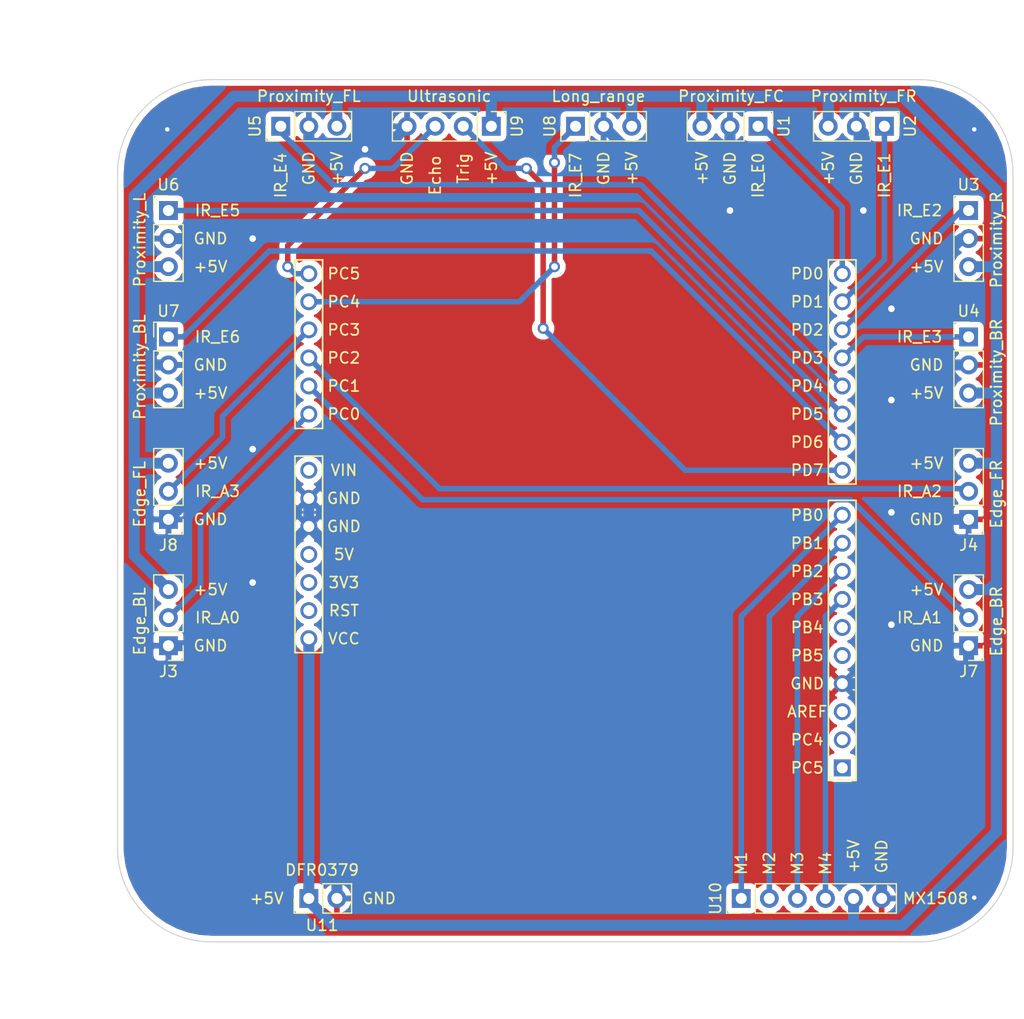
<source format=kicad_pcb>
(kicad_pcb (version 20171130) (host pcbnew "(5.0.1)-4")

  (general
    (thickness 1.6)
    (drawings 63)
    (tracks 194)
    (zones 0)
    (modules 16)
    (nets 30)
  )

  (page A4)
  (layers
    (0 F.Cu signal)
    (31 B.Cu signal)
    (32 B.Adhes user)
    (33 F.Adhes user)
    (34 B.Paste user)
    (35 F.Paste user)
    (36 B.SilkS user)
    (37 F.SilkS user)
    (38 B.Mask user)
    (39 F.Mask user)
    (40 Dwgs.User user)
    (41 Cmts.User user)
    (42 Eco1.User user)
    (43 Eco2.User user)
    (44 Edge.Cuts user)
    (45 Margin user)
    (46 B.CrtYd user)
    (47 F.CrtYd user)
    (48 B.Fab user)
    (49 F.Fab user)
  )

  (setup
    (last_trace_width 0.3)
    (user_trace_width 0.5)
    (user_trace_width 1)
    (trace_clearance 0.2)
    (zone_clearance 0.508)
    (zone_45_only no)
    (trace_min 0.2)
    (segment_width 0.5)
    (edge_width 1)
    (via_size 0.8)
    (via_drill 0.4)
    (via_min_size 0.4)
    (via_min_drill 0.3)
    (user_via 1 0.6)
    (user_via 1.2 0.6)
    (uvia_size 0.3)
    (uvia_drill 0.1)
    (uvias_allowed no)
    (uvia_min_size 0.2)
    (uvia_min_drill 0.1)
    (pcb_text_width 0.3)
    (pcb_text_size 1.5 1.5)
    (mod_edge_width 0.15)
    (mod_text_size 1 1)
    (mod_text_width 0.15)
    (pad_size 2 1.3)
    (pad_drill 0)
    (pad_to_mask_clearance 0.051)
    (solder_mask_min_width 0.25)
    (aux_axis_origin 0 0)
    (grid_origin 63 74.5)
    (visible_elements 7FFFFFFF)
    (pcbplotparams
      (layerselection 0x010f0_ffffffff)
      (usegerberextensions false)
      (usegerberattributes false)
      (usegerberadvancedattributes false)
      (creategerberjobfile false)
      (excludeedgelayer true)
      (linewidth 0.100000)
      (plotframeref false)
      (viasonmask false)
      (mode 1)
      (useauxorigin false)
      (hpglpennumber 1)
      (hpglpenspeed 20)
      (hpglpendiameter 15.000000)
      (psnegative false)
      (psa4output false)
      (plotreference true)
      (plotvalue true)
      (plotinvisibletext false)
      (padsonsilk false)
      (subtractmaskfromsilk false)
      (outputformat 1)
      (mirror false)
      (drillshape 0)
      (scaleselection 1)
      (outputdirectory ""))
  )

  (net 0 "")
  (net 1 GND)
  (net 2 /Echo)
  (net 3 IR_E7)
  (net 4 IR_A3)
  (net 5 IR_A2)
  (net 6 IR_A1)
  (net 7 IR_A0)
  (net 8 "Net-(MCU1-Pad26)")
  (net 9 "Net-(MCU1-Pad23)")
  (net 10 "Net-(MCU1-Pad22)")
  (net 11 "Net-(MCU1-Pad21)")
  (net 12 +5V)
  (net 13 IR_E0)
  (net 14 IR_E1)
  (net 15 IR_E2)
  (net 16 IR_E3)
  (net 17 IR_E4)
  (net 18 IR_E5)
  (net 19 IR_E6)
  (net 20 /Trig)
  (net 21 M1)
  (net 22 M2)
  (net 23 M3)
  (net 24 M4)
  (net 25 "Net-(MCU1-Pad6)")
  (net 26 "Net-(MCU1-Pad5)")
  (net 27 "Net-(MCU1-Pad3)")
  (net 28 "Net-(MCU1-Pad2)")
  (net 29 "Net-(MCU1-Pad1)")

  (net_class Default "This is the default net class."
    (clearance 0.2)
    (trace_width 0.3)
    (via_dia 0.8)
    (via_drill 0.4)
    (uvia_dia 0.3)
    (uvia_drill 0.1)
    (add_net +5V)
    (add_net /Echo)
    (add_net /Trig)
    (add_net GND)
    (add_net IR_A0)
    (add_net IR_A1)
    (add_net IR_A2)
    (add_net IR_A3)
    (add_net IR_E0)
    (add_net IR_E1)
    (add_net IR_E2)
    (add_net IR_E3)
    (add_net IR_E4)
    (add_net IR_E5)
    (add_net IR_E6)
    (add_net IR_E7)
    (add_net M1)
    (add_net M2)
    (add_net M3)
    (add_net M4)
    (add_net "Net-(MCU1-Pad1)")
    (add_net "Net-(MCU1-Pad2)")
    (add_net "Net-(MCU1-Pad21)")
    (add_net "Net-(MCU1-Pad22)")
    (add_net "Net-(MCU1-Pad23)")
    (add_net "Net-(MCU1-Pad26)")
    (add_net "Net-(MCU1-Pad3)")
    (add_net "Net-(MCU1-Pad5)")
    (add_net "Net-(MCU1-Pad6)")
  )

  (net_class Default2 ""
    (clearance 0.2)
    (trace_width 0.5)
    (via_dia 1)
    (via_drill 0.6)
    (uvia_dia 0.3)
    (uvia_drill 0.1)
  )

  (net_class Power ""
    (clearance 0.2)
    (trace_width 1)
    (via_dia 1.2)
    (via_drill 0.6)
    (uvia_dia 0.3)
    (uvia_drill 0.1)
  )

  (module Socket_Strips:Socket_Strip_Straight_1x03_Pitch2.54mm (layer F.Cu) (tedit 60526F02) (tstamp 60528C99)
    (at 167.49 116.71 180)
    (descr "Through hole straight socket strip, 1x03, 2.54mm pitch, single row")
    (tags "Through hole socket strip THT 1x03 2.54mm single row")
    (path /604F696C/60572F5D)
    (fp_text reference J7 (at 0 -2.33 180) (layer F.SilkS)
      (effects (font (size 1 1) (thickness 0.15)))
    )
    (fp_text value Edge_BR (at -2.51 2.21 270) (layer F.SilkS)
      (effects (font (size 1 1) (thickness 0.15)))
    )
    (fp_text user %R (at 0 -2.33 180) (layer F.Fab)
      (effects (font (size 1 1) (thickness 0.15)))
    )
    (fp_line (start 1.8 -1.8) (end -1.8 -1.8) (layer F.CrtYd) (width 0.05))
    (fp_line (start 1.8 6.85) (end 1.8 -1.8) (layer F.CrtYd) (width 0.05))
    (fp_line (start -1.8 6.85) (end 1.8 6.85) (layer F.CrtYd) (width 0.05))
    (fp_line (start -1.8 -1.8) (end -1.8 6.85) (layer F.CrtYd) (width 0.05))
    (fp_line (start -1.33 -1.33) (end 0 -1.33) (layer F.SilkS) (width 0.12))
    (fp_line (start -1.33 0) (end -1.33 -1.33) (layer F.SilkS) (width 0.12))
    (fp_line (start 1.33 1.27) (end -1.33 1.27) (layer F.SilkS) (width 0.12))
    (fp_line (start 1.33 6.41) (end 1.33 1.27) (layer F.SilkS) (width 0.12))
    (fp_line (start -1.33 6.41) (end 1.33 6.41) (layer F.SilkS) (width 0.12))
    (fp_line (start -1.33 1.27) (end -1.33 6.41) (layer F.SilkS) (width 0.12))
    (fp_line (start 1.27 -1.27) (end -1.27 -1.27) (layer F.Fab) (width 0.1))
    (fp_line (start 1.27 6.35) (end 1.27 -1.27) (layer F.Fab) (width 0.1))
    (fp_line (start -1.27 6.35) (end 1.27 6.35) (layer F.Fab) (width 0.1))
    (fp_line (start -1.27 -1.27) (end -1.27 6.35) (layer F.Fab) (width 0.1))
    (pad 3 thru_hole oval (at 0 5.08 180) (size 1.7 1.7) (drill 1) (layers *.Cu *.Mask)
      (net 12 +5V))
    (pad 2 thru_hole oval (at 0 2.54 180) (size 1.7 1.7) (drill 1) (layers *.Cu *.Mask)
      (net 6 IR_A1))
    (pad 1 thru_hole rect (at 0 0 180) (size 1.7 1.7) (drill 1) (layers *.Cu *.Mask)
      (net 1 GND))
    (model ${KISYS3DMOD}/Socket_Strips.3dshapes/Socket_Strip_Straight_1x03_Pitch2.54mm.wrl
      (offset (xyz 0 -2.539999961853027 0))
      (scale (xyz 1 1 1))
      (rotate (xyz 0 0 270))
    )
  )

  (module Custom_Footprints:ATmega328P_Xplained_mini (layer F.Cu) (tedit 605273E4) (tstamp 60525A34)
    (at 101.45 75.435)
    (path /604FC580)
    (fp_text reference MCU1 (at 30 27) (layer F.SilkS) hide
      (effects (font (size 1 1) (thickness 0.15)))
    )
    (fp_text value ATmega328P_Shield (at 30 28.575) (layer F.Fab)
      (effects (font (size 1 1) (thickness 0.15)))
    )
    (fp_line (start 55.86 53.464) (end 55.85 28.12) (layer F.SilkS) (width 0.15))
    (fp_line (start 55.85 28.12) (end 53.35 28.12) (layer F.SilkS) (width 0.15))
    (fp_line (start 53.36 53.464) (end 53.35 28.12) (layer F.SilkS) (width 0.15))
    (fp_line (start 53.36 53.464) (end 55.86 53.464) (layer F.SilkS) (width 0.15))
    (fp_line (start 55.85 26.65) (end 55.85 6.37) (layer F.SilkS) (width 0.15))
    (fp_line (start 53.35 26.65) (end 53.35 6.37) (layer F.SilkS) (width 0.15))
    (fp_line (start 55.85 6.37) (end 53.35 6.37) (layer F.SilkS) (width 0.15))
    (fp_line (start 53.35 26.65) (end 55.85 26.65) (layer F.SilkS) (width 0.15))
    (fp_line (start 5.1 41.9) (end 5.1 24.12) (layer F.SilkS) (width 0.15))
    (fp_line (start 7.6 41.9) (end 7.6 24.12) (layer F.SilkS) (width 0.15))
    (fp_line (start 5.1 41.9) (end 7.6 41.9) (layer F.SilkS) (width 0.15))
    (fp_line (start 7.6 24.12) (end 5.1 24.12) (layer F.SilkS) (width 0.15))
    (fp_line (start 7.6 6.37) (end 5.1 6.37) (layer F.SilkS) (width 0.15))
    (fp_line (start 7.6 21.62) (end 7.6 6.37) (layer F.SilkS) (width 0.15))
    (fp_line (start 5.1 21.62) (end 7.6 21.62) (layer F.SilkS) (width 0.15))
    (fp_line (start 24 75) (end 36 75) (layer F.Fab) (width 0.15))
    (fp_line (start 24 60) (end 24 75) (layer F.Fab) (width 0.15))
    (fp_line (start 36 60) (end 36 75) (layer F.Fab) (width 0.15))
    (fp_line (start 0 60) (end 24 60) (layer F.Fab) (width 0.15))
    (fp_line (start 60 0) (end 60 60) (layer F.Fab) (width 0.15))
    (fp_line (start 0 0) (end 60 0) (layer F.Fab) (width 0.15))
    (fp_line (start 36 60) (end 60 60) (layer F.Fab) (width 0.15))
    (fp_line (start 0 0) (end 0 60) (layer F.Fab) (width 0.15))
    (fp_line (start 5.1 21.62) (end 5.1 6.37) (layer F.SilkS) (width 0.15))
    (fp_text user PD0 (at 51.435 7.62) (layer F.SilkS)
      (effects (font (size 1 1) (thickness 0.15)))
    )
    (fp_text user PD1 (at 51.435 10.16) (layer F.SilkS)
      (effects (font (size 1 1) (thickness 0.15)))
    )
    (fp_text user PD2 (at 51.435 12.7) (layer F.SilkS)
      (effects (font (size 1 1) (thickness 0.15)))
    )
    (fp_text user PD3 (at 51.435 15.24) (layer F.SilkS)
      (effects (font (size 1 1) (thickness 0.15)))
    )
    (fp_text user PD4 (at 51.435 17.78) (layer F.SilkS)
      (effects (font (size 1 1) (thickness 0.15)))
    )
    (fp_text user PD5 (at 51.435 20.32) (layer F.SilkS)
      (effects (font (size 1 1) (thickness 0.15)))
    )
    (fp_text user PD6 (at 51.435 22.86) (layer F.SilkS)
      (effects (font (size 1 1) (thickness 0.15)))
    )
    (fp_text user PD7 (at 51.435 25.4) (layer F.SilkS)
      (effects (font (size 1 1) (thickness 0.15)))
    )
    (fp_text user PB0 (at 51.435 29.464) (layer F.SilkS)
      (effects (font (size 1 1) (thickness 0.15)))
    )
    (fp_text user PB1 (at 51.435 32.004) (layer F.SilkS)
      (effects (font (size 1 1) (thickness 0.15)))
    )
    (fp_text user PB5 (at 51.435 42.164) (layer F.SilkS)
      (effects (font (size 1 1) (thickness 0.15)))
    )
    (fp_text user PB2 (at 51.435 34.544) (layer F.SilkS)
      (effects (font (size 1 1) (thickness 0.15)))
    )
    (fp_text user AREF (at 51.435 47.244) (layer F.SilkS)
      (effects (font (size 1 1) (thickness 0.15)))
    )
    (fp_text user PB3 (at 51.435 37.084) (layer F.SilkS)
      (effects (font (size 1 1) (thickness 0.15)))
    )
    (fp_text user PB4 (at 51.435 39.624) (layer F.SilkS)
      (effects (font (size 1 1) (thickness 0.15)))
    )
    (fp_text user GND (at 51.435 44.704) (layer F.SilkS)
      (effects (font (size 1 1) (thickness 0.15)))
    )
    (fp_text user PC4 (at 51.435 49.784) (layer F.SilkS)
      (effects (font (size 1 1) (thickness 0.15)))
    )
    (fp_text user PC5 (at 51.435 52.324) (layer F.SilkS)
      (effects (font (size 1 1) (thickness 0.15)))
    )
    (fp_text user PC5 (at 9.525 7.62) (layer F.SilkS)
      (effects (font (size 1 1) (thickness 0.15)))
    )
    (fp_text user PC4 (at 9.525 10.16) (layer F.SilkS)
      (effects (font (size 1 1) (thickness 0.15)))
    )
    (fp_text user PC3 (at 9.525 12.7) (layer F.SilkS)
      (effects (font (size 1 1) (thickness 0.15)))
    )
    (fp_text user PC2 (at 9.525 15.24) (layer F.SilkS)
      (effects (font (size 1 1) (thickness 0.15)))
    )
    (fp_text user PC0 (at 9.525 20.32) (layer F.SilkS)
      (effects (font (size 1 1) (thickness 0.15)))
    )
    (fp_text user PC1 (at 9.525 17.78) (layer F.SilkS)
      (effects (font (size 1 1) (thickness 0.15)))
    )
    (fp_text user VIN (at 9.525 25.4) (layer F.SilkS)
      (effects (font (size 1 1) (thickness 0.15)))
    )
    (fp_text user GND (at 9.525 27.94) (layer F.SilkS)
      (effects (font (size 1 1) (thickness 0.15)))
    )
    (fp_text user 5V (at 9.525 33.02) (layer F.SilkS)
      (effects (font (size 1 1) (thickness 0.15)))
    )
    (fp_text user GND (at 9.525 30.48) (layer F.SilkS)
      (effects (font (size 1 1) (thickness 0.15)))
    )
    (fp_text user RST (at 9.525 38.1) (layer F.SilkS)
      (effects (font (size 1 1) (thickness 0.15)))
    )
    (fp_text user 3V3 (at 9.525 35.56) (layer F.SilkS)
      (effects (font (size 1 1) (thickness 0.15)))
    )
    (fp_text user VCC (at 9.525 40.64) (layer F.SilkS)
      (effects (font (size 1 1) (thickness 0.15)))
    )
    (pad 32 thru_hole circle (at 6.35 7.62) (size 1.524 1.524) (drill 1) (layers *.Cu *.Mask)
      (net 2 /Echo))
    (pad 31 thru_hole circle (at 6.35 10.16) (size 1.524 1.524) (drill 1) (layers *.Cu *.Mask)
      (net 3 IR_E7))
    (pad 30 thru_hole circle (at 6.35 12.7) (size 1.524 1.524) (drill 1) (layers *.Cu *.Mask)
      (net 4 IR_A3))
    (pad 29 thru_hole circle (at 6.35 15.24) (size 1.524 1.524) (drill 1) (layers *.Cu *.Mask)
      (net 5 IR_A2))
    (pad 28 thru_hole circle (at 6.35 17.78) (size 1.524 1.524) (drill 1) (layers *.Cu *.Mask)
      (net 6 IR_A1))
    (pad 27 thru_hole circle (at 6.35 20.32) (size 1.524 1.524) (drill 1) (layers *.Cu *.Mask)
      (net 7 IR_A0))
    (pad 26 thru_hole circle (at 6.35 25.4) (size 1.524 1.524) (drill 1) (layers *.Cu *.Mask)
      (net 8 "Net-(MCU1-Pad26)"))
    (pad 25 thru_hole circle (at 6.35 27.94) (size 1.524 1.524) (drill 1) (layers *.Cu *.Mask)
      (net 1 GND))
    (pad 24 thru_hole circle (at 6.35 30.48) (size 1.524 1.524) (drill 1) (layers *.Cu *.Mask)
      (net 1 GND))
    (pad 23 thru_hole circle (at 6.35 33.02) (size 1.524 1.524) (drill 1) (layers *.Cu *.Mask)
      (net 9 "Net-(MCU1-Pad23)"))
    (pad 22 thru_hole circle (at 6.35 35.56) (size 1.524 1.524) (drill 1) (layers *.Cu *.Mask)
      (net 10 "Net-(MCU1-Pad22)"))
    (pad 21 thru_hole circle (at 6.35 38.1) (size 1.524 1.524) (drill 1) (layers *.Cu *.Mask)
      (net 11 "Net-(MCU1-Pad21)"))
    (pad 20 thru_hole circle (at 6.35 40.64) (size 1.524 1.524) (drill 1) (layers *.Cu *.Mask)
      (net 12 +5V))
    (pad 18 thru_hole circle (at 54.61 7.62) (size 1.524 1.524) (drill 1) (layers *.Cu *.Mask)
      (net 13 IR_E0))
    (pad 17 thru_hole circle (at 54.61 10.16) (size 1.524 1.524) (drill 1) (layers *.Cu *.Mask)
      (net 14 IR_E1))
    (pad 16 thru_hole circle (at 54.61 12.7) (size 1.524 1.524) (drill 1) (layers *.Cu *.Mask)
      (net 15 IR_E2))
    (pad 15 thru_hole circle (at 54.61 15.24) (size 1.524 1.524) (drill 1) (layers *.Cu *.Mask)
      (net 16 IR_E3))
    (pad 14 thru_hole circle (at 54.61 17.78) (size 1.524 1.524) (drill 1) (layers *.Cu *.Mask)
      (net 17 IR_E4))
    (pad 13 thru_hole circle (at 54.61 20.32) (size 1.524 1.524) (drill 1) (layers *.Cu *.Mask)
      (net 18 IR_E5))
    (pad 12 thru_hole circle (at 54.61 22.86) (size 1.524 1.524) (drill 1) (layers *.Cu *.Mask)
      (net 19 IR_E6))
    (pad 11 thru_hole circle (at 54.61 25.4) (size 1.524 1.524) (drill 1) (layers *.Cu *.Mask)
      (net 20 /Trig))
    (pad 10 thru_hole circle (at 54.61 29.464 180) (size 1.524 1.524) (drill 1) (layers *.Cu *.Mask)
      (net 21 M1))
    (pad 9 thru_hole circle (at 54.61 32.004 180) (size 1.524 1.524) (drill 1) (layers *.Cu *.Mask)
      (net 22 M2))
    (pad 8 thru_hole circle (at 54.61 34.544 180) (size 1.524 1.524) (drill 1) (layers *.Cu *.Mask)
      (net 23 M3))
    (pad 7 thru_hole circle (at 54.61 37.084 180) (size 1.524 1.524) (drill 1) (layers *.Cu *.Mask)
      (net 24 M4))
    (pad 6 thru_hole circle (at 54.61 39.624 180) (size 1.524 1.524) (drill 1) (layers *.Cu *.Mask)
      (net 25 "Net-(MCU1-Pad6)"))
    (pad 5 thru_hole circle (at 54.61 42.164 180) (size 1.524 1.524) (drill 1) (layers *.Cu *.Mask)
      (net 26 "Net-(MCU1-Pad5)"))
    (pad 4 thru_hole circle (at 54.61 44.704 180) (size 1.524 1.524) (drill 1) (layers *.Cu *.Mask)
      (net 1 GND))
    (pad 3 thru_hole circle (at 54.61 47.244 180) (size 1.524 1.524) (drill 1) (layers *.Cu *.Mask)
      (net 27 "Net-(MCU1-Pad3)"))
    (pad 2 thru_hole circle (at 54.61 49.784 180) (size 1.524 1.524) (drill 1) (layers *.Cu *.Mask)
      (net 28 "Net-(MCU1-Pad2)"))
    (pad 1 thru_hole rect (at 54.61 52.324 180) (size 1.524 1.524) (drill 1) (layers *.Cu *.Mask)
      (net 29 "Net-(MCU1-Pad1)"))
  )

  (module Socket_Strips:Socket_Strip_Straight_1x03_Pitch2.54mm (layer F.Cu) (tedit 60526F2F) (tstamp 60525BB2)
    (at 148.44 69.72 270)
    (descr "Through hole straight socket strip, 1x03, 2.54mm pitch, single row")
    (tags "Through hole socket strip THT 1x03 2.54mm single row")
    (path /604F696C/6050FFC1)
    (fp_text reference U1 (at 0 -2.33 270) (layer F.SilkS)
      (effects (font (size 1 1) (thickness 0.15)))
    )
    (fp_text value Proximity_FC (at -2.72 2.44) (layer F.SilkS)
      (effects (font (size 1 1) (thickness 0.15)))
    )
    (fp_line (start -1.27 -1.27) (end -1.27 6.35) (layer F.Fab) (width 0.1))
    (fp_line (start -1.27 6.35) (end 1.27 6.35) (layer F.Fab) (width 0.1))
    (fp_line (start 1.27 6.35) (end 1.27 -1.27) (layer F.Fab) (width 0.1))
    (fp_line (start 1.27 -1.27) (end -1.27 -1.27) (layer F.Fab) (width 0.1))
    (fp_line (start -1.33 1.27) (end -1.33 6.41) (layer F.SilkS) (width 0.12))
    (fp_line (start -1.33 6.41) (end 1.33 6.41) (layer F.SilkS) (width 0.12))
    (fp_line (start 1.33 6.41) (end 1.33 1.27) (layer F.SilkS) (width 0.12))
    (fp_line (start 1.33 1.27) (end -1.33 1.27) (layer F.SilkS) (width 0.12))
    (fp_line (start -1.33 0) (end -1.33 -1.33) (layer F.SilkS) (width 0.12))
    (fp_line (start -1.33 -1.33) (end 0 -1.33) (layer F.SilkS) (width 0.12))
    (fp_line (start -1.8 -1.8) (end -1.8 6.85) (layer F.CrtYd) (width 0.05))
    (fp_line (start -1.8 6.85) (end 1.8 6.85) (layer F.CrtYd) (width 0.05))
    (fp_line (start 1.8 6.85) (end 1.8 -1.8) (layer F.CrtYd) (width 0.05))
    (fp_line (start 1.8 -1.8) (end -1.8 -1.8) (layer F.CrtYd) (width 0.05))
    (fp_text user %R (at 0 -2.33 270) (layer F.Fab)
      (effects (font (size 1 1) (thickness 0.15)))
    )
    (pad 1 thru_hole rect (at 0 0 270) (size 1.7 1.7) (drill 1) (layers *.Cu *.Mask)
      (net 13 IR_E0))
    (pad 2 thru_hole oval (at 0 2.54 270) (size 1.7 1.7) (drill 1) (layers *.Cu *.Mask)
      (net 1 GND))
    (pad 3 thru_hole oval (at 0 5.08 270) (size 1.7 1.7) (drill 1) (layers *.Cu *.Mask)
      (net 12 +5V))
    (model ${KISYS3DMOD}/Socket_Strips.3dshapes/Socket_Strip_Straight_1x03_Pitch2.54mm.wrl
      (offset (xyz 0 -2.539999961853027 0))
      (scale (xyz 1 1 1))
      (rotate (xyz 0 0 270))
    )
  )

  (module Socket_Strips:Socket_Strip_Straight_1x03_Pitch2.54mm (layer F.Cu) (tedit 60526F3C) (tstamp 60525BC8)
    (at 159.87 69.72 270)
    (descr "Through hole straight socket strip, 1x03, 2.54mm pitch, single row")
    (tags "Through hole socket strip THT 1x03 2.54mm single row")
    (path /604F696C/6052A939)
    (fp_text reference U2 (at 0 -2.33 270) (layer F.SilkS)
      (effects (font (size 1 1) (thickness 0.15)))
    )
    (fp_text value Proximity_FR (at -2.72 1.87) (layer F.SilkS)
      (effects (font (size 1 1) (thickness 0.15)))
    )
    (fp_text user %R (at 0 -2.33 270) (layer F.Fab)
      (effects (font (size 1 1) (thickness 0.15)))
    )
    (fp_line (start 1.8 -1.8) (end -1.8 -1.8) (layer F.CrtYd) (width 0.05))
    (fp_line (start 1.8 6.85) (end 1.8 -1.8) (layer F.CrtYd) (width 0.05))
    (fp_line (start -1.8 6.85) (end 1.8 6.85) (layer F.CrtYd) (width 0.05))
    (fp_line (start -1.8 -1.8) (end -1.8 6.85) (layer F.CrtYd) (width 0.05))
    (fp_line (start -1.33 -1.33) (end 0 -1.33) (layer F.SilkS) (width 0.12))
    (fp_line (start -1.33 0) (end -1.33 -1.33) (layer F.SilkS) (width 0.12))
    (fp_line (start 1.33 1.27) (end -1.33 1.27) (layer F.SilkS) (width 0.12))
    (fp_line (start 1.33 6.41) (end 1.33 1.27) (layer F.SilkS) (width 0.12))
    (fp_line (start -1.33 6.41) (end 1.33 6.41) (layer F.SilkS) (width 0.12))
    (fp_line (start -1.33 1.27) (end -1.33 6.41) (layer F.SilkS) (width 0.12))
    (fp_line (start 1.27 -1.27) (end -1.27 -1.27) (layer F.Fab) (width 0.1))
    (fp_line (start 1.27 6.35) (end 1.27 -1.27) (layer F.Fab) (width 0.1))
    (fp_line (start -1.27 6.35) (end 1.27 6.35) (layer F.Fab) (width 0.1))
    (fp_line (start -1.27 -1.27) (end -1.27 6.35) (layer F.Fab) (width 0.1))
    (pad 3 thru_hole oval (at 0 5.08 270) (size 1.7 1.7) (drill 1) (layers *.Cu *.Mask)
      (net 12 +5V))
    (pad 2 thru_hole oval (at 0 2.54 270) (size 1.7 1.7) (drill 1) (layers *.Cu *.Mask)
      (net 1 GND))
    (pad 1 thru_hole rect (at 0 0 270) (size 1.7 1.7) (drill 1) (layers *.Cu *.Mask)
      (net 14 IR_E1))
    (model ${KISYS3DMOD}/Socket_Strips.3dshapes/Socket_Strip_Straight_1x03_Pitch2.54mm.wrl
      (offset (xyz 0 -2.539999961853027 0))
      (scale (xyz 1 1 1))
      (rotate (xyz 0 0 270))
    )
  )

  (module Socket_Strips:Socket_Strip_Straight_1x03_Pitch2.54mm (layer F.Cu) (tedit 60526F40) (tstamp 60525BDE)
    (at 167.49 77.34)
    (descr "Through hole straight socket strip, 1x03, 2.54mm pitch, single row")
    (tags "Through hole socket strip THT 1x03 2.54mm single row")
    (path /604F696C/60559030)
    (fp_text reference U3 (at 0 -2.33) (layer F.SilkS)
      (effects (font (size 1 1) (thickness 0.15)))
    )
    (fp_text value Proximity_R (at 2.51 2.66 90) (layer F.SilkS)
      (effects (font (size 1 1) (thickness 0.15)))
    )
    (fp_text user %R (at 0 -2.33) (layer F.Fab)
      (effects (font (size 1 1) (thickness 0.15)))
    )
    (fp_line (start 1.8 -1.8) (end -1.8 -1.8) (layer F.CrtYd) (width 0.05))
    (fp_line (start 1.8 6.85) (end 1.8 -1.8) (layer F.CrtYd) (width 0.05))
    (fp_line (start -1.8 6.85) (end 1.8 6.85) (layer F.CrtYd) (width 0.05))
    (fp_line (start -1.8 -1.8) (end -1.8 6.85) (layer F.CrtYd) (width 0.05))
    (fp_line (start -1.33 -1.33) (end 0 -1.33) (layer F.SilkS) (width 0.12))
    (fp_line (start -1.33 0) (end -1.33 -1.33) (layer F.SilkS) (width 0.12))
    (fp_line (start 1.33 1.27) (end -1.33 1.27) (layer F.SilkS) (width 0.12))
    (fp_line (start 1.33 6.41) (end 1.33 1.27) (layer F.SilkS) (width 0.12))
    (fp_line (start -1.33 6.41) (end 1.33 6.41) (layer F.SilkS) (width 0.12))
    (fp_line (start -1.33 1.27) (end -1.33 6.41) (layer F.SilkS) (width 0.12))
    (fp_line (start 1.27 -1.27) (end -1.27 -1.27) (layer F.Fab) (width 0.1))
    (fp_line (start 1.27 6.35) (end 1.27 -1.27) (layer F.Fab) (width 0.1))
    (fp_line (start -1.27 6.35) (end 1.27 6.35) (layer F.Fab) (width 0.1))
    (fp_line (start -1.27 -1.27) (end -1.27 6.35) (layer F.Fab) (width 0.1))
    (pad 3 thru_hole oval (at 0 5.08) (size 1.7 1.7) (drill 1) (layers *.Cu *.Mask)
      (net 12 +5V))
    (pad 2 thru_hole oval (at 0 2.54) (size 1.7 1.7) (drill 1) (layers *.Cu *.Mask)
      (net 1 GND))
    (pad 1 thru_hole rect (at 0 0) (size 1.7 1.7) (drill 1) (layers *.Cu *.Mask)
      (net 15 IR_E2))
    (model ${KISYS3DMOD}/Socket_Strips.3dshapes/Socket_Strip_Straight_1x03_Pitch2.54mm.wrl
      (offset (xyz 0 -2.539999961853027 0))
      (scale (xyz 1 1 1))
      (rotate (xyz 0 0 270))
    )
  )

  (module Socket_Strips:Socket_Strip_Straight_1x03_Pitch2.54mm (layer F.Cu) (tedit 60526F45) (tstamp 60525BF4)
    (at 167.49 88.77)
    (descr "Through hole straight socket strip, 1x03, 2.54mm pitch, single row")
    (tags "Through hole socket strip THT 1x03 2.54mm single row")
    (path /604F696C/6055911F)
    (fp_text reference U4 (at 0 -2.33) (layer F.SilkS)
      (effects (font (size 1 1) (thickness 0.15)))
    )
    (fp_text value Proximity_BR (at 2.51 3.23 90) (layer F.SilkS)
      (effects (font (size 1 1) (thickness 0.15)))
    )
    (fp_line (start -1.27 -1.27) (end -1.27 6.35) (layer F.Fab) (width 0.1))
    (fp_line (start -1.27 6.35) (end 1.27 6.35) (layer F.Fab) (width 0.1))
    (fp_line (start 1.27 6.35) (end 1.27 -1.27) (layer F.Fab) (width 0.1))
    (fp_line (start 1.27 -1.27) (end -1.27 -1.27) (layer F.Fab) (width 0.1))
    (fp_line (start -1.33 1.27) (end -1.33 6.41) (layer F.SilkS) (width 0.12))
    (fp_line (start -1.33 6.41) (end 1.33 6.41) (layer F.SilkS) (width 0.12))
    (fp_line (start 1.33 6.41) (end 1.33 1.27) (layer F.SilkS) (width 0.12))
    (fp_line (start 1.33 1.27) (end -1.33 1.27) (layer F.SilkS) (width 0.12))
    (fp_line (start -1.33 0) (end -1.33 -1.33) (layer F.SilkS) (width 0.12))
    (fp_line (start -1.33 -1.33) (end 0 -1.33) (layer F.SilkS) (width 0.12))
    (fp_line (start -1.8 -1.8) (end -1.8 6.85) (layer F.CrtYd) (width 0.05))
    (fp_line (start -1.8 6.85) (end 1.8 6.85) (layer F.CrtYd) (width 0.05))
    (fp_line (start 1.8 6.85) (end 1.8 -1.8) (layer F.CrtYd) (width 0.05))
    (fp_line (start 1.8 -1.8) (end -1.8 -1.8) (layer F.CrtYd) (width 0.05))
    (fp_text user %R (at 0 -2.33) (layer F.Fab)
      (effects (font (size 1 1) (thickness 0.15)))
    )
    (pad 1 thru_hole rect (at 0 0) (size 1.7 1.7) (drill 1) (layers *.Cu *.Mask)
      (net 16 IR_E3))
    (pad 2 thru_hole oval (at 0 2.54) (size 1.7 1.7) (drill 1) (layers *.Cu *.Mask)
      (net 1 GND))
    (pad 3 thru_hole oval (at 0 5.08) (size 1.7 1.7) (drill 1) (layers *.Cu *.Mask)
      (net 12 +5V))
    (model ${KISYS3DMOD}/Socket_Strips.3dshapes/Socket_Strip_Straight_1x03_Pitch2.54mm.wrl
      (offset (xyz 0 -2.539999961853027 0))
      (scale (xyz 1 1 1))
      (rotate (xyz 0 0 270))
    )
  )

  (module Socket_Strips:Socket_Strip_Straight_1x03_Pitch2.54mm (layer F.Cu) (tedit 60526F26) (tstamp 60525C0A)
    (at 105.26 69.72 90)
    (descr "Through hole straight socket strip, 1x03, 2.54mm pitch, single row")
    (tags "Through hole socket strip THT 1x03 2.54mm single row")
    (path /604F696C/60559126)
    (fp_text reference U5 (at 0 -2.33 90) (layer F.SilkS)
      (effects (font (size 1 1) (thickness 0.15)))
    )
    (fp_text value Proximity_FL (at 2.72 2.54 180) (layer F.SilkS)
      (effects (font (size 1 1) (thickness 0.15)))
    )
    (fp_text user %R (at 0 -2.33 90) (layer F.Fab)
      (effects (font (size 1 1) (thickness 0.15)))
    )
    (fp_line (start 1.8 -1.8) (end -1.8 -1.8) (layer F.CrtYd) (width 0.05))
    (fp_line (start 1.8 6.85) (end 1.8 -1.8) (layer F.CrtYd) (width 0.05))
    (fp_line (start -1.8 6.85) (end 1.8 6.85) (layer F.CrtYd) (width 0.05))
    (fp_line (start -1.8 -1.8) (end -1.8 6.85) (layer F.CrtYd) (width 0.05))
    (fp_line (start -1.33 -1.33) (end 0 -1.33) (layer F.SilkS) (width 0.12))
    (fp_line (start -1.33 0) (end -1.33 -1.33) (layer F.SilkS) (width 0.12))
    (fp_line (start 1.33 1.27) (end -1.33 1.27) (layer F.SilkS) (width 0.12))
    (fp_line (start 1.33 6.41) (end 1.33 1.27) (layer F.SilkS) (width 0.12))
    (fp_line (start -1.33 6.41) (end 1.33 6.41) (layer F.SilkS) (width 0.12))
    (fp_line (start -1.33 1.27) (end -1.33 6.41) (layer F.SilkS) (width 0.12))
    (fp_line (start 1.27 -1.27) (end -1.27 -1.27) (layer F.Fab) (width 0.1))
    (fp_line (start 1.27 6.35) (end 1.27 -1.27) (layer F.Fab) (width 0.1))
    (fp_line (start -1.27 6.35) (end 1.27 6.35) (layer F.Fab) (width 0.1))
    (fp_line (start -1.27 -1.27) (end -1.27 6.35) (layer F.Fab) (width 0.1))
    (pad 3 thru_hole oval (at 0 5.08 90) (size 1.7 1.7) (drill 1) (layers *.Cu *.Mask)
      (net 12 +5V))
    (pad 2 thru_hole oval (at 0 2.54 90) (size 1.7 1.7) (drill 1) (layers *.Cu *.Mask)
      (net 1 GND))
    (pad 1 thru_hole rect (at 0 0 90) (size 1.7 1.7) (drill 1) (layers *.Cu *.Mask)
      (net 17 IR_E4))
    (model ${KISYS3DMOD}/Socket_Strips.3dshapes/Socket_Strip_Straight_1x03_Pitch2.54mm.wrl
      (offset (xyz 0 -2.539999961853027 0))
      (scale (xyz 1 1 1))
      (rotate (xyz 0 0 270))
    )
  )

  (module Socket_Strips:Socket_Strip_Straight_1x03_Pitch2.54mm (layer F.Cu) (tedit 60526F20) (tstamp 60525C20)
    (at 95.1 77.34)
    (descr "Through hole straight socket strip, 1x03, 2.54mm pitch, single row")
    (tags "Through hole socket strip THT 1x03 2.54mm single row")
    (path /604F696C/6055912D)
    (fp_text reference U6 (at 0 -2.33) (layer F.SilkS)
      (effects (font (size 1 1) (thickness 0.15)))
    )
    (fp_text value Proximity_L (at -2.6 2.66 90) (layer F.SilkS)
      (effects (font (size 1 1) (thickness 0.15)))
    )
    (fp_text user %R (at 0 -2.33) (layer F.Fab)
      (effects (font (size 1 1) (thickness 0.15)))
    )
    (fp_line (start 1.8 -1.8) (end -1.8 -1.8) (layer F.CrtYd) (width 0.05))
    (fp_line (start 1.8 6.85) (end 1.8 -1.8) (layer F.CrtYd) (width 0.05))
    (fp_line (start -1.8 6.85) (end 1.8 6.85) (layer F.CrtYd) (width 0.05))
    (fp_line (start -1.8 -1.8) (end -1.8 6.85) (layer F.CrtYd) (width 0.05))
    (fp_line (start -1.33 -1.33) (end 0 -1.33) (layer F.SilkS) (width 0.12))
    (fp_line (start -1.33 0) (end -1.33 -1.33) (layer F.SilkS) (width 0.12))
    (fp_line (start 1.33 1.27) (end -1.33 1.27) (layer F.SilkS) (width 0.12))
    (fp_line (start 1.33 6.41) (end 1.33 1.27) (layer F.SilkS) (width 0.12))
    (fp_line (start -1.33 6.41) (end 1.33 6.41) (layer F.SilkS) (width 0.12))
    (fp_line (start -1.33 1.27) (end -1.33 6.41) (layer F.SilkS) (width 0.12))
    (fp_line (start 1.27 -1.27) (end -1.27 -1.27) (layer F.Fab) (width 0.1))
    (fp_line (start 1.27 6.35) (end 1.27 -1.27) (layer F.Fab) (width 0.1))
    (fp_line (start -1.27 6.35) (end 1.27 6.35) (layer F.Fab) (width 0.1))
    (fp_line (start -1.27 -1.27) (end -1.27 6.35) (layer F.Fab) (width 0.1))
    (pad 3 thru_hole oval (at 0 5.08) (size 1.7 1.7) (drill 1) (layers *.Cu *.Mask)
      (net 12 +5V))
    (pad 2 thru_hole oval (at 0 2.54) (size 1.7 1.7) (drill 1) (layers *.Cu *.Mask)
      (net 1 GND))
    (pad 1 thru_hole rect (at 0 0) (size 1.7 1.7) (drill 1) (layers *.Cu *.Mask)
      (net 18 IR_E5))
    (model ${KISYS3DMOD}/Socket_Strips.3dshapes/Socket_Strip_Straight_1x03_Pitch2.54mm.wrl
      (offset (xyz 0 -2.539999961853027 0))
      (scale (xyz 1 1 1))
      (rotate (xyz 0 0 270))
    )
  )

  (module Socket_Strips:Socket_Strip_Straight_1x03_Pitch2.54mm (layer F.Cu) (tedit 60526F1B) (tstamp 60525C36)
    (at 95.1 88.77)
    (descr "Through hole straight socket strip, 1x03, 2.54mm pitch, single row")
    (tags "Through hole socket strip THT 1x03 2.54mm single row")
    (path /604F696C/6055C86B)
    (fp_text reference U7 (at 0 -2.33) (layer F.SilkS)
      (effects (font (size 1 1) (thickness 0.15)))
    )
    (fp_text value Proximity_BL (at -2.6 2.73 90) (layer F.SilkS)
      (effects (font (size 1 1) (thickness 0.15)))
    )
    (fp_line (start -1.27 -1.27) (end -1.27 6.35) (layer F.Fab) (width 0.1))
    (fp_line (start -1.27 6.35) (end 1.27 6.35) (layer F.Fab) (width 0.1))
    (fp_line (start 1.27 6.35) (end 1.27 -1.27) (layer F.Fab) (width 0.1))
    (fp_line (start 1.27 -1.27) (end -1.27 -1.27) (layer F.Fab) (width 0.1))
    (fp_line (start -1.33 1.27) (end -1.33 6.41) (layer F.SilkS) (width 0.12))
    (fp_line (start -1.33 6.41) (end 1.33 6.41) (layer F.SilkS) (width 0.12))
    (fp_line (start 1.33 6.41) (end 1.33 1.27) (layer F.SilkS) (width 0.12))
    (fp_line (start 1.33 1.27) (end -1.33 1.27) (layer F.SilkS) (width 0.12))
    (fp_line (start -1.33 0) (end -1.33 -1.33) (layer F.SilkS) (width 0.12))
    (fp_line (start -1.33 -1.33) (end 0 -1.33) (layer F.SilkS) (width 0.12))
    (fp_line (start -1.8 -1.8) (end -1.8 6.85) (layer F.CrtYd) (width 0.05))
    (fp_line (start -1.8 6.85) (end 1.8 6.85) (layer F.CrtYd) (width 0.05))
    (fp_line (start 1.8 6.85) (end 1.8 -1.8) (layer F.CrtYd) (width 0.05))
    (fp_line (start 1.8 -1.8) (end -1.8 -1.8) (layer F.CrtYd) (width 0.05))
    (fp_text user %R (at 0 -2.33) (layer F.Fab)
      (effects (font (size 1 1) (thickness 0.15)))
    )
    (pad 1 thru_hole rect (at 0 0) (size 1.7 1.7) (drill 1) (layers *.Cu *.Mask)
      (net 19 IR_E6))
    (pad 2 thru_hole oval (at 0 2.54) (size 1.7 1.7) (drill 1) (layers *.Cu *.Mask)
      (net 1 GND))
    (pad 3 thru_hole oval (at 0 5.08) (size 1.7 1.7) (drill 1) (layers *.Cu *.Mask)
      (net 12 +5V))
    (model ${KISYS3DMOD}/Socket_Strips.3dshapes/Socket_Strip_Straight_1x03_Pitch2.54mm.wrl
      (offset (xyz 0 -2.539999961853027 0))
      (scale (xyz 1 1 1))
      (rotate (xyz 0 0 270))
    )
  )

  (module Socket_Strips:Socket_Strip_Straight_1x03_Pitch2.54mm (layer F.Cu) (tedit 60526F35) (tstamp 60525C4C)
    (at 131.93 69.72 90)
    (descr "Through hole straight socket strip, 1x03, 2.54mm pitch, single row")
    (tags "Through hole socket strip THT 1x03 2.54mm single row")
    (path /604F696C/6053BCF1)
    (fp_text reference U8 (at 0 -2.33 90) (layer F.SilkS)
      (effects (font (size 1 1) (thickness 0.15)))
    )
    (fp_text value Long_range (at 2.72 2.07 180) (layer F.SilkS)
      (effects (font (size 1 1) (thickness 0.15)))
    )
    (fp_line (start -1.27 -1.27) (end -1.27 6.35) (layer F.Fab) (width 0.1))
    (fp_line (start -1.27 6.35) (end 1.27 6.35) (layer F.Fab) (width 0.1))
    (fp_line (start 1.27 6.35) (end 1.27 -1.27) (layer F.Fab) (width 0.1))
    (fp_line (start 1.27 -1.27) (end -1.27 -1.27) (layer F.Fab) (width 0.1))
    (fp_line (start -1.33 1.27) (end -1.33 6.41) (layer F.SilkS) (width 0.12))
    (fp_line (start -1.33 6.41) (end 1.33 6.41) (layer F.SilkS) (width 0.12))
    (fp_line (start 1.33 6.41) (end 1.33 1.27) (layer F.SilkS) (width 0.12))
    (fp_line (start 1.33 1.27) (end -1.33 1.27) (layer F.SilkS) (width 0.12))
    (fp_line (start -1.33 0) (end -1.33 -1.33) (layer F.SilkS) (width 0.12))
    (fp_line (start -1.33 -1.33) (end 0 -1.33) (layer F.SilkS) (width 0.12))
    (fp_line (start -1.8 -1.8) (end -1.8 6.85) (layer F.CrtYd) (width 0.05))
    (fp_line (start -1.8 6.85) (end 1.8 6.85) (layer F.CrtYd) (width 0.05))
    (fp_line (start 1.8 6.85) (end 1.8 -1.8) (layer F.CrtYd) (width 0.05))
    (fp_line (start 1.8 -1.8) (end -1.8 -1.8) (layer F.CrtYd) (width 0.05))
    (fp_text user %R (at 0 -2.33 90) (layer F.Fab)
      (effects (font (size 1 1) (thickness 0.15)))
    )
    (pad 1 thru_hole rect (at 0 0 90) (size 1.7 1.7) (drill 1) (layers *.Cu *.Mask)
      (net 3 IR_E7))
    (pad 2 thru_hole oval (at 0 2.54 90) (size 1.7 1.7) (drill 1) (layers *.Cu *.Mask)
      (net 1 GND))
    (pad 3 thru_hole oval (at 0 5.08 90) (size 1.7 1.7) (drill 1) (layers *.Cu *.Mask)
      (net 12 +5V))
    (model ${KISYS3DMOD}/Socket_Strips.3dshapes/Socket_Strip_Straight_1x03_Pitch2.54mm.wrl
      (offset (xyz 0 -2.539999961853027 0))
      (scale (xyz 1 1 1))
      (rotate (xyz 0 0 270))
    )
  )

  (module Socket_Strips:Socket_Strip_Straight_1x04_Pitch2.54mm (layer F.Cu) (tedit 60526EBE) (tstamp 60525C63)
    (at 124.31 69.72 270)
    (descr "Through hole straight socket strip, 1x04, 2.54mm pitch, single row")
    (tags "Through hole socket strip THT 1x04 2.54mm single row")
    (path /605AB373/605AF4D5)
    (fp_text reference U9 (at 0 -2.33 270) (layer F.SilkS)
      (effects (font (size 1 1) (thickness 0.15)))
    )
    (fp_text value Ultrasonic (at -2.72 3.81) (layer F.SilkS)
      (effects (font (size 1 1) (thickness 0.15)))
    )
    (fp_text user %R (at 0 -2.33 270) (layer F.Fab)
      (effects (font (size 1 1) (thickness 0.15)))
    )
    (fp_line (start 1.8 -1.8) (end -1.8 -1.8) (layer F.CrtYd) (width 0.05))
    (fp_line (start 1.8 9.4) (end 1.8 -1.8) (layer F.CrtYd) (width 0.05))
    (fp_line (start -1.8 9.4) (end 1.8 9.4) (layer F.CrtYd) (width 0.05))
    (fp_line (start -1.8 -1.8) (end -1.8 9.4) (layer F.CrtYd) (width 0.05))
    (fp_line (start -1.33 -1.33) (end 0 -1.33) (layer F.SilkS) (width 0.12))
    (fp_line (start -1.33 0) (end -1.33 -1.33) (layer F.SilkS) (width 0.12))
    (fp_line (start 1.33 1.27) (end -1.33 1.27) (layer F.SilkS) (width 0.12))
    (fp_line (start 1.33 8.95) (end 1.33 1.27) (layer F.SilkS) (width 0.12))
    (fp_line (start -1.33 8.95) (end 1.33 8.95) (layer F.SilkS) (width 0.12))
    (fp_line (start -1.33 1.27) (end -1.33 8.95) (layer F.SilkS) (width 0.12))
    (fp_line (start 1.27 -1.27) (end -1.27 -1.27) (layer F.Fab) (width 0.1))
    (fp_line (start 1.27 8.89) (end 1.27 -1.27) (layer F.Fab) (width 0.1))
    (fp_line (start -1.27 8.89) (end 1.27 8.89) (layer F.Fab) (width 0.1))
    (fp_line (start -1.27 -1.27) (end -1.27 8.89) (layer F.Fab) (width 0.1))
    (pad 4 thru_hole oval (at 0 7.62 270) (size 1.7 1.7) (drill 1) (layers *.Cu *.Mask)
      (net 1 GND))
    (pad 3 thru_hole oval (at 0 5.08 270) (size 1.7 1.7) (drill 1) (layers *.Cu *.Mask)
      (net 2 /Echo))
    (pad 2 thru_hole oval (at 0 2.54 270) (size 1.7 1.7) (drill 1) (layers *.Cu *.Mask)
      (net 20 /Trig))
    (pad 1 thru_hole rect (at 0 0 270) (size 1.7 1.7) (drill 1) (layers *.Cu *.Mask)
      (net 12 +5V))
    (model ${KISYS3DMOD}/Socket_Strips.3dshapes/Socket_Strip_Straight_1x04_Pitch2.54mm.wrl
      (offset (xyz 0 -3.809999942779541 0))
      (scale (xyz 1 1 1))
      (rotate (xyz 0 0 270))
    )
  )

  (module Socket_Strips:Socket_Strip_Straight_1x06_Pitch2.54mm (layer F.Cu) (tedit 60548C42) (tstamp 60525C7C)
    (at 146.92 139.57 90)
    (descr "Through hole straight socket strip, 1x06, 2.54mm pitch, single row")
    (tags "Through hole socket strip THT 1x06 2.54mm single row")
    (path /605AB687/605BE5F3)
    (fp_text reference U10 (at 0 -2.33 90) (layer F.SilkS)
      (effects (font (size 1 1) (thickness 0.15)))
    )
    (fp_text value MX1508 (at 0 17.58 180) (layer F.SilkS)
      (effects (font (size 1 1) (thickness 0.15)))
    )
    (fp_text user %R (at 0 -2.33 90) (layer F.Fab)
      (effects (font (size 1 1) (thickness 0.15)))
    )
    (fp_line (start 1.8 -1.8) (end -1.8 -1.8) (layer F.CrtYd) (width 0.05))
    (fp_line (start 1.8 14.5) (end 1.8 -1.8) (layer F.CrtYd) (width 0.05))
    (fp_line (start -1.8 14.5) (end 1.8 14.5) (layer F.CrtYd) (width 0.05))
    (fp_line (start -1.8 -1.8) (end -1.8 14.5) (layer F.CrtYd) (width 0.05))
    (fp_line (start -1.33 -1.33) (end 0 -1.33) (layer F.SilkS) (width 0.12))
    (fp_line (start -1.33 0) (end -1.33 -1.33) (layer F.SilkS) (width 0.12))
    (fp_line (start 1.33 1.27) (end -1.33 1.27) (layer F.SilkS) (width 0.12))
    (fp_line (start 1.33 14.03) (end 1.33 1.27) (layer F.SilkS) (width 0.12))
    (fp_line (start -1.33 14.03) (end 1.33 14.03) (layer F.SilkS) (width 0.12))
    (fp_line (start -1.33 1.27) (end -1.33 14.03) (layer F.SilkS) (width 0.12))
    (fp_line (start 1.27 -1.27) (end -1.27 -1.27) (layer F.Fab) (width 0.1))
    (fp_line (start 1.27 13.97) (end 1.27 -1.27) (layer F.Fab) (width 0.1))
    (fp_line (start -1.27 13.97) (end 1.27 13.97) (layer F.Fab) (width 0.1))
    (fp_line (start -1.27 -1.27) (end -1.27 13.97) (layer F.Fab) (width 0.1))
    (pad 10 thru_hole oval (at 0 12.7 90) (size 1.7 1.7) (drill 1) (layers *.Cu *.Mask)
      (net 1 GND))
    (pad 9 thru_hole oval (at 0 10.16 90) (size 1.7 1.7) (drill 1) (layers *.Cu *.Mask)
      (net 12 +5V))
    (pad 4 thru_hole oval (at 0 7.62 90) (size 1.7 1.7) (drill 1) (layers *.Cu *.Mask)
      (net 24 M4))
    (pad 3 thru_hole oval (at 0 5.08 90) (size 1.7 1.7) (drill 1) (layers *.Cu *.Mask)
      (net 23 M3))
    (pad 2 thru_hole oval (at 0 2.54 90) (size 1.7 1.7) (drill 1) (layers *.Cu *.Mask)
      (net 22 M2))
    (pad 1 thru_hole rect (at 0 0 90) (size 1.7 1.7) (drill 1) (layers *.Cu *.Mask)
      (net 21 M1))
    (model ${KISYS3DMOD}/Socket_Strips.3dshapes/Socket_Strip_Straight_1x06_Pitch2.54mm.wrl
      (offset (xyz 0 -6.349999904632568 0))
      (scale (xyz 1 1 1))
      (rotate (xyz 0 0 270))
    )
  )

  (module Socket_Strips:Socket_Strip_Straight_1x02_Pitch2.54mm (layer F.Cu) (tedit 60548C35) (tstamp 60525C91)
    (at 107.8 139.57 90)
    (descr "Through hole straight socket strip, 1x02, 2.54mm pitch, single row")
    (tags "Through hole socket strip THT 1x02 2.54mm single row")
    (path /605AB674/605CA89C)
    (fp_text reference U11 (at -2.43 1.2 180) (layer F.SilkS)
      (effects (font (size 1 1) (thickness 0.15)))
    )
    (fp_text value DFR0379 (at 2.57 1.2 180) (layer F.SilkS)
      (effects (font (size 1 1) (thickness 0.15)))
    )
    (fp_text user %R (at 0 -2.33 90) (layer F.Fab)
      (effects (font (size 1 1) (thickness 0.15)))
    )
    (fp_line (start 1.8 -1.8) (end -1.8 -1.8) (layer F.CrtYd) (width 0.05))
    (fp_line (start 1.8 4.35) (end 1.8 -1.8) (layer F.CrtYd) (width 0.05))
    (fp_line (start -1.8 4.35) (end 1.8 4.35) (layer F.CrtYd) (width 0.05))
    (fp_line (start -1.8 -1.8) (end -1.8 4.35) (layer F.CrtYd) (width 0.05))
    (fp_line (start -1.33 -1.33) (end 0 -1.33) (layer F.SilkS) (width 0.12))
    (fp_line (start -1.33 0) (end -1.33 -1.33) (layer F.SilkS) (width 0.12))
    (fp_line (start 1.33 1.27) (end -1.33 1.27) (layer F.SilkS) (width 0.12))
    (fp_line (start 1.33 3.87) (end 1.33 1.27) (layer F.SilkS) (width 0.12))
    (fp_line (start -1.33 3.87) (end 1.33 3.87) (layer F.SilkS) (width 0.12))
    (fp_line (start -1.33 1.27) (end -1.33 3.87) (layer F.SilkS) (width 0.12))
    (fp_line (start 1.27 -1.27) (end -1.27 -1.27) (layer F.Fab) (width 0.1))
    (fp_line (start 1.27 3.81) (end 1.27 -1.27) (layer F.Fab) (width 0.1))
    (fp_line (start -1.27 3.81) (end 1.27 3.81) (layer F.Fab) (width 0.1))
    (fp_line (start -1.27 -1.27) (end -1.27 3.81) (layer F.Fab) (width 0.1))
    (pad 4 thru_hole oval (at 0 2.54 90) (size 1.7 1.7) (drill 1) (layers *.Cu *.Mask)
      (net 1 GND))
    (pad 3 thru_hole rect (at 0 0 90) (size 1.7 1.7) (drill 1) (layers *.Cu *.Mask)
      (net 12 +5V))
    (model ${KISYS3DMOD}/Socket_Strips.3dshapes/Socket_Strip_Straight_1x02_Pitch2.54mm.wrl
      (offset (xyz 0 -1.269999980926514 0))
      (scale (xyz 1 1 1))
      (rotate (xyz 0 0 270))
    )
  )

  (module Socket_Strips:Socket_Strip_Straight_1x03_Pitch2.54mm (layer F.Cu) (tedit 60526F09) (tstamp 60528BD1)
    (at 95.1 116.71 180)
    (descr "Through hole straight socket strip, 1x03, 2.54mm pitch, single row")
    (tags "Through hole socket strip THT 1x03 2.54mm single row")
    (path /604F696C/60596D56)
    (fp_text reference J3 (at 0 -2.33 180) (layer F.SilkS)
      (effects (font (size 1 1) (thickness 0.15)))
    )
    (fp_text value Edge_BL (at 2.6 2.21 90) (layer F.SilkS)
      (effects (font (size 1 1) (thickness 0.15)))
    )
    (fp_text user %R (at 0 -2.33 180) (layer F.Fab)
      (effects (font (size 1 1) (thickness 0.15)))
    )
    (fp_line (start 1.8 -1.8) (end -1.8 -1.8) (layer F.CrtYd) (width 0.05))
    (fp_line (start 1.8 6.85) (end 1.8 -1.8) (layer F.CrtYd) (width 0.05))
    (fp_line (start -1.8 6.85) (end 1.8 6.85) (layer F.CrtYd) (width 0.05))
    (fp_line (start -1.8 -1.8) (end -1.8 6.85) (layer F.CrtYd) (width 0.05))
    (fp_line (start -1.33 -1.33) (end 0 -1.33) (layer F.SilkS) (width 0.12))
    (fp_line (start -1.33 0) (end -1.33 -1.33) (layer F.SilkS) (width 0.12))
    (fp_line (start 1.33 1.27) (end -1.33 1.27) (layer F.SilkS) (width 0.12))
    (fp_line (start 1.33 6.41) (end 1.33 1.27) (layer F.SilkS) (width 0.12))
    (fp_line (start -1.33 6.41) (end 1.33 6.41) (layer F.SilkS) (width 0.12))
    (fp_line (start -1.33 1.27) (end -1.33 6.41) (layer F.SilkS) (width 0.12))
    (fp_line (start 1.27 -1.27) (end -1.27 -1.27) (layer F.Fab) (width 0.1))
    (fp_line (start 1.27 6.35) (end 1.27 -1.27) (layer F.Fab) (width 0.1))
    (fp_line (start -1.27 6.35) (end 1.27 6.35) (layer F.Fab) (width 0.1))
    (fp_line (start -1.27 -1.27) (end -1.27 6.35) (layer F.Fab) (width 0.1))
    (pad 3 thru_hole oval (at 0 5.08 180) (size 1.7 1.7) (drill 1) (layers *.Cu *.Mask)
      (net 12 +5V))
    (pad 2 thru_hole oval (at 0 2.54 180) (size 1.7 1.7) (drill 1) (layers *.Cu *.Mask)
      (net 7 IR_A0))
    (pad 1 thru_hole rect (at 0 0 180) (size 1.7 1.7) (drill 1) (layers *.Cu *.Mask)
      (net 1 GND))
    (model ${KISYS3DMOD}/Socket_Strips.3dshapes/Socket_Strip_Straight_1x03_Pitch2.54mm.wrl
      (offset (xyz 0 -2.539999961853027 0))
      (scale (xyz 1 1 1))
      (rotate (xyz 0 0 270))
    )
  )

  (module Socket_Strips:Socket_Strip_Straight_1x03_Pitch2.54mm (layer F.Cu) (tedit 60526EF8) (tstamp 60528BE7)
    (at 167.49 105.28 180)
    (descr "Through hole straight socket strip, 1x03, 2.54mm pitch, single row")
    (tags "Through hole socket strip THT 1x03 2.54mm single row")
    (path /604F696C/60596D6A)
    (fp_text reference J4 (at 0 -2.33 180) (layer F.SilkS)
      (effects (font (size 1 1) (thickness 0.15)))
    )
    (fp_text value Edge_FR (at -2.51 2.28 270) (layer F.SilkS)
      (effects (font (size 1 1) (thickness 0.15)))
    )
    (fp_line (start -1.27 -1.27) (end -1.27 6.35) (layer F.Fab) (width 0.1))
    (fp_line (start -1.27 6.35) (end 1.27 6.35) (layer F.Fab) (width 0.1))
    (fp_line (start 1.27 6.35) (end 1.27 -1.27) (layer F.Fab) (width 0.1))
    (fp_line (start 1.27 -1.27) (end -1.27 -1.27) (layer F.Fab) (width 0.1))
    (fp_line (start -1.33 1.27) (end -1.33 6.41) (layer F.SilkS) (width 0.12))
    (fp_line (start -1.33 6.41) (end 1.33 6.41) (layer F.SilkS) (width 0.12))
    (fp_line (start 1.33 6.41) (end 1.33 1.27) (layer F.SilkS) (width 0.12))
    (fp_line (start 1.33 1.27) (end -1.33 1.27) (layer F.SilkS) (width 0.12))
    (fp_line (start -1.33 0) (end -1.33 -1.33) (layer F.SilkS) (width 0.12))
    (fp_line (start -1.33 -1.33) (end 0 -1.33) (layer F.SilkS) (width 0.12))
    (fp_line (start -1.8 -1.8) (end -1.8 6.85) (layer F.CrtYd) (width 0.05))
    (fp_line (start -1.8 6.85) (end 1.8 6.85) (layer F.CrtYd) (width 0.05))
    (fp_line (start 1.8 6.85) (end 1.8 -1.8) (layer F.CrtYd) (width 0.05))
    (fp_line (start 1.8 -1.8) (end -1.8 -1.8) (layer F.CrtYd) (width 0.05))
    (fp_text user %R (at 0 -2.33 180) (layer F.Fab)
      (effects (font (size 1 1) (thickness 0.15)))
    )
    (pad 1 thru_hole rect (at 0 0 180) (size 1.7 1.7) (drill 1) (layers *.Cu *.Mask)
      (net 1 GND))
    (pad 2 thru_hole oval (at 0 2.54 180) (size 1.7 1.7) (drill 1) (layers *.Cu *.Mask)
      (net 5 IR_A2))
    (pad 3 thru_hole oval (at 0 5.08 180) (size 1.7 1.7) (drill 1) (layers *.Cu *.Mask)
      (net 12 +5V))
    (model ${KISYS3DMOD}/Socket_Strips.3dshapes/Socket_Strip_Straight_1x03_Pitch2.54mm.wrl
      (offset (xyz 0 -2.539999961853027 0))
      (scale (xyz 1 1 1))
      (rotate (xyz 0 0 270))
    )
  )

  (module Socket_Strips:Socket_Strip_Straight_1x03_Pitch2.54mm (layer F.Cu) (tedit 60526F11) (tstamp 60528CAF)
    (at 95.1 105.28 180)
    (descr "Through hole straight socket strip, 1x03, 2.54mm pitch, single row")
    (tags "Through hole socket strip THT 1x03 2.54mm single row")
    (path /604F696C/605930F9)
    (fp_text reference J8 (at 0 -2.33 180) (layer F.SilkS)
      (effects (font (size 1 1) (thickness 0.15)))
    )
    (fp_text value Edge_FL (at 2.6 2.28 270) (layer F.SilkS)
      (effects (font (size 1 1) (thickness 0.15)))
    )
    (fp_line (start -1.27 -1.27) (end -1.27 6.35) (layer F.Fab) (width 0.1))
    (fp_line (start -1.27 6.35) (end 1.27 6.35) (layer F.Fab) (width 0.1))
    (fp_line (start 1.27 6.35) (end 1.27 -1.27) (layer F.Fab) (width 0.1))
    (fp_line (start 1.27 -1.27) (end -1.27 -1.27) (layer F.Fab) (width 0.1))
    (fp_line (start -1.33 1.27) (end -1.33 6.41) (layer F.SilkS) (width 0.12))
    (fp_line (start -1.33 6.41) (end 1.33 6.41) (layer F.SilkS) (width 0.12))
    (fp_line (start 1.33 6.41) (end 1.33 1.27) (layer F.SilkS) (width 0.12))
    (fp_line (start 1.33 1.27) (end -1.33 1.27) (layer F.SilkS) (width 0.12))
    (fp_line (start -1.33 0) (end -1.33 -1.33) (layer F.SilkS) (width 0.12))
    (fp_line (start -1.33 -1.33) (end 0 -1.33) (layer F.SilkS) (width 0.12))
    (fp_line (start -1.8 -1.8) (end -1.8 6.85) (layer F.CrtYd) (width 0.05))
    (fp_line (start -1.8 6.85) (end 1.8 6.85) (layer F.CrtYd) (width 0.05))
    (fp_line (start 1.8 6.85) (end 1.8 -1.8) (layer F.CrtYd) (width 0.05))
    (fp_line (start 1.8 -1.8) (end -1.8 -1.8) (layer F.CrtYd) (width 0.05))
    (fp_text user %R (at 0 -2.33 180) (layer F.Fab)
      (effects (font (size 1 1) (thickness 0.15)))
    )
    (pad 1 thru_hole rect (at 0 0 180) (size 1.7 1.7) (drill 1) (layers *.Cu *.Mask)
      (net 1 GND))
    (pad 2 thru_hole oval (at 0 2.54 180) (size 1.7 1.7) (drill 1) (layers *.Cu *.Mask)
      (net 4 IR_A3))
    (pad 3 thru_hole oval (at 0 5.08 180) (size 1.7 1.7) (drill 1) (layers *.Cu *.Mask)
      (net 12 +5V))
    (model ${KISYS3DMOD}/Socket_Strips.3dshapes/Socket_Strip_Straight_1x03_Pitch2.54mm.wrl
      (offset (xyz 0 -2.539999961853027 0))
      (scale (xyz 1 1 1))
      (rotate (xyz 0 0 270))
    )
  )

  (gr_line (start 171.5 135) (end 171.5 74) (layer Edge.Cuts) (width 0.1))
  (gr_line (start 99 143.5) (end 163 143.5) (layer Edge.Cuts) (width 0.1))
  (gr_line (start 90.5 74) (end 90.5 135) (layer Edge.Cuts) (width 0.1))
  (gr_line (start 163 65.5) (end 99 65.5) (layer Edge.Cuts) (width 0.1))
  (gr_arc (start 99 74) (end 99 65.5) (angle -90) (layer Edge.Cuts) (width 0.1) (tstamp 60548969))
  (gr_arc (start 99 135) (end 90.5 135) (angle -90) (layer Edge.Cuts) (width 0.1) (tstamp 60548981))
  (gr_arc (start 163 135) (end 163 143.5) (angle -90) (layer Edge.Cuts) (width 0.1) (tstamp 60548988))
  (gr_arc (start 163 74) (end 171.5 74) (angle -90) (layer Edge.Cuts) (width 0.1))
  (gr_text M4 (at 154.54 136.395 90) (layer F.SilkS) (tstamp 605300B6)
    (effects (font (size 1 1) (thickness 0.15)))
  )
  (gr_text M3 (at 152 136.395 90) (layer F.SilkS) (tstamp 605300B4)
    (effects (font (size 1 1) (thickness 0.15)))
  )
  (gr_text M2 (at 149.46 136.395 90) (layer F.SilkS) (tstamp 605300B2)
    (effects (font (size 1 1) (thickness 0.15)))
  )
  (gr_text M1 (at 146.92 136.395 90) (layer F.SilkS) (tstamp 605300AD)
    (effects (font (size 1 1) (thickness 0.15)))
  )
  (gr_text +5V (at 157.08 135.76 90) (layer F.SilkS) (tstamp 605300A8)
    (effects (font (size 1 1) (thickness 0.15)))
  )
  (gr_text GND (at 159.62 135.76 90) (layer F.SilkS) (tstamp 605300A2)
    (effects (font (size 1 1) (thickness 0.15)))
  )
  (gr_text GND (at 163.68 105.28) (layer F.SilkS) (tstamp 60530061)
    (effects (font (size 1 1) (thickness 0.15)))
  )
  (gr_text IR_A2 (at 163.045 102.74) (layer F.SilkS) (tstamp 60530060)
    (effects (font (size 1 1) (thickness 0.15)))
  )
  (gr_text +5V (at 163.68 100.2) (layer F.SilkS) (tstamp 6053005F)
    (effects (font (size 1 1) (thickness 0.15)))
  )
  (gr_text +5V (at 163.68 111.63) (layer F.SilkS) (tstamp 6053005B)
    (effects (font (size 1 1) (thickness 0.15)))
  )
  (gr_text IR_A1 (at 163.045 114.17) (layer F.SilkS) (tstamp 6053005A)
    (effects (font (size 1 1) (thickness 0.15)))
  )
  (gr_text GND (at 163.68 116.71) (layer F.SilkS) (tstamp 60530059)
    (effects (font (size 1 1) (thickness 0.15)))
  )
  (gr_text GND (at 98.91 116.71) (layer F.SilkS) (tstamp 6052FF8D)
    (effects (font (size 1 1) (thickness 0.15)))
  )
  (gr_text IR_A0 (at 99.545 114.17) (layer F.SilkS) (tstamp 6052FF8C)
    (effects (font (size 1 1) (thickness 0.15)))
  )
  (gr_text +5V (at 98.91 111.63) (layer F.SilkS) (tstamp 6052FF8B)
    (effects (font (size 1 1) (thickness 0.15)))
  )
  (gr_text +5V (at 98.91 100.2) (layer F.SilkS) (tstamp 6052FF7D)
    (effects (font (size 1 1) (thickness 0.15)))
  )
  (gr_text GND (at 98.91 105.28) (layer F.SilkS) (tstamp 6052FF7C)
    (effects (font (size 1 1) (thickness 0.15)))
  )
  (gr_text IR_A3 (at 99.545 102.74) (layer F.SilkS) (tstamp 6052FF7B)
    (effects (font (size 1 1) (thickness 0.15)))
  )
  (gr_text Trig (at 121.77 73.53 90) (layer F.SilkS) (tstamp 6052F80E)
    (effects (font (size 1 1) (thickness 0.15)))
  )
  (gr_text Echo (at 119.23 74.165 90) (layer F.SilkS) (tstamp 6052F80C)
    (effects (font (size 1 1) (thickness 0.15)))
  )
  (gr_text +5V (at 124.31 73.53 90) (layer F.SilkS) (tstamp 6052F805)
    (effects (font (size 1 1) (thickness 0.15)))
  )
  (gr_text GND (at 116.69 73.53 90) (layer F.SilkS) (tstamp 6052F804)
    (effects (font (size 1 1) (thickness 0.15)))
  )
  (gr_text IR_E7 (at 131.93 74.165 90) (layer F.SilkS) (tstamp 6052F746)
    (effects (font (size 1 1) (thickness 0.15)))
  )
  (gr_text GND (at 134.47 73.53 90) (layer F.SilkS) (tstamp 6052F745)
    (effects (font (size 1 1) (thickness 0.15)))
  )
  (gr_text +5V (at 137.01 73.53 90) (layer F.SilkS) (tstamp 6052F744)
    (effects (font (size 1 1) (thickness 0.15)))
  )
  (dimension 81 (width 0.3) (layer Cmts.User) (tstamp 6052F624)
    (gr_text "81 mm" (at 131 59.4) (layer Cmts.User) (tstamp 6052F624)
      (effects (font (size 1.5 1.5) (thickness 0.3)))
    )
    (feature1 (pts (xy 171.5 74) (xy 171.5 60.913579)))
    (feature2 (pts (xy 90.5 74) (xy 90.5 60.913579)))
    (crossbar (pts (xy 90.5 61.5) (xy 171.5 61.5)))
    (arrow1a (pts (xy 171.5 61.5) (xy 170.373496 62.086421)))
    (arrow1b (pts (xy 171.5 61.5) (xy 170.373496 60.913579)))
    (arrow2a (pts (xy 90.5 61.5) (xy 91.626504 62.086421)))
    (arrow2b (pts (xy 90.5 61.5) (xy 91.626504 60.913579)))
  )
  (gr_text IR_E1 (at 159.87 74.165 90) (layer F.SilkS) (tstamp 6052F42E)
    (effects (font (size 1 1) (thickness 0.15)))
  )
  (gr_text GND (at 157.33 73.53 90) (layer F.SilkS) (tstamp 6052F42D)
    (effects (font (size 1 1) (thickness 0.15)))
  )
  (gr_text +5V (at 154.79 73.53 90) (layer F.SilkS) (tstamp 6052F42C)
    (effects (font (size 1 1) (thickness 0.15)))
  )
  (gr_text IR_E0 (at 148.44 74.165 90) (layer F.SilkS) (tstamp 6052F428)
    (effects (font (size 1 1) (thickness 0.15)))
  )
  (gr_text +5V (at 143.36 73.53 90) (layer F.SilkS) (tstamp 6052F427)
    (effects (font (size 1 1) (thickness 0.15)))
  )
  (gr_text GND (at 145.9 73.53 90) (layer F.SilkS) (tstamp 6052F426)
    (effects (font (size 1 1) (thickness 0.15)))
  )
  (gr_text IR_E4 (at 105.26 74.165 90) (layer F.SilkS) (tstamp 6052F41C)
    (effects (font (size 1 1) (thickness 0.15)))
  )
  (gr_text +5V (at 110.34 73.53 90) (layer F.SilkS) (tstamp 6052F41B)
    (effects (font (size 1 1) (thickness 0.15)))
  )
  (gr_text GND (at 107.8 73.53 90) (layer F.SilkS) (tstamp 6052F41A)
    (effects (font (size 1 1) (thickness 0.15)))
  )
  (gr_text +5V (at 163.68 93.85) (layer F.SilkS) (tstamp 6052F416)
    (effects (font (size 1 1) (thickness 0.15)))
  )
  (gr_text IR_E3 (at 163.045 88.77) (layer F.SilkS) (tstamp 6052F415)
    (effects (font (size 1 1) (thickness 0.15)))
  )
  (gr_text GND (at 163.68 91.31) (layer F.SilkS) (tstamp 6052F414)
    (effects (font (size 1 1) (thickness 0.15)))
  )
  (gr_text +5V (at 163.68 82.42) (layer F.SilkS) (tstamp 6052F410)
    (effects (font (size 1 1) (thickness 0.15)))
  )
  (gr_text IR_E2 (at 163.045 77.34) (layer F.SilkS) (tstamp 6052F40F)
    (effects (font (size 1 1) (thickness 0.15)))
  )
  (gr_text GND (at 163.68 79.88) (layer F.SilkS) (tstamp 6052F40E)
    (effects (font (size 1 1) (thickness 0.15)))
  )
  (gr_text +5V (at 98.91 93.85) (layer F.SilkS) (tstamp 6052F406)
    (effects (font (size 1 1) (thickness 0.15)))
  )
  (gr_text IR_E6 (at 99.545 88.77) (layer F.SilkS) (tstamp 6052F405)
    (effects (font (size 1 1) (thickness 0.15)))
  )
  (gr_text GND (at 98.91 91.31) (layer F.SilkS) (tstamp 6052F404)
    (effects (font (size 1 1) (thickness 0.15)))
  )
  (gr_text +5V (at 103.99 139.57) (layer F.SilkS) (tstamp 6052F3F9)
    (effects (font (size 1 1) (thickness 0.15)))
  )
  (gr_text GND (at 114.15 139.57) (layer F.SilkS) (tstamp 6052F3F8)
    (effects (font (size 1 1) (thickness 0.15)))
  )
  (gr_text +5V (at 98.91 82.42) (layer F.SilkS) (tstamp 6052F38E)
    (effects (font (size 1 1) (thickness 0.15)))
  )
  (gr_text GND (at 98.91 79.88) (layer F.SilkS) (tstamp 6052F384)
    (effects (font (size 1 1) (thickness 0.15)))
  )
  (gr_text IR_E5 (at 99.545 77.34) (layer F.SilkS)
    (effects (font (size 1 1) (thickness 0.15)))
  )
  (dimension 78 (width 0.3) (layer Cmts.User)
    (gr_text "78 mm" (at 85.4 104.5 90) (layer Cmts.User)
      (effects (font (size 1.5 1.5) (thickness 0.3)))
    )
    (feature1 (pts (xy 99 65.5) (xy 86.913579 65.5)))
    (feature2 (pts (xy 99 143.5) (xy 86.913579 143.5)))
    (crossbar (pts (xy 87.5 143.5) (xy 87.5 65.5)))
    (arrow1a (pts (xy 87.5 65.5) (xy 88.086421 66.626504)))
    (arrow1b (pts (xy 87.5 65.5) (xy 86.913579 66.626504)))
    (arrow2a (pts (xy 87.5 143.5) (xy 88.086421 142.373496)))
    (arrow2b (pts (xy 87.5 143.5) (xy 86.913579 142.373496)))
  )
  (dimension 81 (width 0.3) (layer Cmts.User)
    (gr_text "81 mm" (at 131 59.4) (layer Cmts.User)
      (effects (font (size 1.5 1.5) (thickness 0.3)))
    )
    (feature1 (pts (xy 171.5 74) (xy 171.5 60.913579)))
    (feature2 (pts (xy 90.5 74) (xy 90.5 60.913579)))
    (crossbar (pts (xy 90.5 61.5) (xy 171.5 61.5)))
    (arrow1a (pts (xy 171.5 61.5) (xy 170.373496 62.086421)))
    (arrow1b (pts (xy 171.5 61.5) (xy 170.373496 60.913579)))
    (arrow2a (pts (xy 90.5 61.5) (xy 91.626504 62.086421)))
    (arrow2b (pts (xy 90.5 61.5) (xy 91.626504 60.913579)))
  )
  (gr_text "Forward direction" (at 132.35 123.845) (layer Cmts.User)
    (effects (font (size 1.5 1.5) (thickness 0.3)))
  )
  (gr_line (start 131.715 109.875) (end 134.255 112.415) (layer Cmts.User) (width 1))
  (gr_line (start 131.715 109.875) (end 129.175 112.415) (layer Cmts.User) (width 1))
  (gr_line (start 131.715 121.305) (end 131.715 109.875) (layer Cmts.User) (width 1))

  (segment (start 95.22 80) (end 95.1 79.88) (width 1) (layer B.Cu) (net 1))
  (segment (start 167.49 118.56) (end 167.49 116.71) (width 1) (layer B.Cu) (net 1))
  (segment (start 165.911 120.139) (end 167.49 118.56) (width 1) (layer B.Cu) (net 1))
  (segment (start 163 120.139) (end 165.911 120.139) (width 1) (layer B.Cu) (net 1))
  (segment (start 159.62 120.374) (end 159.385 120.139) (width 1) (layer B.Cu) (net 1))
  (segment (start 159.62 139.57) (end 159.62 120.374) (width 1) (layer B.Cu) (net 1))
  (segment (start 156.06 120.139) (end 159.385 120.139) (width 1) (layer B.Cu) (net 1))
  (segment (start 159.385 120.139) (end 163 120.139) (width 1) (layer B.Cu) (net 1))
  (via (at 160.505 114.805) (size 1.2) (drill 0.6) (layers F.Cu B.Cu) (net 1))
  (segment (start 160.505 119.885) (end 160.505 114.805) (width 1) (layer B.Cu) (net 1))
  (segment (start 160.505 114.805) (end 160.505 104.645) (width 1) (layer F.Cu) (net 1))
  (via (at 160.505 104.645) (size 1.2) (drill 0.6) (layers F.Cu B.Cu) (net 1))
  (segment (start 161.14 105.28) (end 160.505 104.645) (width 1) (layer B.Cu) (net 1))
  (segment (start 167.49 105.28) (end 161.14 105.28) (width 1) (layer B.Cu) (net 1))
  (via (at 160.505 94.485) (size 1.2) (drill 0.6) (layers F.Cu B.Cu) (net 1))
  (segment (start 160.505 104.645) (end 160.505 94.485) (width 1) (layer F.Cu) (net 1))
  (segment (start 167.49 91.31) (end 163.68 91.31) (width 1) (layer B.Cu) (net 1))
  (segment (start 163.68 91.31) (end 160.505 94.485) (width 1) (layer B.Cu) (net 1))
  (segment (start 160.505 86.23) (end 160.505 94.485) (width 1) (layer F.Cu) (net 1))
  (segment (start 167.49 79.88) (end 166.855 79.88) (width 1) (layer B.Cu) (net 1))
  (via (at 160.505 86.23) (size 1.2) (drill 0.6) (layers F.Cu B.Cu) (net 1))
  (segment (start 166.855 79.88) (end 160.505 86.23) (width 1) (layer B.Cu) (net 1))
  (segment (start 160.505 79.88) (end 160.505 86.23) (width 1) (layer F.Cu) (net 1))
  (segment (start 157.965 77.34) (end 160.505 79.88) (width 1) (layer F.Cu) (net 1))
  (via (at 157.965 77.34) (size 1.2) (drill 0.6) (layers F.Cu B.Cu) (net 1))
  (segment (start 156.06 77.34) (end 157.965 77.34) (width 1) (layer F.Cu) (net 1))
  (segment (start 157 70.05) (end 157.33 69.72) (width 1) (layer B.Cu) (net 1))
  (segment (start 157.965 70.355) (end 157.33 69.72) (width 1) (layer B.Cu) (net 1))
  (segment (start 157.965 77.34) (end 157.965 70.355) (width 1) (layer B.Cu) (net 1))
  (segment (start 145.9 70.922081) (end 145.9 69.72) (width 1) (layer B.Cu) (net 1))
  (segment (start 145.9 72.895) (end 145.9 70.922081) (width 1) (layer B.Cu) (net 1))
  (segment (start 145.9 77.34) (end 156.06 77.34) (width 1) (layer F.Cu) (net 1))
  (via (at 145.9 77.34) (size 1.2) (drill 0.6) (layers F.Cu B.Cu) (net 1))
  (segment (start 145.9 77.34) (end 145.9 72.895) (width 1) (layer B.Cu) (net 1))
  (segment (start 140.359999 71.799999) (end 145.9 77.34) (width 1) (layer F.Cu) (net 1))
  (segment (start 145.795 73) (end 145.9 72.895) (width 1) (layer B.Cu) (net 1))
  (segment (start 137.75 73) (end 145.795 73) (width 1) (layer B.Cu) (net 1))
  (segment (start 137.75 73) (end 134.47 69.72) (width 1) (layer B.Cu) (net 1))
  (segment (start 115.840001 70.569999) (end 116.69 69.72) (width 1) (layer B.Cu) (net 1))
  (segment (start 115.139999 71.270001) (end 115.840001 70.569999) (width 1) (layer B.Cu) (net 1))
  (segment (start 112.88 71.799999) (end 112.774998 71.799999) (width 0.5) (layer B.Cu) (net 1))
  (via (at 112.88 71.799999) (size 1.2) (drill 0.6) (layers F.Cu B.Cu) (net 1))
  (segment (start 111.61 71.270001) (end 112.245 71.270001) (width 1) (layer B.Cu) (net 1))
  (segment (start 112.774998 71.799999) (end 112.245 71.270001) (width 0.5) (layer B.Cu) (net 1))
  (segment (start 112.88 71.799999) (end 140.359999 71.799999) (width 1) (layer F.Cu) (net 1))
  (segment (start 112.245 71.270001) (end 115.139999 71.270001) (width 1) (layer B.Cu) (net 1))
  (segment (start 107.8 69.72) (end 107.8 70.922081) (width 1) (layer B.Cu) (net 1))
  (segment (start 107.8 70.922081) (end 108.14792 71.270001) (width 1) (layer B.Cu) (net 1))
  (segment (start 108.200001 71.799999) (end 112.88 71.799999) (width 1) (layer F.Cu) (net 1))
  (segment (start 108.14792 71.270001) (end 111.61 71.270001) (width 1) (layer B.Cu) (net 1))
  (segment (start 102.72 77.28) (end 108.200001 71.799999) (width 1) (layer F.Cu) (net 1))
  (via (at 102.72 79.88) (size 1.2) (drill 0.6) (layers F.Cu B.Cu) (net 1))
  (segment (start 102.72 79.88) (end 102.72 77.28) (width 1) (layer F.Cu) (net 1))
  (segment (start 95.1 79.88) (end 102.72 79.88) (width 1) (layer B.Cu) (net 1))
  (segment (start 93.897919 91.31) (end 95.1 91.31) (width 1) (layer B.Cu) (net 1))
  (segment (start 93.549999 90.96208) (end 93.897919 91.31) (width 1) (layer B.Cu) (net 1))
  (segment (start 93.549999 86.450001) (end 93.549999 90.96208) (width 1) (layer B.Cu) (net 1))
  (segment (start 93.549999 86.450001) (end 96.149999 86.450001) (width 1) (layer B.Cu) (net 1))
  (segment (start 96.149999 86.450001) (end 102.72 79.88) (width 1) (layer B.Cu) (net 1))
  (segment (start 97.005 116.71) (end 95.1 116.71) (width 1) (layer B.Cu) (net 1))
  (segment (start 100 100.38) (end 95.1 105.28) (width 1) (layer B.Cu) (net 1))
  (via (at 102.72 98.93) (size 1.2) (drill 0.6) (layers F.Cu B.Cu) (net 1))
  (segment (start 102.72 79.88) (end 102.72 98.93) (width 1) (layer F.Cu) (net 1))
  (segment (start 102.72 98.93) (end 101.45 98.93) (width 1) (layer B.Cu) (net 1))
  (segment (start 101.45 98.93) (end 100 100.38) (width 1) (layer B.Cu) (net 1))
  (segment (start 102.72 105.28) (end 102.72 98.93) (width 1) (layer F.Cu) (net 1))
  (segment (start 107.8 103.375) (end 107.8 105.915) (width 1) (layer B.Cu) (net 1))
  (segment (start 110.34 108.455) (end 107.8 105.915) (width 1) (layer B.Cu) (net 1))
  (segment (start 110.34 139.57) (end 110.34 108.455) (width 1) (layer B.Cu) (net 1))
  (segment (start 102.72 110.995) (end 102.72 105.28) (width 1) (layer F.Cu) (net 1))
  (via (at 102.72 110.995) (size 1.2) (drill 0.6) (layers F.Cu B.Cu) (net 1))
  (segment (start 102.72 110.995) (end 97.005 116.71) (width 1) (layer B.Cu) (net 1))
  (segment (start 102.72 110.995) (end 107.8 105.915) (width 1) (layer B.Cu) (net 1))
  (via (at 168 139.5) (size 0.8) (drill 0.4) (layers F.Cu B.Cu) (net 1))
  (via (at 168 70) (size 0.8) (drill 0.4) (layers F.Cu B.Cu) (net 1))
  (via (at 95 70) (size 0.8) (drill 0.4) (layers F.Cu B.Cu) (net 1))
  (segment (start 119 69.95) (end 119.23 69.72) (width 0.5) (layer B.Cu) (net 2))
  (via (at 112.88 73.53) (size 1) (drill 0.6) (layers F.Cu B.Cu) (net 2))
  (segment (start 119.23 69.72) (end 115.42 73.53) (width 0.5) (layer B.Cu) (net 2))
  (segment (start 115.42 73.53) (end 112.88 73.53) (width 0.5) (layer B.Cu) (net 2))
  (segment (start 112.88 73.53) (end 110.34 76.07) (width 0.5) (layer F.Cu) (net 2))
  (via (at 105.895 82.42) (size 1) (drill 0.6) (layers F.Cu B.Cu) (net 2))
  (segment (start 107.8 83.055) (end 106.53 83.055) (width 0.5) (layer B.Cu) (net 2))
  (segment (start 106.53 83.055) (end 105.895 82.42) (width 0.5) (layer B.Cu) (net 2))
  (segment (start 105.895 82.42) (end 105.895 80.515) (width 0.5) (layer F.Cu) (net 2))
  (segment (start 105.895 80.515) (end 110.34 76.07) (width 0.5) (layer F.Cu) (net 2))
  (segment (start 132 69.79) (end 131.93 69.72) (width 0.5) (layer B.Cu) (net 3))
  (segment (start 131.93 69.72) (end 130.66 70.99) (width 0.5) (layer B.Cu) (net 3))
  (via (at 130.025 72.999999) (size 1) (drill 0.6) (layers F.Cu B.Cu) (net 3))
  (segment (start 130.66 70.99) (end 130.025 71.625) (width 0.5) (layer B.Cu) (net 3))
  (segment (start 130.025 71.625) (end 130.025 72.999999) (width 0.5) (layer B.Cu) (net 3))
  (via (at 130.025 82.42) (size 1) (drill 0.6) (layers F.Cu B.Cu) (net 3))
  (segment (start 130.025 72.999999) (end 130.025 82.42) (width 0.5) (layer F.Cu) (net 3))
  (segment (start 130.025 82.42) (end 126.85 85.595) (width 0.5) (layer B.Cu) (net 3))
  (segment (start 107.8 85.595) (end 126.85 85.595) (width 0.5) (layer B.Cu) (net 3))
  (segment (start 107.8 88.135) (end 100 95.935) (width 0.5) (layer B.Cu) (net 4))
  (segment (start 100 97.84) (end 95.1 102.74) (width 0.5) (layer B.Cu) (net 4))
  (segment (start 100 95.935) (end 100 97.84) (width 0.5) (layer B.Cu) (net 4))
  (segment (start 119.625 102.5) (end 107.8 90.675) (width 0.5) (layer B.Cu) (net 5))
  (segment (start 167.49 102.74) (end 167.25 102.5) (width 0.5) (layer B.Cu) (net 5))
  (segment (start 167.25 102.5) (end 119.625 102.5) (width 0.5) (layer B.Cu) (net 5))
  (segment (start 167.49 114.17) (end 156.82 103.5) (width 0.5) (layer B.Cu) (net 6))
  (segment (start 118.085 103.5) (end 107.8 93.215) (width 0.5) (layer B.Cu) (net 6))
  (segment (start 156.82 103.5) (end 118.085 103.5) (width 0.5) (layer B.Cu) (net 6))
  (segment (start 107.8 95.755) (end 98 105.555) (width 0.5) (layer B.Cu) (net 7))
  (segment (start 98 111.27) (end 95.1 114.17) (width 0.5) (layer B.Cu) (net 7))
  (segment (start 98 105.555) (end 98 111.27) (width 0.5) (layer B.Cu) (net 7))
  (segment (start 107.8 116.075) (end 107.8 139.57) (width 1) (layer B.Cu) (net 12))
  (segment (start 107.8 139.57) (end 107.8 139.8) (width 1) (layer B.Cu) (net 12))
  (segment (start 95.1 111.63) (end 92 108.53) (width 1) (layer B.Cu) (net 12))
  (segment (start 92.15 93.85) (end 92 94) (width 1) (layer B.Cu) (net 12))
  (segment (start 92.2 100.2) (end 92 100) (width 1) (layer B.Cu) (net 12))
  (segment (start 92 108.53) (end 92 100) (width 1) (layer B.Cu) (net 12))
  (segment (start 95.1 100.2) (end 92.2 100.2) (width 1) (layer B.Cu) (net 12))
  (segment (start 92 94) (end 92 100) (width 1) (layer B.Cu) (net 12))
  (segment (start 95.1 93.85) (end 92.15 93.85) (width 1) (layer B.Cu) (net 12))
  (segment (start 92.42 82.42) (end 92 82) (width 1) (layer B.Cu) (net 12))
  (segment (start 92 82) (end 92 94) (width 1) (layer B.Cu) (net 12))
  (segment (start 95.1 82.42) (end 92.42 82.42) (width 1) (layer B.Cu) (net 12))
  (segment (start 92 76) (end 92 82) (width 1) (layer B.Cu) (net 12))
  (segment (start 101 67) (end 92 76) (width 1) (layer B.Cu) (net 12))
  (segment (start 110.34 67.34) (end 110 67) (width 1) (layer B.Cu) (net 12))
  (segment (start 110 67) (end 101 67) (width 1) (layer B.Cu) (net 12))
  (segment (start 110.34 69.72) (end 110.34 67.34) (width 1) (layer B.Cu) (net 12))
  (segment (start 124.31 67.31) (end 124 67) (width 1) (layer B.Cu) (net 12))
  (segment (start 124.31 69.72) (end 124.31 67.31) (width 1) (layer B.Cu) (net 12))
  (segment (start 124 67) (end 110 67) (width 1) (layer B.Cu) (net 12))
  (segment (start 137.01 67.01) (end 137 67) (width 1) (layer B.Cu) (net 12))
  (segment (start 137 67) (end 124 67) (width 1) (layer B.Cu) (net 12))
  (segment (start 137.01 69.72) (end 137.01 67.01) (width 1) (layer B.Cu) (net 12))
  (segment (start 143.36 67.36) (end 143 67) (width 1) (layer B.Cu) (net 12))
  (segment (start 143.36 69.72) (end 143.36 67.36) (width 1) (layer B.Cu) (net 12))
  (segment (start 143 67) (end 137 67) (width 1) (layer B.Cu) (net 12))
  (segment (start 154.79 67.21) (end 155 67) (width 1) (layer B.Cu) (net 12))
  (segment (start 154.79 69.72) (end 154.79 67.21) (width 1) (layer B.Cu) (net 12))
  (segment (start 155 67) (end 143 67) (width 1) (layer B.Cu) (net 12))
  (segment (start 167.49 82.42) (end 169.58 82.42) (width 1) (layer B.Cu) (net 12))
  (segment (start 169.58 82.42) (end 170 82) (width 1) (layer B.Cu) (net 12))
  (segment (start 170 94) (end 170 82) (width 1) (layer B.Cu) (net 12))
  (segment (start 167.49 93.85) (end 169.85 93.85) (width 1) (layer B.Cu) (net 12))
  (segment (start 169.85 93.85) (end 170 94) (width 1) (layer B.Cu) (net 12))
  (segment (start 167.49 100.2) (end 169.8 100.2) (width 1) (layer B.Cu) (net 12))
  (segment (start 169.8 100.2) (end 170 100) (width 1) (layer B.Cu) (net 12))
  (segment (start 170 100) (end 170 94) (width 1) (layer B.Cu) (net 12))
  (segment (start 170 111) (end 170 100) (width 1) (layer B.Cu) (net 12))
  (segment (start 157.08 139.57) (end 157.08 141.765) (width 1) (layer B.Cu) (net 12))
  (segment (start 157.08 141.765) (end 156.845 142) (width 1) (layer B.Cu) (net 12))
  (segment (start 156.845 142) (end 161.53 142) (width 1) (layer B.Cu) (net 12))
  (segment (start 170 133.53) (end 170 131) (width 1) (layer B.Cu) (net 12))
  (segment (start 170 131) (end 170 111) (width 1) (layer B.Cu) (net 12))
  (segment (start 167.49 111.63) (end 169.37 111.63) (width 1) (layer B.Cu) (net 12))
  (segment (start 169.37 111.63) (end 170 111) (width 1) (layer B.Cu) (net 12))
  (segment (start 161.53 142) (end 170 133.53) (width 1) (layer B.Cu) (net 12))
  (segment (start 110 142) (end 156.845 142) (width 1) (layer B.Cu) (net 12))
  (segment (start 107.8 139.8) (end 110 142) (width 1) (layer B.Cu) (net 12))
  (segment (start 161.5 67) (end 170 75.5) (width 1) (layer B.Cu) (net 12))
  (segment (start 170 82) (end 170 75.5) (width 1) (layer B.Cu) (net 12))
  (segment (start 161.5 67) (end 155 67) (width 1) (layer B.Cu) (net 12))
  (segment (start 148.72 69.72) (end 148.44 69.72) (width 0.5) (layer B.Cu) (net 13))
  (segment (start 156.06 83.055) (end 156.06 77.06) (width 0.5) (layer B.Cu) (net 13))
  (segment (start 156.06 77.06) (end 148.72 69.72) (width 0.5) (layer B.Cu) (net 13))
  (segment (start 159.87 81.785) (end 159.87 69.72) (width 0.5) (layer B.Cu) (net 14))
  (segment (start 156.06 85.595) (end 159.87 81.785) (width 0.5) (layer B.Cu) (net 14))
  (segment (start 166.855 77.34) (end 167.49 77.34) (width 0.5) (layer B.Cu) (net 15))
  (segment (start 156.06 88.135) (end 166.855 77.34) (width 0.5) (layer B.Cu) (net 15))
  (segment (start 157.965 88.77) (end 167.49 88.77) (width 0.5) (layer B.Cu) (net 16))
  (segment (start 156.06 90.675) (end 157.965 88.77) (width 0.5) (layer B.Cu) (net 16))
  (segment (start 105.26 70.26) (end 105.26 69.72) (width 0.5) (layer B.Cu) (net 17))
  (segment (start 110 75) (end 105.26 70.26) (width 0.5) (layer B.Cu) (net 17))
  (segment (start 156.06 93.215) (end 137.845 75) (width 0.5) (layer B.Cu) (net 17))
  (segment (start 137.845 75) (end 110 75) (width 0.5) (layer B.Cu) (net 17))
  (segment (start 137.645 77.34) (end 95.1 77.34) (width 0.5) (layer B.Cu) (net 18))
  (segment (start 156.06 95.755) (end 137.645 77.34) (width 0.5) (layer B.Cu) (net 18))
  (segment (start 96.45 88.77) (end 104.22 81) (width 0.5) (layer B.Cu) (net 19))
  (segment (start 95.1 88.77) (end 96.45 88.77) (width 0.5) (layer B.Cu) (net 19))
  (segment (start 104.22 81) (end 138.765 81) (width 0.5) (layer B.Cu) (net 19))
  (segment (start 138.765 81) (end 156.06 98.295) (width 0.5) (layer B.Cu) (net 19))
  (via (at 129 88) (size 1) (drill 0.6) (layers F.Cu B.Cu) (net 20))
  (segment (start 129 78) (end 129 88) (width 0.5) (layer F.Cu) (net 20))
  (segment (start 141.835 100.835) (end 156.06 100.835) (width 0.5) (layer B.Cu) (net 20))
  (segment (start 129 88) (end 141.835 100.835) (width 0.5) (layer B.Cu) (net 20))
  (via (at 127.485 73.53) (size 1) (drill 0.6) (layers F.Cu B.Cu) (net 20))
  (segment (start 121.77 69.72) (end 125.58 73.53) (width 0.5) (layer B.Cu) (net 20))
  (segment (start 125.58 73.53) (end 127.485 73.53) (width 0.5) (layer B.Cu) (net 20))
  (segment (start 129 75.045) (end 129 78) (width 0.5) (layer F.Cu) (net 20))
  (segment (start 127.485 73.53) (end 129 75.045) (width 0.5) (layer F.Cu) (net 20))
  (segment (start 146.92 114.039) (end 146.92 139.57) (width 0.5) (layer B.Cu) (net 21))
  (segment (start 156.06 104.899) (end 146.92 114.039) (width 0.5) (layer B.Cu) (net 21))
  (segment (start 149.46 114.039) (end 149.46 139.57) (width 0.5) (layer B.Cu) (net 22))
  (segment (start 156.06 107.439) (end 149.46 114.039) (width 0.5) (layer B.Cu) (net 22))
  (segment (start 152 114.039) (end 152 139.57) (width 0.5) (layer B.Cu) (net 23))
  (segment (start 156.06 109.979) (end 152 114.039) (width 0.5) (layer B.Cu) (net 23))
  (segment (start 154.54 114.039) (end 156.06 112.519) (width 0.5) (layer B.Cu) (net 24))
  (segment (start 154.54 139.57) (end 154.54 114.039) (width 0.5) (layer B.Cu) (net 24))

  (zone (net 1) (net_name GND) (layer B.Cu) (tstamp 6054919A) (hatch edge 0.508)
    (connect_pads (clearance 0.508))
    (min_thickness 0.254)
    (fill yes (arc_segments 16) (thermal_gap 0.508) (thermal_bridge_width 0.508))
    (polygon
      (pts
        (xy 89.5 64.5) (xy 172.5 64.5) (xy 172.5 144.5) (xy 89.5 144.5)
      )
    )
    (filled_polygon
      (pts
        (xy 170.815 134.976673) (xy 170.741119 136.060399) (xy 170.525584 137.10118) (xy 170.170793 138.103079) (xy 169.683313 139.047555)
        (xy 169.072158 139.91714) (xy 168.348648 140.695729) (xy 167.526164 141.368926) (xy 166.619923 141.92427) (xy 165.646696 142.351488)
        (xy 164.624496 142.642669) (xy 163.561552 142.793948) (xy 162.987444 142.815) (xy 162.350487 142.815) (xy 162.411613 142.723518)
        (xy 170.723522 134.41161) (xy 170.815 134.350487)
      )
    )
    (filled_polygon
      (pts
        (xy 117.397577 104.064156) (xy 117.446951 104.138049) (xy 117.520844 104.187423) (xy 117.520845 104.187424) (xy 117.630886 104.260951)
        (xy 117.73969 104.333652) (xy 117.997835 104.385) (xy 117.997839 104.385) (xy 118.084999 104.402337) (xy 118.172159 104.385)
        (xy 154.760803 104.385) (xy 154.663 104.621119) (xy 154.663 105.044421) (xy 146.355847 113.351575) (xy 146.281951 113.400951)
        (xy 146.086348 113.693691) (xy 146.035 113.951836) (xy 146.035 113.951839) (xy 146.017663 114.039) (xy 146.035 114.126161)
        (xy 146.035001 138.079522) (xy 145.822235 138.121843) (xy 145.612191 138.262191) (xy 145.471843 138.472235) (xy 145.42256 138.72)
        (xy 145.42256 140.42) (xy 145.471843 140.667765) (xy 145.603632 140.865) (xy 111.050537 140.865) (xy 111.106924 140.841645)
        (xy 111.535183 140.451358) (xy 111.781486 139.926892) (xy 111.660819 139.697) (xy 110.467 139.697) (xy 110.467 139.717)
        (xy 110.213 139.717) (xy 110.213 139.697) (xy 110.193 139.697) (xy 110.193 139.443) (xy 110.213 139.443)
        (xy 110.213 138.249845) (xy 110.467 138.249845) (xy 110.467 139.443) (xy 111.660819 139.443) (xy 111.781486 139.213108)
        (xy 111.535183 138.688642) (xy 111.106924 138.298355) (xy 110.69689 138.128524) (xy 110.467 138.249845) (xy 110.213 138.249845)
        (xy 109.98311 138.128524) (xy 109.573076 138.298355) (xy 109.268739 138.575708) (xy 109.248157 138.472235) (xy 109.107809 138.262191)
        (xy 108.935 138.146723) (xy 108.935 116.915657) (xy 108.98432 116.866337) (xy 109.197 116.352881) (xy 109.197 115.797119)
        (xy 108.98432 115.283663) (xy 108.591337 114.89068) (xy 108.384487 114.805) (xy 108.591337 114.71932) (xy 108.98432 114.326337)
        (xy 109.197 113.812881) (xy 109.197 113.257119) (xy 108.98432 112.743663) (xy 108.591337 112.35068) (xy 108.384487 112.265)
        (xy 108.591337 112.17932) (xy 108.98432 111.786337) (xy 109.197 111.272881) (xy 109.197 110.717119) (xy 108.98432 110.203663)
        (xy 108.591337 109.81068) (xy 108.384487 109.725) (xy 108.591337 109.63932) (xy 108.98432 109.246337) (xy 109.197 108.732881)
        (xy 109.197 108.177119) (xy 108.98432 107.663663) (xy 108.591337 107.27068) (xy 108.400353 107.191572) (xy 108.531143 107.137397)
        (xy 108.600608 106.895213) (xy 107.8 106.094605) (xy 106.999392 106.895213) (xy 107.068857 107.137397) (xy 107.209393 107.187535)
        (xy 107.008663 107.27068) (xy 106.61568 107.663663) (xy 106.403 108.177119) (xy 106.403 108.732881) (xy 106.61568 109.246337)
        (xy 107.008663 109.63932) (xy 107.215513 109.725) (xy 107.008663 109.81068) (xy 106.61568 110.203663) (xy 106.403 110.717119)
        (xy 106.403 111.272881) (xy 106.61568 111.786337) (xy 107.008663 112.17932) (xy 107.215513 112.265) (xy 107.008663 112.35068)
        (xy 106.61568 112.743663) (xy 106.403 113.257119) (xy 106.403 113.812881) (xy 106.61568 114.326337) (xy 107.008663 114.71932)
        (xy 107.215513 114.805) (xy 107.008663 114.89068) (xy 106.61568 115.283663) (xy 106.403 115.797119) (xy 106.403 116.352881)
        (xy 106.61568 116.866337) (xy 106.665 116.915657) (xy 106.665001 138.146722) (xy 106.492191 138.262191) (xy 106.351843 138.472235)
        (xy 106.30256 138.72) (xy 106.30256 140.42) (xy 106.351843 140.667765) (xy 106.492191 140.877809) (xy 106.702235 141.018157)
        (xy 106.95 141.06744) (xy 107.462309 141.06744) (xy 109.118389 142.723521) (xy 109.179513 142.815) (xy 99.023327 142.815)
        (xy 97.939601 142.741119) (xy 96.89882 142.525584) (xy 95.896921 142.170793) (xy 94.952445 141.683313) (xy 94.08286 141.072158)
        (xy 93.304271 140.348648) (xy 92.631074 139.526164) (xy 92.07573 138.619923) (xy 91.648512 137.646696) (xy 91.357331 136.624496)
        (xy 91.206052 135.561552) (xy 91.185 134.987444) (xy 91.185 116.99575) (xy 93.615 116.99575) (xy 93.615 117.68631)
        (xy 93.711673 117.919699) (xy 93.890302 118.098327) (xy 94.123691 118.195) (xy 94.81425 118.195) (xy 94.973 118.03625)
        (xy 94.973 116.837) (xy 95.227 116.837) (xy 95.227 118.03625) (xy 95.38575 118.195) (xy 96.076309 118.195)
        (xy 96.309698 118.098327) (xy 96.488327 117.919699) (xy 96.585 117.68631) (xy 96.585 116.99575) (xy 96.42625 116.837)
        (xy 95.227 116.837) (xy 94.973 116.837) (xy 93.77375 116.837) (xy 93.615 116.99575) (xy 91.185 116.99575)
        (xy 91.185 109.350487) (xy 91.276482 109.411613) (xy 93.608513 111.743645) (xy 93.701161 112.209418) (xy 94.029375 112.700625)
        (xy 94.327761 112.9) (xy 94.029375 113.099375) (xy 93.701161 113.590582) (xy 93.585908 114.17) (xy 93.701161 114.749418)
        (xy 94.029375 115.240625) (xy 94.051033 115.255096) (xy 93.890302 115.321673) (xy 93.711673 115.500301) (xy 93.615 115.73369)
        (xy 93.615 116.42425) (xy 93.77375 116.583) (xy 94.973 116.583) (xy 94.973 116.563) (xy 95.227 116.563)
        (xy 95.227 116.583) (xy 96.42625 116.583) (xy 96.585 116.42425) (xy 96.585 115.73369) (xy 96.488327 115.500301)
        (xy 96.309698 115.321673) (xy 96.148967 115.255096) (xy 96.170625 115.240625) (xy 96.498839 114.749418) (xy 96.614092 114.17)
        (xy 96.570538 113.95104) (xy 98.564156 111.957423) (xy 98.638049 111.908049) (xy 98.833652 111.61531) (xy 98.885 111.357165)
        (xy 98.885 111.357161) (xy 98.902337 111.270001) (xy 98.885 111.182841) (xy 98.885 105.921578) (xy 99.099276 105.707302)
        (xy 106.390856 105.707302) (xy 106.418638 106.262368) (xy 106.577603 106.646143) (xy 106.819787 106.715608) (xy 107.620395 105.915)
        (xy 107.979605 105.915) (xy 108.780213 106.715608) (xy 109.022397 106.646143) (xy 109.209144 106.122698) (xy 109.181362 105.567632)
        (xy 109.022397 105.183857) (xy 108.780213 105.114392) (xy 107.979605 105.915) (xy 107.620395 105.915) (xy 106.819787 105.114392)
        (xy 106.577603 105.183857) (xy 106.390856 105.707302) (xy 99.099276 105.707302) (xy 100.451365 104.355213) (xy 106.999392 104.355213)
        (xy 107.068857 104.597397) (xy 107.192344 104.641453) (xy 107.068857 104.692603) (xy 106.999392 104.934787) (xy 107.8 105.735395)
        (xy 108.600608 104.934787) (xy 108.531143 104.692603) (xy 108.407656 104.648547) (xy 108.531143 104.597397) (xy 108.600608 104.355213)
        (xy 107.8 103.554605) (xy 106.999392 104.355213) (xy 100.451365 104.355213) (xy 101.639276 103.167302) (xy 106.390856 103.167302)
        (xy 106.418638 103.722368) (xy 106.577603 104.106143) (xy 106.819787 104.175608) (xy 107.620395 103.375) (xy 107.979605 103.375)
        (xy 108.780213 104.175608) (xy 109.022397 104.106143) (xy 109.209144 103.582698) (xy 109.181362 103.027632) (xy 109.022397 102.643857)
        (xy 108.780213 102.574392) (xy 107.979605 103.375) (xy 107.620395 103.375) (xy 106.819787 102.574392) (xy 106.577603 102.643857)
        (xy 106.390856 103.167302) (xy 101.639276 103.167302) (xy 104.249459 100.557119) (xy 106.403 100.557119) (xy 106.403 101.112881)
        (xy 106.61568 101.626337) (xy 107.008663 102.01932) (xy 107.199647 102.098428) (xy 107.068857 102.152603) (xy 106.999392 102.394787)
        (xy 107.8 103.195395) (xy 108.600608 102.394787) (xy 108.531143 102.152603) (xy 108.390607 102.102465) (xy 108.591337 102.01932)
        (xy 108.98432 101.626337) (xy 109.197 101.112881) (xy 109.197 100.557119) (xy 108.98432 100.043663) (xy 108.591337 99.65068)
        (xy 108.077881 99.438) (xy 107.522119 99.438) (xy 107.008663 99.65068) (xy 106.61568 100.043663) (xy 106.403 100.557119)
        (xy 104.249459 100.557119) (xy 107.654579 97.152) (xy 108.077881 97.152) (xy 108.591337 96.93932) (xy 108.98432 96.546337)
        (xy 109.197 96.032881) (xy 109.197 95.863578)
      )
    )
    (filled_polygon
      (pts
        (xy 166.019462 113.951041) (xy 165.975908 114.17) (xy 166.091161 114.749418) (xy 166.419375 115.240625) (xy 166.441033 115.255096)
        (xy 166.280302 115.321673) (xy 166.101673 115.500301) (xy 166.005 115.73369) (xy 166.005 116.42425) (xy 166.16375 116.583)
        (xy 167.363 116.583) (xy 167.363 116.563) (xy 167.617 116.563) (xy 167.617 116.583) (xy 167.637 116.583)
        (xy 167.637 116.837) (xy 167.617 116.837) (xy 167.617 118.03625) (xy 167.77575 118.195) (xy 168.466309 118.195)
        (xy 168.699698 118.098327) (xy 168.865001 117.933025) (xy 168.865 131.111782) (xy 168.865001 131.111787) (xy 168.865 133.059868)
        (xy 161.059869 140.865) (xy 160.330537 140.865) (xy 160.386924 140.841645) (xy 160.815183 140.451358) (xy 161.061486 139.926892)
        (xy 160.940819 139.697) (xy 159.747 139.697) (xy 159.747 139.717) (xy 159.493 139.717) (xy 159.493 139.697)
        (xy 159.473 139.697) (xy 159.473 139.443) (xy 159.493 139.443) (xy 159.493 138.249845) (xy 159.747 138.249845)
        (xy 159.747 139.443) (xy 160.940819 139.443) (xy 161.061486 139.213108) (xy 160.815183 138.688642) (xy 160.386924 138.298355)
        (xy 159.97689 138.128524) (xy 159.747 138.249845) (xy 159.493 138.249845) (xy 159.26311 138.128524) (xy 158.853076 138.298355)
        (xy 158.424817 138.688642) (xy 158.363843 138.818478) (xy 158.150625 138.499375) (xy 157.659418 138.171161) (xy 157.226256 138.085)
        (xy 156.933744 138.085) (xy 156.500582 138.171161) (xy 156.009375 138.499375) (xy 155.81 138.797761) (xy 155.610625 138.499375)
        (xy 155.425 138.375344) (xy 155.425 129.16844) (xy 156.822 129.16844) (xy 157.069765 129.119157) (xy 157.279809 128.978809)
        (xy 157.420157 128.768765) (xy 157.46944 128.521) (xy 157.46944 126.997) (xy 157.420157 126.749235) (xy 157.279809 126.539191)
        (xy 157.069765 126.398843) (xy 156.89131 126.363347) (xy 157.24432 126.010337) (xy 157.457 125.496881) (xy 157.457 124.941119)
        (xy 157.24432 124.427663) (xy 156.851337 124.03468) (xy 156.644487 123.949) (xy 156.851337 123.86332) (xy 157.24432 123.470337)
        (xy 157.457 122.956881) (xy 157.457 122.401119) (xy 157.24432 121.887663) (xy 156.851337 121.49468) (xy 156.660353 121.415572)
        (xy 156.791143 121.361397) (xy 156.860608 121.119213) (xy 156.06 120.318605) (xy 156.045858 120.332748) (xy 155.866253 120.153143)
        (xy 155.880395 120.139) (xy 156.239605 120.139) (xy 157.040213 120.939608) (xy 157.282397 120.870143) (xy 157.469144 120.346698)
        (xy 157.441362 119.791632) (xy 157.282397 119.407857) (xy 157.040213 119.338392) (xy 156.239605 120.139) (xy 155.880395 120.139)
        (xy 155.866253 120.124858) (xy 156.045858 119.945253) (xy 156.06 119.959395) (xy 156.860608 119.158787) (xy 156.791143 118.916603)
        (xy 156.650607 118.866465) (xy 156.851337 118.78332) (xy 157.24432 118.390337) (xy 157.457 117.876881) (xy 157.457 117.321119)
        (xy 157.322229 116.99575) (xy 166.005 116.99575) (xy 166.005 117.68631) (xy 166.101673 117.919699) (xy 166.280302 118.098327)
        (xy 166.513691 118.195) (xy 167.20425 118.195) (xy 167.363 118.03625) (xy 167.363 116.837) (xy 166.16375 116.837)
        (xy 166.005 116.99575) (xy 157.322229 116.99575) (xy 157.24432 116.807663) (xy 156.851337 116.41468) (xy 156.644487 116.329)
        (xy 156.851337 116.24332) (xy 157.24432 115.850337) (xy 157.457 115.336881) (xy 157.457 114.781119) (xy 157.24432 114.267663)
        (xy 156.851337 113.87468) (xy 156.644487 113.789) (xy 156.851337 113.70332) (xy 157.24432 113.310337) (xy 157.457 112.796881)
        (xy 157.457 112.241119) (xy 157.24432 111.727663) (xy 156.851337 111.33468) (xy 156.644487 111.249) (xy 156.851337 111.16332)
        (xy 157.24432 110.770337) (xy 157.457 110.256881) (xy 157.457 109.701119) (xy 157.24432 109.187663) (xy 156.851337 108.79468)
        (xy 156.644487 108.709) (xy 156.851337 108.62332) (xy 157.24432 108.230337) (xy 157.457 107.716881) (xy 157.457 107.161119)
        (xy 157.24432 106.647663) (xy 156.851337 106.25468) (xy 156.644487 106.169) (xy 156.851337 106.08332) (xy 157.24432 105.690337)
        (xy 157.394995 105.326574)
      )
    )
    (filled_polygon
      (pts
        (xy 166.419375 103.810625) (xy 166.441033 103.825096) (xy 166.280302 103.891673) (xy 166.101673 104.070301) (xy 166.005 104.30369)
        (xy 166.005 104.99425) (xy 166.16375 105.153) (xy 167.363 105.153) (xy 167.363 105.133) (xy 167.617 105.133)
        (xy 167.617 105.153) (xy 167.637 105.153) (xy 167.637 105.407) (xy 167.617 105.407) (xy 167.617 106.60625)
        (xy 167.77575 106.765) (xy 168.466309 106.765) (xy 168.699698 106.668327) (xy 168.865 106.503026) (xy 168.865 110.495)
        (xy 168.464281 110.495) (xy 168.069418 110.231161) (xy 167.636256 110.145) (xy 167.343744 110.145) (xy 166.910582 110.231161)
        (xy 166.419375 110.559375) (xy 166.091161 111.050582) (xy 166.013349 111.44177) (xy 160.137329 105.56575) (xy 166.005 105.56575)
        (xy 166.005 106.25631) (xy 166.101673 106.489699) (xy 166.280302 106.668327) (xy 166.513691 106.765) (xy 167.20425 106.765)
        (xy 167.363 106.60625) (xy 167.363 105.407) (xy 166.16375 105.407) (xy 166.005 105.56575) (xy 160.137329 105.56575)
        (xy 157.956578 103.385) (xy 166.134981 103.385)
      )
    )
    (filled_polygon
      (pts
        (xy 106.403 90.952881) (xy 106.61568 91.466337) (xy 107.008663 91.85932) (xy 107.215513 91.945) (xy 107.008663 92.03068)
        (xy 106.61568 92.423663) (xy 106.403 92.937119) (xy 106.403 93.492881) (xy 106.61568 94.006337) (xy 107.008663 94.39932)
        (xy 107.215513 94.485) (xy 107.008663 94.57068) (xy 106.61568 94.963663) (xy 106.403 95.477119) (xy 106.403 95.900421)
        (xy 97.435847 104.867575) (xy 97.361951 104.916951) (xy 97.166348 105.209691) (xy 97.115 105.467836) (xy 97.115 105.467839)
        (xy 97.097663 105.555) (xy 97.115 105.642161) (xy 97.115001 110.90342) (xy 96.576651 111.44177) (xy 96.498839 111.050582)
        (xy 96.170625 110.559375) (xy 95.679418 110.231161) (xy 95.246256 110.145) (xy 95.220132 110.145) (xy 93.135 108.059869)
        (xy 93.135 105.56575) (xy 93.615 105.56575) (xy 93.615 106.25631) (xy 93.711673 106.489699) (xy 93.890302 106.668327)
        (xy 94.123691 106.765) (xy 94.81425 106.765) (xy 94.973 106.60625) (xy 94.973 105.407) (xy 95.227 105.407)
        (xy 95.227 106.60625) (xy 95.38575 106.765) (xy 96.076309 106.765) (xy 96.309698 106.668327) (xy 96.488327 106.489699)
        (xy 96.585 106.25631) (xy 96.585 105.56575) (xy 96.42625 105.407) (xy 95.227 105.407) (xy 94.973 105.407)
        (xy 93.77375 105.407) (xy 93.615 105.56575) (xy 93.135 105.56575) (xy 93.135 101.335) (xy 94.125719 101.335)
        (xy 94.327761 101.47) (xy 94.029375 101.669375) (xy 93.701161 102.160582) (xy 93.585908 102.74) (xy 93.701161 103.319418)
        (xy 94.029375 103.810625) (xy 94.051033 103.825096) (xy 93.890302 103.891673) (xy 93.711673 104.070301) (xy 93.615 104.30369)
        (xy 93.615 104.99425) (xy 93.77375 105.153) (xy 94.973 105.153) (xy 94.973 105.133) (xy 95.227 105.133)
        (xy 95.227 105.153) (xy 96.42625 105.153) (xy 96.585 104.99425) (xy 96.585 104.30369) (xy 96.488327 104.070301)
        (xy 96.309698 103.891673) (xy 96.148967 103.825096) (xy 96.170625 103.810625) (xy 96.498839 103.319418) (xy 96.614092 102.74)
        (xy 96.570538 102.52104) (xy 100.564156 98.527423) (xy 100.638049 98.478049) (xy 100.833652 98.18531) (xy 100.885 97.927165)
        (xy 100.885 97.927161) (xy 100.902337 97.840001) (xy 100.885 97.752841) (xy 100.885 96.301578) (xy 106.403 90.783579)
      )
    )
    (filled_polygon
      (pts
        (xy 166.041843 89.867765) (xy 166.182191 90.077809) (xy 166.392235 90.218157) (xy 166.495708 90.238739) (xy 166.218355 90.543076)
        (xy 166.048524 90.95311) (xy 166.169845 91.183) (xy 167.363 91.183) (xy 167.363 91.163) (xy 167.617 91.163)
        (xy 167.617 91.183) (xy 167.637 91.183) (xy 167.637 91.437) (xy 167.617 91.437) (xy 167.617 91.457)
        (xy 167.363 91.457) (xy 167.363 91.437) (xy 166.169845 91.437) (xy 166.048524 91.66689) (xy 166.218355 92.076924)
        (xy 166.608642 92.505183) (xy 166.738478 92.566157) (xy 166.419375 92.779375) (xy 166.091161 93.270582) (xy 165.975908 93.85)
        (xy 166.091161 94.429418) (xy 166.419375 94.920625) (xy 166.910582 95.248839) (xy 167.343744 95.335) (xy 167.636256 95.335)
        (xy 168.069418 95.248839) (xy 168.464281 94.985) (xy 168.865001 94.985) (xy 168.865 99.065) (xy 168.464281 99.065)
        (xy 168.069418 98.801161) (xy 167.636256 98.715) (xy 167.343744 98.715) (xy 166.910582 98.801161) (xy 166.419375 99.129375)
        (xy 166.091161 99.620582) (xy 165.975908 100.2) (xy 166.091161 100.779418) (xy 166.419375 101.270625) (xy 166.717761 101.47)
        (xy 166.500753 101.615) (xy 157.249016 101.615) (xy 157.457 101.112881) (xy 157.457 100.557119) (xy 157.24432 100.043663)
        (xy 156.851337 99.65068) (xy 156.644487 99.565) (xy 156.851337 99.47932) (xy 157.24432 99.086337) (xy 157.457 98.572881)
        (xy 157.457 98.017119) (xy 157.24432 97.503663) (xy 156.851337 97.11068) (xy 156.644487 97.025) (xy 156.851337 96.93932)
        (xy 157.24432 96.546337) (xy 157.457 96.032881) (xy 157.457 95.477119) (xy 157.24432 94.963663) (xy 156.851337 94.57068)
        (xy 156.644487 94.485) (xy 156.851337 94.39932) (xy 157.24432 94.006337) (xy 157.457 93.492881) (xy 157.457 92.937119)
        (xy 157.24432 92.423663) (xy 156.851337 92.03068) (xy 156.644487 91.945) (xy 156.851337 91.85932) (xy 157.24432 91.466337)
        (xy 157.457 90.952881) (xy 157.457 90.529578) (xy 158.331579 89.655) (xy 165.999522 89.655)
      )
    )
    (filled_polygon
      (pts
        (xy 109.205 68.745718) (xy 109.056157 68.968478) (xy 108.995183 68.838642) (xy 108.566924 68.448355) (xy 108.15689 68.278524)
        (xy 107.927 68.399845) (xy 107.927 69.593) (xy 107.947 69.593) (xy 107.947 69.847) (xy 107.927 69.847)
        (xy 107.927 71.040155) (xy 108.15689 71.161476) (xy 108.566924 70.991645) (xy 108.995183 70.601358) (xy 109.056157 70.471522)
        (xy 109.269375 70.790625) (xy 109.760582 71.118839) (xy 110.193744 71.205) (xy 110.486256 71.205) (xy 110.919418 71.118839)
        (xy 111.410625 70.790625) (xy 111.738839 70.299418) (xy 111.854092 69.72) (xy 111.783103 69.363108) (xy 115.248514 69.363108)
        (xy 115.369181 69.593) (xy 116.563 69.593) (xy 116.563 68.399845) (xy 116.33311 68.278524) (xy 115.923076 68.448355)
        (xy 115.494817 68.838642) (xy 115.248514 69.363108) (xy 111.783103 69.363108) (xy 111.738839 69.140582) (xy 111.475 68.745719)
        (xy 111.475 68.135) (xy 123.175001 68.135) (xy 123.175001 68.296722) (xy 123.002191 68.412191) (xy 122.861843 68.622235)
        (xy 122.852816 68.667619) (xy 122.840625 68.649375) (xy 122.349418 68.321161) (xy 121.916256 68.235) (xy 121.623744 68.235)
        (xy 121.190582 68.321161) (xy 120.699375 68.649375) (xy 120.5 68.947761) (xy 120.300625 68.649375) (xy 119.809418 68.321161)
        (xy 119.376256 68.235) (xy 119.083744 68.235) (xy 118.650582 68.321161) (xy 118.159375 68.649375) (xy 117.946157 68.968478)
        (xy 117.885183 68.838642) (xy 117.456924 68.448355) (xy 117.04689 68.278524) (xy 116.817 68.399845) (xy 116.817 69.593)
        (xy 116.837 69.593) (xy 116.837 69.847) (xy 116.817 69.847) (xy 116.817 69.867) (xy 116.563 69.867)
        (xy 116.563 69.847) (xy 115.369181 69.847) (xy 115.248514 70.076892) (xy 115.494817 70.601358) (xy 115.923076 70.991645)
        (xy 116.33311 71.161476) (xy 116.562998 71.040156) (xy 116.562998 71.135423) (xy 115.053422 72.645) (xy 113.600133 72.645)
        (xy 113.522926 72.567793) (xy 113.105766 72.395) (xy 112.654234 72.395) (xy 112.237074 72.567793) (xy 111.917793 72.887074)
        (xy 111.745 73.304234) (xy 111.745 73.755766) (xy 111.893799 74.115) (xy 110.366579 74.115) (xy 107.391804 71.140226)
        (xy 107.44311 71.161476) (xy 107.673 71.040155) (xy 107.673 69.847) (xy 107.653 69.847) (xy 107.653 69.593)
        (xy 107.673 69.593) (xy 107.673 68.399845) (xy 107.44311 68.278524) (xy 107.033076 68.448355) (xy 106.728739 68.725708)
        (xy 106.708157 68.622235) (xy 106.567809 68.412191) (xy 106.357765 68.271843) (xy 106.11 68.22256) (xy 104.41 68.22256)
        (xy 104.162235 68.271843) (xy 103.952191 68.412191) (xy 103.811843 68.622235) (xy 103.76256 68.87) (xy 103.76256 70.57)
        (xy 103.811843 70.817765) (xy 103.952191 71.027809) (xy 104.162235 71.168157) (xy 104.41 71.21744) (xy 104.965862 71.21744)
        (xy 109.312577 75.564156) (xy 109.361951 75.638049) (xy 109.435844 75.687423) (xy 109.435845 75.687424) (xy 109.54688 75.761615)
        (xy 109.65469 75.833652) (xy 109.912835 75.885) (xy 109.912839 75.885) (xy 109.999999 75.902337) (xy 110.087159 75.885)
        (xy 137.478422 75.885) (xy 154.663 93.069579) (xy 154.663 93.106421) (xy 138.332425 76.775847) (xy 138.283049 76.701951)
        (xy 137.99031 76.506348) (xy 137.732165 76.455) (xy 137.732161 76.455) (xy 137.645 76.437663) (xy 137.557839 76.455)
        (xy 96.590478 76.455) (xy 96.548157 76.242235) (xy 96.407809 76.032191) (xy 96.197765 75.891843) (xy 95.95 75.84256)
        (xy 94.25 75.84256) (xy 94.002235 75.891843) (xy 93.792191 76.032191) (xy 93.651843 76.242235) (xy 93.60256 76.49)
        (xy 93.60256 78.19) (xy 93.651843 78.437765) (xy 93.792191 78.647809) (xy 94.002235 78.788157) (xy 94.105708 78.808739)
        (xy 93.828355 79.113076) (xy 93.658524 79.52311) (xy 93.779845 79.753) (xy 94.973 79.753) (xy 94.973 79.733)
        (xy 95.227 79.733) (xy 95.227 79.753) (xy 96.420155 79.753) (xy 96.541476 79.52311) (xy 96.371645 79.113076)
        (xy 96.094292 78.808739) (xy 96.197765 78.788157) (xy 96.407809 78.647809) (xy 96.548157 78.437765) (xy 96.590478 78.225)
        (xy 137.278422 78.225) (xy 154.663 95.609579) (xy 154.663 95.646421) (xy 139.452425 80.435847) (xy 139.403049 80.361951)
        (xy 139.11031 80.166348) (xy 138.852165 80.115) (xy 138.852161 80.115) (xy 138.765 80.097663) (xy 138.677839 80.115)
        (xy 104.307159 80.115) (xy 104.219999 80.097663) (xy 104.132839 80.115) (xy 104.132835 80.115) (xy 103.87469 80.166348)
        (xy 103.874688 80.166349) (xy 103.874689 80.166349) (xy 103.655845 80.312576) (xy 103.655844 80.312577) (xy 103.581951 80.361951)
        (xy 103.532577 80.435844) (xy 96.447231 87.52119) (xy 96.407809 87.462191) (xy 96.197765 87.321843) (xy 95.95 87.27256)
        (xy 94.25 87.27256) (xy 94.002235 87.321843) (xy 93.792191 87.462191) (xy 93.651843 87.672235) (xy 93.60256 87.92)
        (xy 93.60256 89.62) (xy 93.651843 89.867765) (xy 93.792191 90.077809) (xy 94.002235 90.218157) (xy 94.105708 90.238739)
        (xy 93.828355 90.543076) (xy 93.658524 90.95311) (xy 93.779845 91.183) (xy 94.973 91.183) (xy 94.973 91.163)
        (xy 95.227 91.163) (xy 95.227 91.183) (xy 96.420155 91.183) (xy 96.541476 90.95311) (xy 96.371645 90.543076)
        (xy 96.094292 90.238739) (xy 96.197765 90.218157) (xy 96.407809 90.077809) (xy 96.548157 89.867765) (xy 96.592674 89.643959)
        (xy 96.79531 89.603652) (xy 97.088049 89.408049) (xy 97.137425 89.334153) (xy 104.586579 81.885) (xy 104.888089 81.885)
        (xy 104.76 82.194234) (xy 104.76 82.645766) (xy 104.932793 83.062926) (xy 105.252074 83.382207) (xy 105.669234 83.555)
        (xy 105.778421 83.555) (xy 105.842577 83.619156) (xy 105.891951 83.693049) (xy 105.965844 83.742423) (xy 105.965845 83.742424)
        (xy 106.080208 83.818839) (xy 106.18469 83.888652) (xy 106.442835 83.94) (xy 106.442839 83.94) (xy 106.53 83.957337)
        (xy 106.617161 83.94) (xy 106.709343 83.94) (xy 107.008663 84.23932) (xy 107.215513 84.325) (xy 107.008663 84.41068)
        (xy 106.61568 84.803663) (xy 106.403 85.317119) (xy 106.403 85.872881) (xy 106.61568 86.386337) (xy 107.008663 86.77932)
        (xy 107.215513 86.865) (xy 107.008663 86.95068) (xy 106.61568 87.343663) (xy 106.403 87.857119) (xy 106.403 88.280421)
        (xy 99.435847 95.247575) (xy 99.361951 95.296951) (xy 99.166348 95.589691) (xy 99.115 95.847836) (xy 99.115 95.847839)
        (xy 99.097663 95.935) (xy 99.115 96.022161) (xy 99.115001 97.47342) (xy 96.576651 100.011771) (xy 96.498839 99.620582)
        (xy 96.170625 99.129375) (xy 95.679418 98.801161) (xy 95.246256 98.715) (xy 94.953744 98.715) (xy 94.520582 98.801161)
        (xy 94.125719 99.065) (xy 93.135 99.065) (xy 93.135 94.985) (xy 94.125719 94.985) (xy 94.520582 95.248839)
        (xy 94.953744 95.335) (xy 95.246256 95.335) (xy 95.679418 95.248839) (xy 96.170625 94.920625) (xy 96.498839 94.429418)
        (xy 96.614092 93.85) (xy 96.498839 93.270582) (xy 96.170625 92.779375) (xy 95.851522 92.566157) (xy 95.981358 92.505183)
        (xy 96.371645 92.076924) (xy 96.541476 91.66689) (xy 96.420155 91.437) (xy 95.227 91.437) (xy 95.227 91.457)
        (xy 94.973 91.457) (xy 94.973 91.437) (xy 93.779845 91.437) (xy 93.658524 91.66689) (xy 93.828355 92.076924)
        (xy 94.218642 92.505183) (xy 94.348478 92.566157) (xy 94.125719 92.715) (xy 93.135 92.715) (xy 93.135 83.555)
        (xy 94.125719 83.555) (xy 94.520582 83.818839) (xy 94.953744 83.905) (xy 95.246256 83.905) (xy 95.679418 83.818839)
        (xy 96.170625 83.490625) (xy 96.498839 82.999418) (xy 96.614092 82.42) (xy 96.498839 81.840582) (xy 96.170625 81.349375)
        (xy 95.851522 81.136157) (xy 95.981358 81.075183) (xy 96.371645 80.646924) (xy 96.541476 80.23689) (xy 96.420155 80.007)
        (xy 95.227 80.007) (xy 95.227 80.027) (xy 94.973 80.027) (xy 94.973 80.007) (xy 93.779845 80.007)
        (xy 93.658524 80.23689) (xy 93.828355 80.646924) (xy 94.218642 81.075183) (xy 94.348478 81.136157) (xy 94.125719 81.285)
        (xy 93.135 81.285) (xy 93.135 76.470131) (xy 101.470132 68.135) (xy 109.205001 68.135)
      )
    )
    (filled_polygon
      (pts
        (xy 135.875 68.745718) (xy 135.726157 68.968478) (xy 135.665183 68.838642) (xy 135.236924 68.448355) (xy 134.82689 68.278524)
        (xy 134.597 68.399845) (xy 134.597 69.593) (xy 134.617 69.593) (xy 134.617 69.847) (xy 134.597 69.847)
        (xy 134.597 71.040155) (xy 134.82689 71.161476) (xy 135.236924 70.991645) (xy 135.665183 70.601358) (xy 135.726157 70.471522)
        (xy 135.939375 70.790625) (xy 136.430582 71.118839) (xy 136.863744 71.205) (xy 137.156256 71.205) (xy 137.589418 71.118839)
        (xy 138.080625 70.790625) (xy 138.408839 70.299418) (xy 138.524092 69.72) (xy 138.408839 69.140582) (xy 138.145 68.745719)
        (xy 138.145 68.135) (xy 142.225001 68.135) (xy 142.225 68.745718) (xy 141.961161 69.140582) (xy 141.845908 69.72)
        (xy 141.961161 70.299418) (xy 142.289375 70.790625) (xy 142.780582 71.118839) (xy 143.213744 71.205) (xy 143.506256 71.205)
        (xy 143.939418 71.118839) (xy 144.430625 70.790625) (xy 144.643843 70.471522) (xy 144.704817 70.601358) (xy 145.133076 70.991645)
        (xy 145.54311 71.161476) (xy 145.773 71.040155) (xy 145.773 69.847) (xy 145.753 69.847) (xy 145.753 69.593)
        (xy 145.773 69.593) (xy 145.773 68.399845) (xy 145.54311 68.278524) (xy 145.133076 68.448355) (xy 144.704817 68.838642)
        (xy 144.643843 68.968478) (xy 144.495 68.745719) (xy 144.495 68.135) (xy 153.655001 68.135) (xy 153.655 68.745718)
        (xy 153.391161 69.140582) (xy 153.275908 69.72) (xy 153.391161 70.299418) (xy 153.719375 70.790625) (xy 154.210582 71.118839)
        (xy 154.643744 71.205) (xy 154.936256 71.205) (xy 155.369418 71.118839) (xy 155.860625 70.790625) (xy 156.073843 70.471522)
        (xy 156.134817 70.601358) (xy 156.563076 70.991645) (xy 156.97311 71.161476) (xy 157.203 71.040155) (xy 157.203 69.847)
        (xy 157.183 69.847) (xy 157.183 69.593) (xy 157.203 69.593) (xy 157.203 68.399845) (xy 156.97311 68.278524)
        (xy 156.563076 68.448355) (xy 156.134817 68.838642) (xy 156.073843 68.968478) (xy 155.925 68.745719) (xy 155.925 68.135)
        (xy 161.029869 68.135) (xy 168.865001 75.970133) (xy 168.865001 76.13275) (xy 168.797809 76.032191) (xy 168.587765 75.891843)
        (xy 168.34 75.84256) (xy 166.64 75.84256) (xy 166.392235 75.891843) (xy 166.182191 76.032191) (xy 166.041843 76.242235)
        (xy 165.99256 76.49) (xy 165.99256 76.950861) (xy 157.457 85.486422) (xy 157.457 85.449578) (xy 160.434156 82.472423)
        (xy 160.508049 82.423049) (xy 160.703652 82.13031) (xy 160.755 81.872165) (xy 160.755 81.872161) (xy 160.772337 81.785)
        (xy 160.755 81.697839) (xy 160.755 71.210478) (xy 160.967765 71.168157) (xy 161.177809 71.027809) (xy 161.318157 70.817765)
        (xy 161.36744 70.57) (xy 161.36744 68.87) (xy 161.318157 68.622235) (xy 161.177809 68.412191) (xy 160.967765 68.271843)
        (xy 160.72 68.22256) (xy 159.02 68.22256) (xy 158.772235 68.271843) (xy 158.562191 68.412191) (xy 158.421843 68.622235)
        (xy 158.401261 68.725708) (xy 158.096924 68.448355) (xy 157.68689 68.278524) (xy 157.457 68.399845) (xy 157.457 69.593)
        (xy 157.477 69.593) (xy 157.477 69.847) (xy 157.457 69.847) (xy 157.457 71.040155) (xy 157.68689 71.161476)
        (xy 158.096924 70.991645) (xy 158.401261 70.714292) (xy 158.421843 70.817765) (xy 158.562191 71.027809) (xy 158.772235 71.168157)
        (xy 158.985001 71.210478) (xy 158.985 81.418421) (xy 157.457 82.946421) (xy 157.457 82.777119) (xy 157.24432 82.263663)
        (xy 156.945 81.964343) (xy 156.945 77.147161) (xy 156.962337 77.06) (xy 156.945 76.972839) (xy 156.945 76.972835)
        (xy 156.893652 76.71469) (xy 156.852149 76.652576) (xy 156.747424 76.495845) (xy 156.747423 76.495844) (xy 156.698049 76.421951)
        (xy 156.624156 76.372577) (xy 149.93744 69.685862) (xy 149.93744 68.87) (xy 149.888157 68.622235) (xy 149.747809 68.412191)
        (xy 149.537765 68.271843) (xy 149.29 68.22256) (xy 147.59 68.22256) (xy 147.342235 68.271843) (xy 147.132191 68.412191)
        (xy 146.991843 68.622235) (xy 146.971261 68.725708) (xy 146.666924 68.448355) (xy 146.25689 68.278524) (xy 146.027 68.399845)
        (xy 146.027 69.593) (xy 146.047 69.593) (xy 146.047 69.847) (xy 146.027 69.847) (xy 146.027 71.040155)
        (xy 146.25689 71.161476) (xy 146.666924 70.991645) (xy 146.971261 70.714292) (xy 146.991843 70.817765) (xy 147.132191 71.027809)
        (xy 147.342235 71.168157) (xy 147.59 71.21744) (xy 148.965862 71.21744) (xy 155.175001 77.42658) (xy 155.175 81.964343)
        (xy 154.87568 82.263663) (xy 154.663 82.777119) (xy 154.663 83.332881) (xy 154.87568 83.846337) (xy 155.268663 84.23932)
        (xy 155.475513 84.325) (xy 155.268663 84.41068) (xy 154.87568 84.803663) (xy 154.663 85.317119) (xy 154.663 85.872881)
        (xy 154.87568 86.386337) (xy 155.268663 86.77932) (xy 155.475513 86.865) (xy 155.268663 86.95068) (xy 154.87568 87.343663)
        (xy 154.663 87.857119) (xy 154.663 88.412881) (xy 154.87568 88.926337) (xy 155.268663 89.31932) (xy 155.475513 89.405)
        (xy 155.268663 89.49068) (xy 154.87568 89.883663) (xy 154.663 90.397119) (xy 154.663 90.566421) (xy 138.532425 74.435847)
        (xy 138.483049 74.361951) (xy 138.19031 74.166348) (xy 137.932165 74.115) (xy 137.932161 74.115) (xy 137.845 74.097663)
        (xy 137.757839 74.115) (xy 130.299048 74.115) (xy 130.667926 73.962206) (xy 130.987207 73.642925) (xy 131.16 73.225765)
        (xy 131.16 72.774233) (xy 130.987207 72.357073) (xy 130.91 72.279866) (xy 130.91 71.991578) (xy 131.347424 71.554155)
        (xy 131.347426 71.554152) (xy 131.684138 71.21744) (xy 132.78 71.21744) (xy 133.027765 71.168157) (xy 133.237809 71.027809)
        (xy 133.378157 70.817765) (xy 133.398739 70.714292) (xy 133.703076 70.991645) (xy 134.11311 71.161476) (xy 134.343 71.040155)
        (xy 134.343 69.847) (xy 134.323 69.847) (xy 134.323 69.593) (xy 134.343 69.593) (xy 134.343 68.399845)
        (xy 134.11311 68.278524) (xy 133.703076 68.448355) (xy 133.398739 68.725708) (xy 133.378157 68.622235) (xy 133.237809 68.412191)
        (xy 133.027765 68.271843) (xy 132.78 68.22256) (xy 131.08 68.22256) (xy 130.832235 68.271843) (xy 130.622191 68.412191)
        (xy 130.481843 68.622235) (xy 130.43256 68.87) (xy 130.43256 69.965862) (xy 130.095848 70.302574) (xy 130.095845 70.302576)
        (xy 129.460846 70.937575) (xy 129.386951 70.986951) (xy 129.191348 71.279691) (xy 129.14 71.537836) (xy 129.14 71.537839)
        (xy 129.122663 71.625) (xy 129.14 71.712161) (xy 129.14 72.279866) (xy 129.062793 72.357073) (xy 128.89 72.774233)
        (xy 128.89 73.225765) (xy 129.062793 73.642925) (xy 129.382074 73.962206) (xy 129.750952 74.115) (xy 128.471201 74.115)
        (xy 128.62 73.755766) (xy 128.62 73.304234) (xy 128.447207 72.887074) (xy 128.127926 72.567793) (xy 127.710766 72.395)
        (xy 127.259234 72.395) (xy 126.842074 72.567793) (xy 126.764867 72.645) (xy 125.946579 72.645) (xy 124.519019 71.21744)
        (xy 125.16 71.21744) (xy 125.407765 71.168157) (xy 125.617809 71.027809) (xy 125.758157 70.817765) (xy 125.80744 70.57)
        (xy 125.80744 68.87) (xy 125.758157 68.622235) (xy 125.617809 68.412191) (xy 125.445 68.296723) (xy 125.445 68.135)
        (xy 135.875001 68.135)
      )
    )
    (filled_polygon
      (pts
        (xy 166.048524 79.52311) (xy 166.169845 79.753) (xy 167.363 79.753) (xy 167.363 79.733) (xy 167.617 79.733)
        (xy 167.617 79.753) (xy 167.637 79.753) (xy 167.637 80.007) (xy 167.617 80.007) (xy 167.617 80.027)
        (xy 167.363 80.027) (xy 167.363 80.007) (xy 166.169845 80.007) (xy 166.048524 80.23689) (xy 166.218355 80.646924)
        (xy 166.608642 81.075183) (xy 166.738478 81.136157) (xy 166.419375 81.349375) (xy 166.091161 81.840582) (xy 165.975908 82.42)
        (xy 166.091161 82.999418) (xy 166.419375 83.490625) (xy 166.910582 83.818839) (xy 167.343744 83.905) (xy 167.636256 83.905)
        (xy 168.069418 83.818839) (xy 168.464281 83.555) (xy 168.865001 83.555) (xy 168.865001 87.562749) (xy 168.797809 87.462191)
        (xy 168.587765 87.321843) (xy 168.34 87.27256) (xy 166.64 87.27256) (xy 166.392235 87.321843) (xy 166.182191 87.462191)
        (xy 166.041843 87.672235) (xy 165.999522 87.885) (xy 158.052161 87.885) (xy 157.965 87.867663) (xy 157.877839 87.885)
        (xy 157.877835 87.885) (xy 157.61969 87.936348) (xy 157.457 88.045054) (xy 157.457 87.989578) (xy 166.136942 79.309637)
      )
    )
    (filled_polygon
      (pts
        (xy 100.118389 66.276479) (xy 91.276482 75.118387) (xy 91.185 75.179513) (xy 91.185 74.023326) (xy 91.258881 72.939599)
        (xy 91.474417 71.898816) (xy 91.829206 70.896924) (xy 92.316687 69.952445) (xy 92.927842 69.08286) (xy 93.651352 68.30427)
        (xy 94.473836 67.631075) (xy 95.380077 67.07573) (xy 96.353301 66.648513) (xy 97.375504 66.357331) (xy 98.438448 66.206052)
        (xy 99.012556 66.185) (xy 100.179513 66.185)
      )
    )
    (filled_polygon
      (pts
        (xy 164.060401 66.258881) (xy 165.101184 66.474417) (xy 166.103076 66.829206) (xy 167.047555 67.316687) (xy 167.91714 67.927842)
        (xy 168.69573 68.651352) (xy 169.368925 69.473836) (xy 169.92427 70.380077) (xy 170.351487 71.353301) (xy 170.642669 72.375504)
        (xy 170.793948 73.438448) (xy 170.815001 74.012583) (xy 170.815001 74.679514) (xy 170.723521 74.618389) (xy 162.381613 66.276482)
        (xy 162.320487 66.185) (xy 162.976674 66.185)
      )
    )
  )
  (zone (net 1) (net_name GND) (layer F.Cu) (tstamp 605497E7) (hatch edge 0.508)
    (connect_pads (clearance 0.508))
    (min_thickness 0.254)
    (fill yes (arc_segments 16) (thermal_gap 0.508) (thermal_bridge_width 0.508))
    (polygon
      (pts
        (xy 89.5 64.5) (xy 172.5 64.5) (xy 172.5 144.5) (xy 89.5 144.5)
      )
    )
    (filled_polygon
      (pts
        (xy 164.060401 66.258881) (xy 165.101184 66.474417) (xy 166.103076 66.829206) (xy 167.047555 67.316687) (xy 167.91714 67.927842)
        (xy 168.69573 68.651352) (xy 169.368925 69.473836) (xy 169.92427 70.380077) (xy 170.351487 71.353301) (xy 170.642669 72.375504)
        (xy 170.793948 73.438448) (xy 170.815001 74.012583) (xy 170.815 134.976673) (xy 170.741119 136.060399) (xy 170.525584 137.10118)
        (xy 170.170793 138.103079) (xy 169.683313 139.047555) (xy 169.072158 139.91714) (xy 168.348648 140.695729) (xy 167.526164 141.368926)
        (xy 166.619923 141.92427) (xy 165.646696 142.351488) (xy 164.624496 142.642669) (xy 163.561552 142.793948) (xy 162.987444 142.815)
        (xy 99.023327 142.815) (xy 97.939601 142.741119) (xy 96.89882 142.525584) (xy 95.896921 142.170793) (xy 94.952445 141.683313)
        (xy 94.08286 141.072158) (xy 93.304271 140.348648) (xy 92.631074 139.526164) (xy 92.137058 138.72) (xy 106.30256 138.72)
        (xy 106.30256 140.42) (xy 106.351843 140.667765) (xy 106.492191 140.877809) (xy 106.702235 141.018157) (xy 106.95 141.06744)
        (xy 108.65 141.06744) (xy 108.897765 141.018157) (xy 109.107809 140.877809) (xy 109.248157 140.667765) (xy 109.268739 140.564292)
        (xy 109.573076 140.841645) (xy 109.98311 141.011476) (xy 110.213 140.890155) (xy 110.213 139.697) (xy 110.467 139.697)
        (xy 110.467 140.890155) (xy 110.69689 141.011476) (xy 111.106924 140.841645) (xy 111.535183 140.451358) (xy 111.781486 139.926892)
        (xy 111.660819 139.697) (xy 110.467 139.697) (xy 110.213 139.697) (xy 110.193 139.697) (xy 110.193 139.443)
        (xy 110.213 139.443) (xy 110.213 138.249845) (xy 110.467 138.249845) (xy 110.467 139.443) (xy 111.660819 139.443)
        (xy 111.781486 139.213108) (xy 111.54991 138.72) (xy 145.42256 138.72) (xy 145.42256 140.42) (xy 145.471843 140.667765)
        (xy 145.612191 140.877809) (xy 145.822235 141.018157) (xy 146.07 141.06744) (xy 147.77 141.06744) (xy 148.017765 141.018157)
        (xy 148.227809 140.877809) (xy 148.368157 140.667765) (xy 148.377184 140.622381) (xy 148.389375 140.640625) (xy 148.880582 140.968839)
        (xy 149.313744 141.055) (xy 149.606256 141.055) (xy 150.039418 140.968839) (xy 150.530625 140.640625) (xy 150.73 140.342239)
        (xy 150.929375 140.640625) (xy 151.420582 140.968839) (xy 151.853744 141.055) (xy 152.146256 141.055) (xy 152.579418 140.968839)
        (xy 153.070625 140.640625) (xy 153.27 140.342239) (xy 153.469375 140.640625) (xy 153.960582 140.968839) (xy 154.393744 141.055)
        (xy 154.686256 141.055) (xy 155.119418 140.968839) (xy 155.610625 140.640625) (xy 155.81 140.342239) (xy 156.009375 140.640625)
        (xy 156.500582 140.968839) (xy 156.933744 141.055) (xy 157.226256 141.055) (xy 157.659418 140.968839) (xy 158.150625 140.640625)
        (xy 158.363843 140.321522) (xy 158.424817 140.451358) (xy 158.853076 140.841645) (xy 159.26311 141.011476) (xy 159.493 140.890155)
        (xy 159.493 139.697) (xy 159.747 139.697) (xy 159.747 140.890155) (xy 159.97689 141.011476) (xy 160.386924 140.841645)
        (xy 160.815183 140.451358) (xy 161.061486 139.926892) (xy 160.940819 139.697) (xy 159.747 139.697) (xy 159.493 139.697)
        (xy 159.473 139.697) (xy 159.473 139.443) (xy 159.493 139.443) (xy 159.493 138.249845) (xy 159.747 138.249845)
        (xy 159.747 139.443) (xy 160.940819 139.443) (xy 161.061486 139.213108) (xy 160.815183 138.688642) (xy 160.386924 138.298355)
        (xy 159.97689 138.128524) (xy 159.747 138.249845) (xy 159.493 138.249845) (xy 159.26311 138.128524) (xy 158.853076 138.298355)
        (xy 158.424817 138.688642) (xy 158.363843 138.818478) (xy 158.150625 138.499375) (xy 157.659418 138.171161) (xy 157.226256 138.085)
        (xy 156.933744 138.085) (xy 156.500582 138.171161) (xy 156.009375 138.499375) (xy 155.81 138.797761) (xy 155.610625 138.499375)
        (xy 155.119418 138.171161) (xy 154.686256 138.085) (xy 154.393744 138.085) (xy 153.960582 138.171161) (xy 153.469375 138.499375)
        (xy 153.27 138.797761) (xy 153.070625 138.499375) (xy 152.579418 138.171161) (xy 152.146256 138.085) (xy 151.853744 138.085)
        (xy 151.420582 138.171161) (xy 150.929375 138.499375) (xy 150.73 138.797761) (xy 150.530625 138.499375) (xy 150.039418 138.171161)
        (xy 149.606256 138.085) (xy 149.313744 138.085) (xy 148.880582 138.171161) (xy 148.389375 138.499375) (xy 148.377184 138.517619)
        (xy 148.368157 138.472235) (xy 148.227809 138.262191) (xy 148.017765 138.121843) (xy 147.77 138.07256) (xy 146.07 138.07256)
        (xy 145.822235 138.121843) (xy 145.612191 138.262191) (xy 145.471843 138.472235) (xy 145.42256 138.72) (xy 111.54991 138.72)
        (xy 111.535183 138.688642) (xy 111.106924 138.298355) (xy 110.69689 138.128524) (xy 110.467 138.249845) (xy 110.213 138.249845)
        (xy 109.98311 138.128524) (xy 109.573076 138.298355) (xy 109.268739 138.575708) (xy 109.248157 138.472235) (xy 109.107809 138.262191)
        (xy 108.897765 138.121843) (xy 108.65 138.07256) (xy 106.95 138.07256) (xy 106.702235 138.121843) (xy 106.492191 138.262191)
        (xy 106.351843 138.472235) (xy 106.30256 138.72) (xy 92.137058 138.72) (xy 92.07573 138.619923) (xy 91.648512 137.646696)
        (xy 91.357331 136.624496) (xy 91.206052 135.561552) (xy 91.185 134.987444) (xy 91.185 126.997) (xy 154.65056 126.997)
        (xy 154.65056 128.521) (xy 154.699843 128.768765) (xy 154.840191 128.978809) (xy 155.050235 129.119157) (xy 155.298 129.16844)
        (xy 156.822 129.16844) (xy 157.069765 129.119157) (xy 157.279809 128.978809) (xy 157.420157 128.768765) (xy 157.46944 128.521)
        (xy 157.46944 126.997) (xy 157.420157 126.749235) (xy 157.279809 126.539191) (xy 157.069765 126.398843) (xy 156.89131 126.363347)
        (xy 157.24432 126.010337) (xy 157.457 125.496881) (xy 157.457 124.941119) (xy 157.24432 124.427663) (xy 156.851337 124.03468)
        (xy 156.644487 123.949) (xy 156.851337 123.86332) (xy 157.24432 123.470337) (xy 157.457 122.956881) (xy 157.457 122.401119)
        (xy 157.24432 121.887663) (xy 156.851337 121.49468) (xy 156.660353 121.415572) (xy 156.791143 121.361397) (xy 156.860608 121.119213)
        (xy 156.06 120.318605) (xy 155.259392 121.119213) (xy 155.328857 121.361397) (xy 155.469393 121.411535) (xy 155.268663 121.49468)
        (xy 154.87568 121.887663) (xy 154.663 122.401119) (xy 154.663 122.956881) (xy 154.87568 123.470337) (xy 155.268663 123.86332)
        (xy 155.475513 123.949) (xy 155.268663 124.03468) (xy 154.87568 124.427663) (xy 154.663 124.941119) (xy 154.663 125.496881)
        (xy 154.87568 126.010337) (xy 155.22869 126.363347) (xy 155.050235 126.398843) (xy 154.840191 126.539191) (xy 154.699843 126.749235)
        (xy 154.65056 126.997) (xy 91.185 126.997) (xy 91.185 119.931302) (xy 154.650856 119.931302) (xy 154.678638 120.486368)
        (xy 154.837603 120.870143) (xy 155.079787 120.939608) (xy 155.880395 120.139) (xy 156.239605 120.139) (xy 157.040213 120.939608)
        (xy 157.282397 120.870143) (xy 157.469144 120.346698) (xy 157.441362 119.791632) (xy 157.282397 119.407857) (xy 157.040213 119.338392)
        (xy 156.239605 120.139) (xy 155.880395 120.139) (xy 155.079787 119.338392) (xy 154.837603 119.407857) (xy 154.650856 119.931302)
        (xy 91.185 119.931302) (xy 91.185 116.99575) (xy 93.615 116.99575) (xy 93.615 117.68631) (xy 93.711673 117.919699)
        (xy 93.890302 118.098327) (xy 94.123691 118.195) (xy 94.81425 118.195) (xy 94.973 118.03625) (xy 94.973 116.837)
        (xy 95.227 116.837) (xy 95.227 118.03625) (xy 95.38575 118.195) (xy 96.076309 118.195) (xy 96.309698 118.098327)
        (xy 96.488327 117.919699) (xy 96.585 117.68631) (xy 96.585 116.99575) (xy 96.42625 116.837) (xy 95.227 116.837)
        (xy 94.973 116.837) (xy 93.77375 116.837) (xy 93.615 116.99575) (xy 91.185 116.99575) (xy 91.185 111.63)
        (xy 93.585908 111.63) (xy 93.701161 112.209418) (xy 94.029375 112.700625) (xy 94.327761 112.9) (xy 94.029375 113.099375)
        (xy 93.701161 113.590582) (xy 93.585908 114.17) (xy 93.701161 114.749418) (xy 94.029375 115.240625) (xy 94.051033 115.255096)
        (xy 93.890302 115.321673) (xy 93.711673 115.500301) (xy 93.615 115.73369) (xy 93.615 116.42425) (xy 93.77375 116.583)
        (xy 94.973 116.583) (xy 94.973 116.563) (xy 95.227 116.563) (xy 95.227 116.583) (xy 96.42625 116.583)
        (xy 96.585 116.42425) (xy 96.585 115.73369) (xy 96.488327 115.500301) (xy 96.309698 115.321673) (xy 96.148967 115.255096)
        (xy 96.170625 115.240625) (xy 96.498839 114.749418) (xy 96.614092 114.17) (xy 96.498839 113.590582) (xy 96.170625 113.099375)
        (xy 95.872239 112.9) (xy 96.170625 112.700625) (xy 96.498839 112.209418) (xy 96.614092 111.63) (xy 96.498839 111.050582)
        (xy 96.170625 110.559375) (xy 95.679418 110.231161) (xy 95.246256 110.145) (xy 94.953744 110.145) (xy 94.520582 110.231161)
        (xy 94.029375 110.559375) (xy 93.701161 111.050582) (xy 93.585908 111.63) (xy 91.185 111.63) (xy 91.185 108.177119)
        (xy 106.403 108.177119) (xy 106.403 108.732881) (xy 106.61568 109.246337) (xy 107.008663 109.63932) (xy 107.215513 109.725)
        (xy 107.008663 109.81068) (xy 106.61568 110.203663) (xy 106.403 110.717119) (xy 106.403 111.272881) (xy 106.61568 111.786337)
        (xy 107.008663 112.17932) (xy 107.215513 112.265) (xy 107.008663 112.35068) (xy 106.61568 112.743663) (xy 106.403 113.257119)
        (xy 106.403 113.812881) (xy 106.61568 114.326337) (xy 107.008663 114.71932) (xy 107.215513 114.805) (xy 107.008663 114.89068)
        (xy 106.61568 115.283663) (xy 106.403 115.797119) (xy 106.403 116.352881) (xy 106.61568 116.866337) (xy 107.008663 117.25932)
        (xy 107.522119 117.472) (xy 108.077881 117.472) (xy 108.591337 117.25932) (xy 108.98432 116.866337) (xy 109.197 116.352881)
        (xy 109.197 115.797119) (xy 108.98432 115.283663) (xy 108.591337 114.89068) (xy 108.384487 114.805) (xy 108.591337 114.71932)
        (xy 108.98432 114.326337) (xy 109.197 113.812881) (xy 109.197 113.257119) (xy 108.98432 112.743663) (xy 108.591337 112.35068)
        (xy 108.384487 112.265) (xy 108.591337 112.17932) (xy 108.98432 111.786337) (xy 109.197 111.272881) (xy 109.197 110.717119)
        (xy 108.98432 110.203663) (xy 108.591337 109.81068) (xy 108.384487 109.725) (xy 108.591337 109.63932) (xy 108.98432 109.246337)
        (xy 109.197 108.732881) (xy 109.197 108.177119) (xy 108.98432 107.663663) (xy 108.591337 107.27068) (xy 108.400353 107.191572)
        (xy 108.531143 107.137397) (xy 108.600608 106.895213) (xy 107.8 106.094605) (xy 106.999392 106.895213) (xy 107.068857 107.137397)
        (xy 107.209393 107.187535) (xy 107.008663 107.27068) (xy 106.61568 107.663663) (xy 106.403 108.177119) (xy 91.185 108.177119)
        (xy 91.185 105.56575) (xy 93.615 105.56575) (xy 93.615 106.25631) (xy 93.711673 106.489699) (xy 93.890302 106.668327)
        (xy 94.123691 106.765) (xy 94.81425 106.765) (xy 94.973 106.60625) (xy 94.973 105.407) (xy 95.227 105.407)
        (xy 95.227 106.60625) (xy 95.38575 106.765) (xy 96.076309 106.765) (xy 96.309698 106.668327) (xy 96.488327 106.489699)
        (xy 96.585 106.25631) (xy 96.585 105.707302) (xy 106.390856 105.707302) (xy 106.418638 106.262368) (xy 106.577603 106.646143)
        (xy 106.819787 106.715608) (xy 107.620395 105.915) (xy 107.979605 105.915) (xy 108.780213 106.715608) (xy 109.022397 106.646143)
        (xy 109.209144 106.122698) (xy 109.181362 105.567632) (xy 109.022397 105.183857) (xy 108.780213 105.114392) (xy 107.979605 105.915)
        (xy 107.620395 105.915) (xy 106.819787 105.114392) (xy 106.577603 105.183857) (xy 106.390856 105.707302) (xy 96.585 105.707302)
        (xy 96.585 105.56575) (xy 96.42625 105.407) (xy 95.227 105.407) (xy 94.973 105.407) (xy 93.77375 105.407)
        (xy 93.615 105.56575) (xy 91.185 105.56575) (xy 91.185 100.2) (xy 93.585908 100.2) (xy 93.701161 100.779418)
        (xy 94.029375 101.270625) (xy 94.327761 101.47) (xy 94.029375 101.669375) (xy 93.701161 102.160582) (xy 93.585908 102.74)
        (xy 93.701161 103.319418) (xy 94.029375 103.810625) (xy 94.051033 103.825096) (xy 93.890302 103.891673) (xy 93.711673 104.070301)
        (xy 93.615 104.30369) (xy 93.615 104.99425) (xy 93.77375 105.153) (xy 94.973 105.153) (xy 94.973 105.133)
        (xy 95.227 105.133) (xy 95.227 105.153) (xy 96.42625 105.153) (xy 96.585 104.99425) (xy 96.585 104.355213)
        (xy 106.999392 104.355213) (xy 107.068857 104.597397) (xy 107.192344 104.641453) (xy 107.068857 104.692603) (xy 106.999392 104.934787)
        (xy 107.8 105.735395) (xy 108.600608 104.934787) (xy 108.531143 104.692603) (xy 108.407656 104.648547) (xy 108.473873 104.621119)
        (xy 154.663 104.621119) (xy 154.663 105.176881) (xy 154.87568 105.690337) (xy 155.268663 106.08332) (xy 155.475513 106.169)
        (xy 155.268663 106.25468) (xy 154.87568 106.647663) (xy 154.663 107.161119) (xy 154.663 107.716881) (xy 154.87568 108.230337)
        (xy 155.268663 108.62332) (xy 155.475513 108.709) (xy 155.268663 108.79468) (xy 154.87568 109.187663) (xy 154.663 109.701119)
        (xy 154.663 110.256881) (xy 154.87568 110.770337) (xy 155.268663 111.16332) (xy 155.475513 111.249) (xy 155.268663 111.33468)
        (xy 154.87568 111.727663) (xy 154.663 112.241119) (xy 154.663 112.796881) (xy 154.87568 113.310337) (xy 155.268663 113.70332)
        (xy 155.475513 113.789) (xy 155.268663 113.87468) (xy 154.87568 114.267663) (xy 154.663 114.781119) (xy 154.663 115.336881)
        (xy 154.87568 115.850337) (xy 155.268663 116.24332) (xy 155.475513 116.329) (xy 155.268663 116.41468) (xy 154.87568 116.807663)
        (xy 154.663 117.321119) (xy 154.663 117.876881) (xy 154.87568 118.390337) (xy 155.268663 118.78332) (xy 155.459647 118.862428)
        (xy 155.328857 118.916603) (xy 155.259392 119.158787) (xy 156.06 119.959395) (xy 156.860608 119.158787) (xy 156.791143 118.916603)
        (xy 156.650607 118.866465) (xy 156.851337 118.78332) (xy 157.24432 118.390337) (xy 157.457 117.876881) (xy 157.457 117.321119)
        (xy 157.322229 116.99575) (xy 166.005 116.99575) (xy 166.005 117.68631) (xy 166.101673 117.919699) (xy 166.280302 118.098327)
        (xy 166.513691 118.195) (xy 167.20425 118.195) (xy 167.363 118.03625) (xy 167.363 116.837) (xy 167.617 116.837)
        (xy 167.617 118.03625) (xy 167.77575 118.195) (xy 168.466309 118.195) (xy 168.699698 118.098327) (xy 168.878327 117.919699)
        (xy 168.975 117.68631) (xy 168.975 116.99575) (xy 168.81625 116.837) (xy 167.617 116.837) (xy 167.363 116.837)
        (xy 166.16375 116.837) (xy 166.005 116.99575) (xy 157.322229 116.99575) (xy 157.24432 116.807663) (xy 156.851337 116.41468)
        (xy 156.644487 116.329) (xy 156.851337 116.24332) (xy 157.24432 115.850337) (xy 157.457 115.336881) (xy 157.457 114.781119)
        (xy 157.24432 114.267663) (xy 156.851337 113.87468) (xy 156.644487 113.789) (xy 156.851337 113.70332) (xy 157.24432 113.310337)
        (xy 157.457 112.796881) (xy 157.457 112.241119) (xy 157.24432 111.727663) (xy 157.146657 111.63) (xy 165.975908 111.63)
        (xy 166.091161 112.209418) (xy 166.419375 112.700625) (xy 166.717761 112.9) (xy 166.419375 113.099375) (xy 166.091161 113.590582)
        (xy 165.975908 114.17) (xy 166.091161 114.749418) (xy 166.419375 115.240625) (xy 166.441033 115.255096) (xy 166.280302 115.321673)
        (xy 166.101673 115.500301) (xy 166.005 115.73369) (xy 166.005 116.42425) (xy 166.16375 116.583) (xy 167.363 116.583)
        (xy 167.363 116.563) (xy 167.617 116.563) (xy 167.617 116.583) (xy 168.81625 116.583) (xy 168.975 116.42425)
        (xy 168.975 115.73369) (xy 168.878327 115.500301) (xy 168.699698 115.321673) (xy 168.538967 115.255096) (xy 168.560625 115.240625)
        (xy 168.888839 114.749418) (xy 169.004092 114.17) (xy 168.888839 113.590582) (xy 168.560625 113.099375) (xy 168.262239 112.9)
        (xy 168.560625 112.700625) (xy 168.888839 112.209418) (xy 169.004092 111.63) (xy 168.888839 111.050582) (xy 168.560625 110.559375)
        (xy 168.069418 110.231161) (xy 167.636256 110.145) (xy 167.343744 110.145) (xy 166.910582 110.231161) (xy 166.419375 110.559375)
        (xy 166.091161 111.050582) (xy 165.975908 111.63) (xy 157.146657 111.63) (xy 156.851337 111.33468) (xy 156.644487 111.249)
        (xy 156.851337 111.16332) (xy 157.24432 110.770337) (xy 157.457 110.256881) (xy 157.457 109.701119) (xy 157.24432 109.187663)
        (xy 156.851337 108.79468) (xy 156.644487 108.709) (xy 156.851337 108.62332) (xy 157.24432 108.230337) (xy 157.457 107.716881)
        (xy 157.457 107.161119) (xy 157.24432 106.647663) (xy 156.851337 106.25468) (xy 156.644487 106.169) (xy 156.851337 106.08332)
        (xy 157.24432 105.690337) (xy 157.295925 105.56575) (xy 166.005 105.56575) (xy 166.005 106.25631) (xy 166.101673 106.489699)
        (xy 166.280302 106.668327) (xy 166.513691 106.765) (xy 167.20425 106.765) (xy 167.363 106.60625) (xy 167.363 105.407)
        (xy 167.617 105.407) (xy 167.617 106.60625) (xy 167.77575 106.765) (xy 168.466309 106.765) (xy 168.699698 106.668327)
        (xy 168.878327 106.489699) (xy 168.975 106.25631) (xy 168.975 105.56575) (xy 168.81625 105.407) (xy 167.617 105.407)
        (xy 167.363 105.407) (xy 166.16375 105.407) (xy 166.005 105.56575) (xy 157.295925 105.56575) (xy 157.457 105.176881)
        (xy 157.457 104.621119) (xy 157.24432 104.107663) (xy 156.851337 103.71468) (xy 156.337881 103.502) (xy 155.782119 103.502)
        (xy 155.268663 103.71468) (xy 154.87568 104.107663) (xy 154.663 104.621119) (xy 108.473873 104.621119) (xy 108.531143 104.597397)
        (xy 108.600608 104.355213) (xy 107.8 103.554605) (xy 106.999392 104.355213) (xy 96.585 104.355213) (xy 96.585 104.30369)
        (xy 96.488327 104.070301) (xy 96.309698 103.891673) (xy 96.148967 103.825096) (xy 96.170625 103.810625) (xy 96.498839 103.319418)
        (xy 96.529096 103.167302) (xy 106.390856 103.167302) (xy 106.418638 103.722368) (xy 106.577603 104.106143) (xy 106.819787 104.175608)
        (xy 107.620395 103.375) (xy 107.979605 103.375) (xy 108.780213 104.175608) (xy 109.022397 104.106143) (xy 109.209144 103.582698)
        (xy 109.181362 103.027632) (xy 109.022397 102.643857) (xy 108.780213 102.574392) (xy 107.979605 103.375) (xy 107.620395 103.375)
        (xy 106.819787 102.574392) (xy 106.577603 102.643857) (xy 106.390856 103.167302) (xy 96.529096 103.167302) (xy 96.614092 102.74)
        (xy 96.498839 102.160582) (xy 96.170625 101.669375) (xy 95.872239 101.47) (xy 96.170625 101.270625) (xy 96.498839 100.779418)
        (xy 96.543056 100.557119) (xy 106.403 100.557119) (xy 106.403 101.112881) (xy 106.61568 101.626337) (xy 107.008663 102.01932)
        (xy 107.199647 102.098428) (xy 107.068857 102.152603) (xy 106.999392 102.394787) (xy 107.8 103.195395) (xy 108.600608 102.394787)
        (xy 108.531143 102.152603) (xy 108.390607 102.102465) (xy 108.591337 102.01932) (xy 108.98432 101.626337) (xy 109.197 101.112881)
        (xy 109.197 100.557119) (xy 108.98432 100.043663) (xy 108.591337 99.65068) (xy 108.077881 99.438) (xy 107.522119 99.438)
        (xy 107.008663 99.65068) (xy 106.61568 100.043663) (xy 106.403 100.557119) (xy 96.543056 100.557119) (xy 96.614092 100.2)
        (xy 96.498839 99.620582) (xy 96.170625 99.129375) (xy 95.679418 98.801161) (xy 95.246256 98.715) (xy 94.953744 98.715)
        (xy 94.520582 98.801161) (xy 94.029375 99.129375) (xy 93.701161 99.620582) (xy 93.585908 100.2) (xy 91.185 100.2)
        (xy 91.185 93.85) (xy 93.585908 93.85) (xy 93.701161 94.429418) (xy 94.029375 94.920625) (xy 94.520582 95.248839)
        (xy 94.953744 95.335) (xy 95.246256 95.335) (xy 95.679418 95.248839) (xy 96.170625 94.920625) (xy 96.498839 94.429418)
        (xy 96.614092 93.85) (xy 96.498839 93.270582) (xy 96.170625 92.779375) (xy 95.851522 92.566157) (xy 95.981358 92.505183)
        (xy 96.371645 92.076924) (xy 96.541476 91.66689) (xy 96.420155 91.437) (xy 95.227 91.437) (xy 95.227 91.457)
        (xy 94.973 91.457) (xy 94.973 91.437) (xy 93.779845 91.437) (xy 93.658524 91.66689) (xy 93.828355 92.076924)
        (xy 94.218642 92.505183) (xy 94.348478 92.566157) (xy 94.029375 92.779375) (xy 93.701161 93.270582) (xy 93.585908 93.85)
        (xy 91.185 93.85) (xy 91.185 87.92) (xy 93.60256 87.92) (xy 93.60256 89.62) (xy 93.651843 89.867765)
        (xy 93.792191 90.077809) (xy 94.002235 90.218157) (xy 94.105708 90.238739) (xy 93.828355 90.543076) (xy 93.658524 90.95311)
        (xy 93.779845 91.183) (xy 94.973 91.183) (xy 94.973 91.163) (xy 95.227 91.163) (xy 95.227 91.183)
        (xy 96.420155 91.183) (xy 96.541476 90.95311) (xy 96.371645 90.543076) (xy 96.094292 90.238739) (xy 96.197765 90.218157)
        (xy 96.407809 90.077809) (xy 96.548157 89.867765) (xy 96.59744 89.62) (xy 96.59744 87.92) (xy 96.548157 87.672235)
        (xy 96.407809 87.462191) (xy 96.197765 87.321843) (xy 95.95 87.27256) (xy 94.25 87.27256) (xy 94.002235 87.321843)
        (xy 93.792191 87.462191) (xy 93.651843 87.672235) (xy 93.60256 87.92) (xy 91.185 87.92) (xy 91.185 82.42)
        (xy 93.585908 82.42) (xy 93.701161 82.999418) (xy 94.029375 83.490625) (xy 94.520582 83.818839) (xy 94.953744 83.905)
        (xy 95.246256 83.905) (xy 95.679418 83.818839) (xy 96.170625 83.490625) (xy 96.498839 82.999418) (xy 96.614092 82.42)
        (xy 96.569185 82.194234) (xy 104.76 82.194234) (xy 104.76 82.645766) (xy 104.932793 83.062926) (xy 105.252074 83.382207)
        (xy 105.669234 83.555) (xy 106.120766 83.555) (xy 106.440199 83.422687) (xy 106.61568 83.846337) (xy 107.008663 84.23932)
        (xy 107.215513 84.325) (xy 107.008663 84.41068) (xy 106.61568 84.803663) (xy 106.403 85.317119) (xy 106.403 85.872881)
        (xy 106.61568 86.386337) (xy 107.008663 86.77932) (xy 107.215513 86.865) (xy 107.008663 86.95068) (xy 106.61568 87.343663)
        (xy 106.403 87.857119) (xy 106.403 88.412881) (xy 106.61568 88.926337) (xy 107.008663 89.31932) (xy 107.215513 89.405)
        (xy 107.008663 89.49068) (xy 106.61568 89.883663) (xy 106.403 90.397119) (xy 106.403 90.952881) (xy 106.61568 91.466337)
        (xy 107.008663 91.85932) (xy 107.215513 91.945) (xy 107.008663 92.03068) (xy 106.61568 92.423663) (xy 106.403 92.937119)
        (xy 106.403 93.492881) (xy 106.61568 94.006337) (xy 107.008663 94.39932) (xy 107.215513 94.485) (xy 107.008663 94.57068)
        (xy 106.61568 94.963663) (xy 106.403 95.477119) (xy 106.403 96.032881) (xy 106.61568 96.546337) (xy 107.008663 96.93932)
        (xy 107.522119 97.152) (xy 108.077881 97.152) (xy 108.591337 96.93932) (xy 108.98432 96.546337) (xy 109.197 96.032881)
        (xy 109.197 95.477119) (xy 108.98432 94.963663) (xy 108.591337 94.57068) (xy 108.384487 94.485) (xy 108.591337 94.39932)
        (xy 108.98432 94.006337) (xy 109.197 93.492881) (xy 109.197 92.937119) (xy 108.98432 92.423663) (xy 108.591337 92.03068)
        (xy 108.384487 91.945) (xy 108.591337 91.85932) (xy 108.98432 91.466337) (xy 109.197 90.952881) (xy 109.197 90.397119)
        (xy 108.98432 89.883663) (xy 108.591337 89.49068) (xy 108.384487 89.405) (xy 108.591337 89.31932) (xy 108.98432 88.926337)
        (xy 109.197 88.412881) (xy 109.197 87.857119) (xy 108.98432 87.343663) (xy 108.591337 86.95068) (xy 108.384487 86.865)
        (xy 108.591337 86.77932) (xy 108.98432 86.386337) (xy 109.197 85.872881) (xy 109.197 85.317119) (xy 108.98432 84.803663)
        (xy 108.591337 84.41068) (xy 108.384487 84.325) (xy 108.591337 84.23932) (xy 108.98432 83.846337) (xy 109.197 83.332881)
        (xy 109.197 82.777119) (xy 108.98432 82.263663) (xy 108.591337 81.87068) (xy 108.077881 81.658) (xy 107.522119 81.658)
        (xy 107.008663 81.87068) (xy 106.928984 81.950359) (xy 106.857207 81.777074) (xy 106.78 81.699867) (xy 106.78 80.881578)
        (xy 111.027424 76.634155) (xy 111.027426 76.634152) (xy 112.996579 74.665) (xy 113.105766 74.665) (xy 113.522926 74.492207)
        (xy 113.842207 74.172926) (xy 114.015 73.755766) (xy 114.015 73.304234) (xy 126.35 73.304234) (xy 126.35 73.755766)
        (xy 126.522793 74.172926) (xy 126.842074 74.492207) (xy 127.259234 74.665) (xy 127.368422 74.665) (xy 128.115 75.411579)
        (xy 128.115001 77.912831) (xy 128.115 77.912836) (xy 128.115001 87.279866) (xy 128.037793 87.357074) (xy 127.865 87.774234)
        (xy 127.865 88.225766) (xy 128.037793 88.642926) (xy 128.357074 88.962207) (xy 128.774234 89.135) (xy 129.225766 89.135)
        (xy 129.642926 88.962207) (xy 129.962207 88.642926) (xy 130.135 88.225766) (xy 130.135 87.774234) (xy 129.962207 87.357074)
        (xy 129.885 87.279867) (xy 129.885 83.555) (xy 130.250766 83.555) (xy 130.667926 83.382207) (xy 130.987207 83.062926)
        (xy 131.105591 82.777119) (xy 154.663 82.777119) (xy 154.663 83.332881) (xy 154.87568 83.846337) (xy 155.268663 84.23932)
        (xy 155.475513 84.325) (xy 155.268663 84.41068) (xy 154.87568 84.803663) (xy 154.663 85.317119) (xy 154.663 85.872881)
        (xy 154.87568 86.386337) (xy 155.268663 86.77932) (xy 155.475513 86.865) (xy 155.268663 86.95068) (xy 154.87568 87.343663)
        (xy 154.663 87.857119) (xy 154.663 88.412881) (xy 154.87568 88.926337) (xy 155.268663 89.31932) (xy 155.475513 89.405)
        (xy 155.268663 89.49068) (xy 154.87568 89.883663) (xy 154.663 90.397119) (xy 154.663 90.952881) (xy 154.87568 91.466337)
        (xy 155.268663 91.85932) (xy 155.475513 91.945) (xy 155.268663 92.03068) (xy 154.87568 92.423663) (xy 154.663 92.937119)
        (xy 154.663 93.492881) (xy 154.87568 94.006337) (xy 155.268663 94.39932) (xy 155.475513 94.485) (xy 155.268663 94.57068)
        (xy 154.87568 94.963663) (xy 154.663 95.477119) (xy 154.663 96.032881) (xy 154.87568 96.546337) (xy 155.268663 96.93932)
        (xy 155.475513 97.025) (xy 155.268663 97.11068) (xy 154.87568 97.503663) (xy 154.663 98.017119) (xy 154.663 98.572881)
        (xy 154.87568 99.086337) (xy 155.268663 99.47932) (xy 155.475513 99.565) (xy 155.268663 99.65068) (xy 154.87568 100.043663)
        (xy 154.663 100.557119) (xy 154.663 101.112881) (xy 154.87568 101.626337) (xy 155.268663 102.01932) (xy 155.782119 102.232)
        (xy 156.337881 102.232) (xy 156.851337 102.01932) (xy 157.24432 101.626337) (xy 157.457 101.112881) (xy 157.457 100.557119)
        (xy 157.309077 100.2) (xy 165.975908 100.2) (xy 166.091161 100.779418) (xy 166.419375 101.270625) (xy 166.717761 101.47)
        (xy 166.419375 101.669375) (xy 166.091161 102.160582) (xy 165.975908 102.74) (xy 166.091161 103.319418) (xy 166.419375 103.810625)
        (xy 166.441033 103.825096) (xy 166.280302 103.891673) (xy 166.101673 104.070301) (xy 166.005 104.30369) (xy 166.005 104.99425)
        (xy 166.16375 105.153) (xy 167.363 105.153) (xy 167.363 105.133) (xy 167.617 105.133) (xy 167.617 105.153)
        (xy 168.81625 105.153) (xy 168.975 104.99425) (xy 168.975 104.30369) (xy 168.878327 104.070301) (xy 168.699698 103.891673)
        (xy 168.538967 103.825096) (xy 168.560625 103.810625) (xy 168.888839 103.319418) (xy 169.004092 102.74) (xy 168.888839 102.160582)
        (xy 168.560625 101.669375) (xy 168.262239 101.47) (xy 168.560625 101.270625) (xy 168.888839 100.779418) (xy 169.004092 100.2)
        (xy 168.888839 99.620582) (xy 168.560625 99.129375) (xy 168.069418 98.801161) (xy 167.636256 98.715) (xy 167.343744 98.715)
        (xy 166.910582 98.801161) (xy 166.419375 99.129375) (xy 166.091161 99.620582) (xy 165.975908 100.2) (xy 157.309077 100.2)
        (xy 157.24432 100.043663) (xy 156.851337 99.65068) (xy 156.644487 99.565) (xy 156.851337 99.47932) (xy 157.24432 99.086337)
        (xy 157.457 98.572881) (xy 157.457 98.017119) (xy 157.24432 97.503663) (xy 156.851337 97.11068) (xy 156.644487 97.025)
        (xy 156.851337 96.93932) (xy 157.24432 96.546337) (xy 157.457 96.032881) (xy 157.457 95.477119) (xy 157.24432 94.963663)
        (xy 156.851337 94.57068) (xy 156.644487 94.485) (xy 156.851337 94.39932) (xy 157.24432 94.006337) (xy 157.309076 93.85)
        (xy 165.975908 93.85) (xy 166.091161 94.429418) (xy 166.419375 94.920625) (xy 166.910582 95.248839) (xy 167.343744 95.335)
        (xy 167.636256 95.335) (xy 168.069418 95.248839) (xy 168.560625 94.920625) (xy 168.888839 94.429418) (xy 169.004092 93.85)
        (xy 168.888839 93.270582) (xy 168.560625 92.779375) (xy 168.241522 92.566157) (xy 168.371358 92.505183) (xy 168.761645 92.076924)
        (xy 168.931476 91.66689) (xy 168.810155 91.437) (xy 167.617 91.437) (xy 167.617 91.457) (xy 167.363 91.457)
        (xy 167.363 91.437) (xy 166.169845 91.437) (xy 166.048524 91.66689) (xy 166.218355 92.076924) (xy 166.608642 92.505183)
        (xy 166.738478 92.566157) (xy 166.419375 92.779375) (xy 166.091161 93.270582) (xy 165.975908 93.85) (xy 157.309076 93.85)
        (xy 157.457 93.492881) (xy 157.457 92.937119) (xy 157.24432 92.423663) (xy 156.851337 92.03068) (xy 156.644487 91.945)
        (xy 156.851337 91.85932) (xy 157.24432 91.466337) (xy 157.457 90.952881) (xy 157.457 90.397119) (xy 157.24432 89.883663)
        (xy 156.851337 89.49068) (xy 156.644487 89.405) (xy 156.851337 89.31932) (xy 157.24432 88.926337) (xy 157.457 88.412881)
        (xy 157.457 87.92) (xy 165.99256 87.92) (xy 165.99256 89.62) (xy 166.041843 89.867765) (xy 166.182191 90.077809)
        (xy 166.392235 90.218157) (xy 166.495708 90.238739) (xy 166.218355 90.543076) (xy 166.048524 90.95311) (xy 166.169845 91.183)
        (xy 167.363 91.183) (xy 167.363 91.163) (xy 167.617 91.163) (xy 167.617 91.183) (xy 168.810155 91.183)
        (xy 168.931476 90.95311) (xy 168.761645 90.543076) (xy 168.484292 90.238739) (xy 168.587765 90.218157) (xy 168.797809 90.077809)
        (xy 168.938157 89.867765) (xy 168.98744 89.62) (xy 168.98744 87.92) (xy 168.938157 87.672235) (xy 168.797809 87.462191)
        (xy 168.587765 87.321843) (xy 168.34 87.27256) (xy 166.64 87.27256) (xy 166.392235 87.321843) (xy 166.182191 87.462191)
        (xy 166.041843 87.672235) (xy 165.99256 87.92) (xy 157.457 87.92) (xy 157.457 87.857119) (xy 157.24432 87.343663)
        (xy 156.851337 86.95068) (xy 156.644487 86.865) (xy 156.851337 86.77932) (xy 157.24432 86.386337) (xy 157.457 85.872881)
        (xy 157.457 85.317119) (xy 157.24432 84.803663) (xy 156.851337 84.41068) (xy 156.644487 84.325) (xy 156.851337 84.23932)
        (xy 157.24432 83.846337) (xy 157.457 83.332881) (xy 157.457 82.777119) (xy 157.309077 82.42) (xy 165.975908 82.42)
        (xy 166.091161 82.999418) (xy 166.419375 83.490625) (xy 166.910582 83.818839) (xy 167.343744 83.905) (xy 167.636256 83.905)
        (xy 168.069418 83.818839) (xy 168.560625 83.490625) (xy 168.888839 82.999418) (xy 169.004092 82.42) (xy 168.888839 81.840582)
        (xy 168.560625 81.349375) (xy 168.241522 81.136157) (xy 168.371358 81.075183) (xy 168.761645 80.646924) (xy 168.931476 80.23689)
        (xy 168.810155 80.007) (xy 167.617 80.007) (xy 167.617 80.027) (xy 167.363 80.027) (xy 167.363 80.007)
        (xy 166.169845 80.007) (xy 166.048524 80.23689) (xy 166.218355 80.646924) (xy 166.608642 81.075183) (xy 166.738478 81.136157)
        (xy 166.419375 81.349375) (xy 166.091161 81.840582) (xy 165.975908 82.42) (xy 157.309077 82.42) (xy 157.24432 82.263663)
        (xy 156.851337 81.87068) (xy 156.337881 81.658) (xy 155.782119 81.658) (xy 155.268663 81.87068) (xy 154.87568 82.263663)
        (xy 154.663 82.777119) (xy 131.105591 82.777119) (xy 131.16 82.645766) (xy 131.16 82.194234) (xy 130.987207 81.777074)
        (xy 130.91 81.699867) (xy 130.91 76.49) (xy 165.99256 76.49) (xy 165.99256 78.19) (xy 166.041843 78.437765)
        (xy 166.182191 78.647809) (xy 166.392235 78.788157) (xy 166.495708 78.808739) (xy 166.218355 79.113076) (xy 166.048524 79.52311)
        (xy 166.169845 79.753) (xy 167.363 79.753) (xy 167.363 79.733) (xy 167.617 79.733) (xy 167.617 79.753)
        (xy 168.810155 79.753) (xy 168.931476 79.52311) (xy 168.761645 79.113076) (xy 168.484292 78.808739) (xy 168.587765 78.788157)
        (xy 168.797809 78.647809) (xy 168.938157 78.437765) (xy 168.98744 78.19) (xy 168.98744 76.49) (xy 168.938157 76.242235)
        (xy 168.797809 76.032191) (xy 168.587765 75.891843) (xy 168.34 75.84256) (xy 166.64 75.84256) (xy 166.392235 75.891843)
        (xy 166.182191 76.032191) (xy 166.041843 76.242235) (xy 165.99256 76.49) (xy 130.91 76.49) (xy 130.91 73.720132)
        (xy 130.987207 73.642925) (xy 131.16 73.225765) (xy 131.16 72.774233) (xy 130.987207 72.357073) (xy 130.667926 72.037792)
        (xy 130.250766 71.864999) (xy 129.799234 71.864999) (xy 129.382074 72.037792) (xy 129.062793 72.357073) (xy 128.89 72.774233)
        (xy 128.89 73.225765) (xy 129.062793 73.642925) (xy 129.14 73.720132) (xy 129.14 73.933421) (xy 128.62 73.413422)
        (xy 128.62 73.304234) (xy 128.447207 72.887074) (xy 128.127926 72.567793) (xy 127.710766 72.395) (xy 127.259234 72.395)
        (xy 126.842074 72.567793) (xy 126.522793 72.887074) (xy 126.35 73.304234) (xy 114.015 73.304234) (xy 113.842207 72.887074)
        (xy 113.522926 72.567793) (xy 113.105766 72.395) (xy 112.654234 72.395) (xy 112.237074 72.567793) (xy 111.917793 72.887074)
        (xy 111.745 73.304234) (xy 111.745 73.413421) (xy 109.775848 75.382574) (xy 109.775845 75.382576) (xy 105.330845 79.827577)
        (xy 105.256952 79.876951) (xy 105.207578 79.950844) (xy 105.207576 79.950846) (xy 105.061348 80.169691) (xy 104.992663 80.515)
        (xy 105.010001 80.602165) (xy 105.01 81.699867) (xy 104.932793 81.777074) (xy 104.76 82.194234) (xy 96.569185 82.194234)
        (xy 96.498839 81.840582) (xy 96.170625 81.349375) (xy 95.851522 81.136157) (xy 95.981358 81.075183) (xy 96.371645 80.646924)
        (xy 96.541476 80.23689) (xy 96.420155 80.007) (xy 95.227 80.007) (xy 95.227 80.027) (xy 94.973 80.027)
        (xy 94.973 80.007) (xy 93.779845 80.007) (xy 93.658524 80.23689) (xy 93.828355 80.646924) (xy 94.218642 81.075183)
        (xy 94.348478 81.136157) (xy 94.029375 81.349375) (xy 93.701161 81.840582) (xy 93.585908 82.42) (xy 91.185 82.42)
        (xy 91.185 76.49) (xy 93.60256 76.49) (xy 93.60256 78.19) (xy 93.651843 78.437765) (xy 93.792191 78.647809)
        (xy 94.002235 78.788157) (xy 94.105708 78.808739) (xy 93.828355 79.113076) (xy 93.658524 79.52311) (xy 93.779845 79.753)
        (xy 94.973 79.753) (xy 94.973 79.733) (xy 95.227 79.733) (xy 95.227 79.753) (xy 96.420155 79.753)
        (xy 96.541476 79.52311) (xy 96.371645 79.113076) (xy 96.094292 78.808739) (xy 96.197765 78.788157) (xy 96.407809 78.647809)
        (xy 96.548157 78.437765) (xy 96.59744 78.19) (xy 96.59744 76.49) (xy 96.548157 76.242235) (xy 96.407809 76.032191)
        (xy 96.197765 75.891843) (xy 95.95 75.84256) (xy 94.25 75.84256) (xy 94.002235 75.891843) (xy 93.792191 76.032191)
        (xy 93.651843 76.242235) (xy 93.60256 76.49) (xy 91.185 76.49) (xy 91.185 74.023326) (xy 91.258881 72.939599)
        (xy 91.474417 71.898816) (xy 91.829206 70.896924) (xy 92.316687 69.952445) (xy 92.927842 69.08286) (xy 93.125643 68.87)
        (xy 103.76256 68.87) (xy 103.76256 70.57) (xy 103.811843 70.817765) (xy 103.952191 71.027809) (xy 104.162235 71.168157)
        (xy 104.41 71.21744) (xy 106.11 71.21744) (xy 106.357765 71.168157) (xy 106.567809 71.027809) (xy 106.708157 70.817765)
        (xy 106.728739 70.714292) (xy 107.033076 70.991645) (xy 107.44311 71.161476) (xy 107.673 71.040155) (xy 107.673 69.847)
        (xy 107.653 69.847) (xy 107.653 69.593) (xy 107.673 69.593) (xy 107.673 68.399845) (xy 107.927 68.399845)
        (xy 107.927 69.593) (xy 107.947 69.593) (xy 107.947 69.847) (xy 107.927 69.847) (xy 107.927 71.040155)
        (xy 108.15689 71.161476) (xy 108.566924 70.991645) (xy 108.995183 70.601358) (xy 109.056157 70.471522) (xy 109.269375 70.790625)
        (xy 109.760582 71.118839) (xy 110.193744 71.205) (xy 110.486256 71.205) (xy 110.919418 71.118839) (xy 111.410625 70.790625)
        (xy 111.738839 70.299418) (xy 111.783102 70.076892) (xy 115.248514 70.076892) (xy 115.494817 70.601358) (xy 115.923076 70.991645)
        (xy 116.33311 71.161476) (xy 116.563 71.040155) (xy 116.563 69.847) (xy 115.369181 69.847) (xy 115.248514 70.076892)
        (xy 111.783102 70.076892) (xy 111.854092 69.72) (xy 111.783103 69.363108) (xy 115.248514 69.363108) (xy 115.369181 69.593)
        (xy 116.563 69.593) (xy 116.563 68.399845) (xy 116.817 68.399845) (xy 116.817 69.593) (xy 116.837 69.593)
        (xy 116.837 69.847) (xy 116.817 69.847) (xy 116.817 71.040155) (xy 117.04689 71.161476) (xy 117.456924 70.991645)
        (xy 117.885183 70.601358) (xy 117.946157 70.471522) (xy 118.159375 70.790625) (xy 118.650582 71.118839) (xy 119.083744 71.205)
        (xy 119.376256 71.205) (xy 119.809418 71.118839) (xy 120.300625 70.790625) (xy 120.5 70.492239) (xy 120.699375 70.790625)
        (xy 121.190582 71.118839) (xy 121.623744 71.205) (xy 121.916256 71.205) (xy 122.349418 71.118839) (xy 122.840625 70.790625)
        (xy 122.852816 70.772381) (xy 122.861843 70.817765) (xy 123.002191 71.027809) (xy 123.212235 71.168157) (xy 123.46 71.21744)
        (xy 125.16 71.21744) (xy 125.407765 71.168157) (xy 125.617809 71.027809) (xy 125.758157 70.817765) (xy 125.80744 70.57)
        (xy 125.80744 68.87) (xy 130.43256 68.87) (xy 130.43256 70.57) (xy 130.481843 70.817765) (xy 130.622191 71.027809)
        (xy 130.832235 71.168157) (xy 131.08 71.21744) (xy 132.78 71.21744) (xy 133.027765 71.168157) (xy 133.237809 71.027809)
        (xy 133.378157 70.817765) (xy 133.398739 70.714292) (xy 133.703076 70.991645) (xy 134.11311 71.161476) (xy 134.343 71.040155)
        (xy 134.343 69.847) (xy 134.323 69.847) (xy 134.323 69.593) (xy 134.343 69.593) (xy 134.343 68.399845)
        (xy 134.597 68.399845) (xy 134.597 69.593) (xy 134.617 69.593) (xy 134.617 69.847) (xy 134.597 69.847)
        (xy 134.597 71.040155) (xy 134.82689 71.161476) (xy 135.236924 70.991645) (xy 135.665183 70.601358) (xy 135.726157 70.471522)
        (xy 135.939375 70.790625) (xy 136.430582 71.118839) (xy 136.863744 71.205) (xy 137.156256 71.205) (xy 137.589418 71.118839)
        (xy 138.080625 70.790625) (xy 138.408839 70.299418) (xy 138.524092 69.72) (xy 141.845908 69.72) (xy 141.961161 70.299418)
        (xy 142.289375 70.790625) (xy 142.780582 71.118839) (xy 143.213744 71.205) (xy 143.506256 71.205) (xy 143.939418 71.118839)
        (xy 144.430625 70.790625) (xy 144.643843 70.471522) (xy 144.704817 70.601358) (xy 145.133076 70.991645) (xy 145.54311 71.161476)
        (xy 145.773 71.040155) (xy 145.773 69.847) (xy 145.753 69.847) (xy 145.753 69.593) (xy 145.773 69.593)
        (xy 145.773 68.399845) (xy 146.027 68.399845) (xy 146.027 69.593) (xy 146.047 69.593) (xy 146.047 69.847)
        (xy 146.027 69.847) (xy 146.027 71.040155) (xy 146.25689 71.161476) (xy 146.666924 70.991645) (xy 146.971261 70.714292)
        (xy 146.991843 70.817765) (xy 147.132191 71.027809) (xy 147.342235 71.168157) (xy 147.59 71.21744) (xy 149.29 71.21744)
        (xy 149.537765 71.168157) (xy 149.747809 71.027809) (xy 149.888157 70.817765) (xy 149.93744 70.57) (xy 149.93744 69.72)
        (xy 153.275908 69.72) (xy 153.391161 70.299418) (xy 153.719375 70.790625) (xy 154.210582 71.118839) (xy 154.643744 71.205)
        (xy 154.936256 71.205) (xy 155.369418 71.118839) (xy 155.860625 70.790625) (xy 156.073843 70.471522) (xy 156.134817 70.601358)
        (xy 156.563076 70.991645) (xy 156.97311 71.161476) (xy 157.203 71.040155) (xy 157.203 69.847) (xy 157.183 69.847)
        (xy 157.183 69.593) (xy 157.203 69.593) (xy 157.203 68.399845) (xy 157.457 68.399845) (xy 157.457 69.593)
        (xy 157.477 69.593) (xy 157.477 69.847) (xy 157.457 69.847) (xy 157.457 71.040155) (xy 157.68689 71.161476)
        (xy 158.096924 70.991645) (xy 158.401261 70.714292) (xy 158.421843 70.817765) (xy 158.562191 71.027809) (xy 158.772235 71.168157)
        (xy 159.02 71.21744) (xy 160.72 71.21744) (xy 160.967765 71.168157) (xy 161.177809 71.027809) (xy 161.318157 70.817765)
        (xy 161.36744 70.57) (xy 161.36744 68.87) (xy 161.318157 68.622235) (xy 161.177809 68.412191) (xy 160.967765 68.271843)
        (xy 160.72 68.22256) (xy 159.02 68.22256) (xy 158.772235 68.271843) (xy 158.562191 68.412191) (xy 158.421843 68.622235)
        (xy 158.401261 68.725708) (xy 158.096924 68.448355) (xy 157.68689 68.278524) (xy 157.457 68.399845) (xy 157.203 68.399845)
        (xy 156.97311 68.278524) (xy 156.563076 68.448355) (xy 156.134817 68.838642) (xy 156.073843 68.968478) (xy 155.860625 68.649375)
        (xy 155.369418 68.321161) (xy 154.936256 68.235) (xy 154.643744 68.235) (xy 154.210582 68.321161) (xy 153.719375 68.649375)
        (xy 153.391161 69.140582) (xy 153.275908 69.72) (xy 149.93744 69.72) (xy 149.93744 68.87) (xy 149.888157 68.622235)
        (xy 149.747809 68.412191) (xy 149.537765 68.271843) (xy 149.29 68.22256) (xy 147.59 68.22256) (xy 147.342235 68.271843)
        (xy 147.132191 68.412191) (xy 146.991843 68.622235) (xy 146.971261 68.725708) (xy 146.666924 68.448355) (xy 146.25689 68.278524)
        (xy 146.027 68.399845) (xy 145.773 68.399845) (xy 145.54311 68.278524) (xy 145.133076 68.448355) (xy 144.704817 68.838642)
        (xy 144.643843 68.968478) (xy 144.430625 68.649375) (xy 143.939418 68.321161) (xy 143.506256 68.235) (xy 143.213744 68.235)
        (xy 142.780582 68.321161) (xy 142.289375 68.649375) (xy 141.961161 69.140582) (xy 141.845908 69.72) (xy 138.524092 69.72)
        (xy 138.408839 69.140582) (xy 138.080625 68.649375) (xy 137.589418 68.321161) (xy 137.156256 68.235) (xy 136.863744 68.235)
        (xy 136.430582 68.321161) (xy 135.939375 68.649375) (xy 135.726157 68.968478) (xy 135.665183 68.838642) (xy 135.236924 68.448355)
        (xy 134.82689 68.278524) (xy 134.597 68.399845) (xy 134.343 68.399845) (xy 134.11311 68.278524) (xy 133.703076 68.448355)
        (xy 133.398739 68.725708) (xy 133.378157 68.622235) (xy 133.237809 68.412191) (xy 133.027765 68.271843) (xy 132.78 68.22256)
        (xy 131.08 68.22256) (xy 130.832235 68.271843) (xy 130.622191 68.412191) (xy 130.481843 68.622235) (xy 130.43256 68.87)
        (xy 125.80744 68.87) (xy 125.758157 68.622235) (xy 125.617809 68.412191) (xy 125.407765 68.271843) (xy 125.16 68.22256)
        (xy 123.46 68.22256) (xy 123.212235 68.271843) (xy 123.002191 68.412191) (xy 122.861843 68.622235) (xy 122.852816 68.667619)
        (xy 122.840625 68.649375) (xy 122.349418 68.321161) (xy 121.916256 68.235) (xy 121.623744 68.235) (xy 121.190582 68.321161)
        (xy 120.699375 68.649375) (xy 120.5 68.947761) (xy 120.300625 68.649375) (xy 119.809418 68.321161) (xy 119.376256 68.235)
        (xy 119.083744 68.235) (xy 118.650582 68.321161) (xy 118.159375 68.649375) (xy 117.946157 68.968478) (xy 117.885183 68.838642)
        (xy 117.456924 68.448355) (xy 117.04689 68.278524) (xy 116.817 68.399845) (xy 116.563 68.399845) (xy 116.33311 68.278524)
        (xy 115.923076 68.448355) (xy 115.494817 68.838642) (xy 115.248514 69.363108) (xy 111.783103 69.363108) (xy 111.738839 69.140582)
        (xy 111.410625 68.649375) (xy 110.919418 68.321161) (xy 110.486256 68.235) (xy 110.193744 68.235) (xy 109.760582 68.321161)
        (xy 109.269375 68.649375) (xy 109.056157 68.968478) (xy 108.995183 68.838642) (xy 108.566924 68.448355) (xy 108.15689 68.278524)
        (xy 107.927 68.399845) (xy 107.673 68.399845) (xy 107.44311 68.278524) (xy 107.033076 68.448355) (xy 106.728739 68.725708)
        (xy 106.708157 68.622235) (xy 106.567809 68.412191) (xy 106.357765 68.271843) (xy 106.11 68.22256) (xy 104.41 68.22256)
        (xy 104.162235 68.271843) (xy 103.952191 68.412191) (xy 103.811843 68.622235) (xy 103.76256 68.87) (xy 93.125643 68.87)
        (xy 93.651352 68.30427) (xy 94.473836 67.631075) (xy 95.380077 67.07573) (xy 96.353301 66.648513) (xy 97.375504 66.357331)
        (xy 98.438448 66.206052) (xy 99.012556 66.185) (xy 162.976674 66.185)
      )
    )
  )
)

</source>
